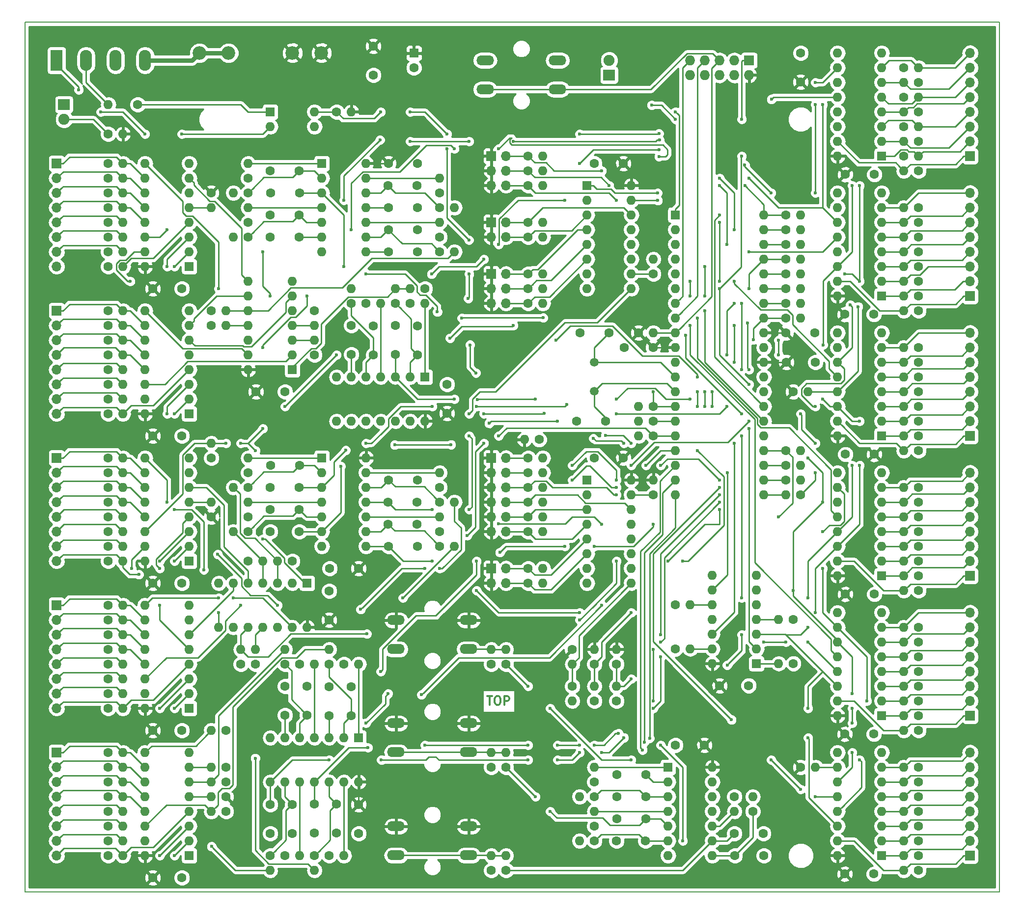
<source format=gbr>
%TF.GenerationSoftware,KiCad,Pcbnew,4.0.7*%
%TF.CreationDate,2018-03-06T18:34:12+01:00*%
%TF.ProjectId,AZTEC_motherboard,415A5445435F6D6F74686572626F6172,rev?*%
%TF.FileFunction,Copper,L1,Top,Signal*%
%FSLAX46Y46*%
G04 Gerber Fmt 4.6, Leading zero omitted, Abs format (unit mm)*
G04 Created by KiCad (PCBNEW 4.0.7) date 2018 March 06, Tuesday 18:34:12*
%MOMM*%
%LPD*%
G01*
G04 APERTURE LIST*
%ADD10C,0.150000*%
%ADD11C,0.300000*%
%ADD12C,2.350000*%
%ADD13C,1.600000*%
%ADD14O,1.600000X1.600000*%
%ADD15R,2.000000X1.900000*%
%ADD16C,1.900000*%
%ADD17R,1.700000X1.700000*%
%ADD18O,1.700000X1.700000*%
%ADD19R,1.600000X1.600000*%
%ADD20C,1.500000*%
%ADD21R,1.727200X1.727200*%
%ADD22O,1.727200X1.727200*%
%ADD23O,3.048000X1.727200*%
%ADD24R,2.100000X3.600000*%
%ADD25O,2.100000X3.600000*%
%ADD26C,0.600000*%
%ADD27C,0.250000*%
%ADD28C,0.750000*%
%ADD29C,0.254000*%
G04 APERTURE END LIST*
D10*
D11*
X97715714Y-131258571D02*
X98572857Y-131258571D01*
X98144286Y-132758571D02*
X98144286Y-131258571D01*
X99358571Y-131258571D02*
X99644285Y-131258571D01*
X99787143Y-131330000D01*
X99930000Y-131472857D01*
X100001428Y-131758571D01*
X100001428Y-132258571D01*
X99930000Y-132544286D01*
X99787143Y-132687143D01*
X99644285Y-132758571D01*
X99358571Y-132758571D01*
X99215714Y-132687143D01*
X99072857Y-132544286D01*
X99001428Y-132258571D01*
X99001428Y-131758571D01*
X99072857Y-131472857D01*
X99215714Y-131330000D01*
X99358571Y-131258571D01*
X100644286Y-132758571D02*
X100644286Y-131258571D01*
X101215714Y-131258571D01*
X101358572Y-131330000D01*
X101430000Y-131401429D01*
X101501429Y-131544286D01*
X101501429Y-131758571D01*
X101430000Y-131901429D01*
X101358572Y-131972857D01*
X101215714Y-132044286D01*
X100644286Y-132044286D01*
D10*
X186000000Y-165000000D02*
X18000000Y-165000000D01*
X186000000Y-15000000D02*
X186000000Y-165000000D01*
X18000000Y-15000000D02*
X186000000Y-15000000D01*
X18000000Y-165000000D02*
X18000000Y-15000000D01*
D12*
X53120000Y-20320000D03*
X48120000Y-20320000D03*
X64120000Y-20320000D03*
X69120000Y-20320000D03*
D13*
X85630000Y-43180000D03*
X80630000Y-43180000D03*
X60310000Y-40640000D03*
X65310000Y-40640000D03*
X56500000Y-41910000D03*
D14*
X56500000Y-39370000D03*
D13*
X56500000Y-49530000D03*
D14*
X56500000Y-46990000D03*
D13*
X60390000Y-44450000D03*
X65390000Y-44450000D03*
X32370000Y-39370000D03*
D14*
X34910000Y-39370000D03*
D13*
X32370000Y-44450000D03*
D14*
X34910000Y-44450000D03*
D13*
X32370000Y-41910000D03*
D14*
X34910000Y-41910000D03*
D13*
X32370000Y-46990000D03*
D14*
X34910000Y-46990000D03*
D13*
X32370000Y-49530000D03*
D14*
X34910000Y-49530000D03*
D13*
X32370000Y-54610000D03*
D14*
X34910000Y-54610000D03*
D13*
X32370000Y-52070000D03*
D14*
X34910000Y-52070000D03*
D13*
X32370000Y-57150000D03*
D14*
X34910000Y-57150000D03*
D13*
X151750000Y-20320000D03*
X151750000Y-25320000D03*
X120080000Y-144780000D03*
X125080000Y-144780000D03*
X120080000Y-148590000D03*
X125080000Y-148590000D03*
X120000000Y-156210000D03*
X125000000Y-156210000D03*
X145400000Y-158750000D03*
X140400000Y-158750000D03*
X118730000Y-68580000D03*
X113730000Y-68580000D03*
X118095000Y-83820000D03*
X113095000Y-83820000D03*
X135160000Y-139700000D03*
X130160000Y-139700000D03*
X121350000Y-71120000D03*
X126350000Y-71120000D03*
X149290000Y-73660000D03*
X154290000Y-73660000D03*
X137785152Y-129441182D03*
X142785152Y-129441182D03*
X45070000Y-60960000D03*
X40070000Y-60960000D03*
X45070000Y-86360000D03*
X40070000Y-86360000D03*
X45070000Y-111760000D03*
X40070000Y-111760000D03*
X45070000Y-137160000D03*
X40070000Y-137160000D03*
X62850000Y-78740000D03*
X57850000Y-78740000D03*
X70470000Y-113110000D03*
X70470000Y-118110000D03*
X80710000Y-39370000D03*
X85710000Y-39370000D03*
X60310000Y-48260000D03*
X65310000Y-48260000D03*
X85710000Y-50800000D03*
X80710000Y-50800000D03*
X60390000Y-91440000D03*
X65390000Y-91440000D03*
X60310000Y-99060000D03*
X65310000Y-99060000D03*
X85630000Y-101600000D03*
X80630000Y-101600000D03*
X60310000Y-52070000D03*
X65310000Y-52070000D03*
X85710000Y-54610000D03*
X80710000Y-54610000D03*
X85710000Y-46990000D03*
X80710000Y-46990000D03*
X60310000Y-95250000D03*
X65310000Y-95250000D03*
X60310000Y-102870000D03*
X65310000Y-102870000D03*
X85710000Y-105410000D03*
X80710000Y-105410000D03*
X85630000Y-97790000D03*
X80630000Y-97790000D03*
X75550000Y-149940000D03*
X75550000Y-154940000D03*
X90790000Y-82470000D03*
X90790000Y-77470000D03*
X74280000Y-129620000D03*
X74280000Y-134620000D03*
X66660000Y-129540000D03*
X66660000Y-134540000D03*
X64120000Y-154940000D03*
X64120000Y-149940000D03*
X71740000Y-154860000D03*
X71740000Y-149860000D03*
X85710000Y-67390000D03*
X85710000Y-72390000D03*
X70470000Y-129620000D03*
X70470000Y-134620000D03*
X62850000Y-129540000D03*
X62850000Y-134540000D03*
X60310000Y-154940000D03*
X60310000Y-149940000D03*
X67930000Y-154860000D03*
X67930000Y-149860000D03*
X81900000Y-67310000D03*
X81900000Y-72310000D03*
X74280000Y-67310000D03*
X74280000Y-72310000D03*
X116190000Y-39370000D03*
X121190000Y-39370000D03*
X116190000Y-90170000D03*
X121190000Y-90170000D03*
X159450000Y-41275000D03*
X164450000Y-41275000D03*
X159370000Y-65405000D03*
X164370000Y-65405000D03*
X164450000Y-89535000D03*
X159450000Y-89535000D03*
X159370000Y-137795000D03*
X164370000Y-137795000D03*
D15*
X24750000Y-29210000D03*
D16*
X24750000Y-31750000D03*
D15*
X118730000Y-24130000D03*
D16*
X118730000Y-21590000D03*
D17*
X23480000Y-39370000D03*
D18*
X23480000Y-41910000D03*
X23480000Y-44450000D03*
X23480000Y-46990000D03*
X23480000Y-49530000D03*
X23480000Y-52070000D03*
X23480000Y-54610000D03*
X23480000Y-57150000D03*
D17*
X23480000Y-64770000D03*
D18*
X23480000Y-67310000D03*
X23480000Y-69850000D03*
X23480000Y-72390000D03*
X23480000Y-74930000D03*
X23480000Y-77470000D03*
X23480000Y-80010000D03*
X23480000Y-82550000D03*
D17*
X23480000Y-90170000D03*
D18*
X23480000Y-92710000D03*
X23480000Y-95250000D03*
X23480000Y-97790000D03*
X23480000Y-100330000D03*
X23480000Y-102870000D03*
X23480000Y-105410000D03*
X23480000Y-107950000D03*
D17*
X23480000Y-115570000D03*
D18*
X23480000Y-118110000D03*
X23480000Y-120650000D03*
X23480000Y-123190000D03*
X23480000Y-125730000D03*
X23480000Y-128270000D03*
X23480000Y-130810000D03*
X23480000Y-133350000D03*
D17*
X23480000Y-140970000D03*
D18*
X23480000Y-143510000D03*
X23480000Y-146050000D03*
X23480000Y-148590000D03*
X23480000Y-151130000D03*
X23480000Y-153670000D03*
X23480000Y-156210000D03*
X23480000Y-158750000D03*
D17*
X98410000Y-38100000D03*
D18*
X100950000Y-38100000D03*
X98410000Y-40640000D03*
X100950000Y-40640000D03*
X98410000Y-43180000D03*
X100950000Y-43180000D03*
D17*
X98410000Y-49530000D03*
D18*
X100950000Y-49530000D03*
X98410000Y-52070000D03*
X100950000Y-52070000D03*
D17*
X98410000Y-58420000D03*
D18*
X100950000Y-58420000D03*
X98410000Y-60960000D03*
X100950000Y-60960000D03*
X98410000Y-63500000D03*
X100950000Y-63500000D03*
D17*
X98410000Y-90170000D03*
D18*
X100950000Y-90170000D03*
X98410000Y-92710000D03*
X100950000Y-92710000D03*
X98410000Y-95250000D03*
X100950000Y-95250000D03*
X98410000Y-97790000D03*
X100950000Y-97790000D03*
X98410000Y-100330000D03*
X100950000Y-100330000D03*
X98410000Y-102870000D03*
X100950000Y-102870000D03*
D17*
X98410000Y-109220000D03*
D18*
X100950000Y-109220000D03*
X98410000Y-111760000D03*
X100950000Y-111760000D03*
D17*
X180960000Y-38100000D03*
D18*
X180960000Y-35560000D03*
X180960000Y-33020000D03*
X180960000Y-30480000D03*
X180960000Y-27940000D03*
X180960000Y-25400000D03*
X180960000Y-22860000D03*
X180960000Y-20320000D03*
D17*
X180960000Y-62230000D03*
D18*
X180960000Y-59690000D03*
X180960000Y-57150000D03*
X180960000Y-54610000D03*
X180960000Y-52070000D03*
X180960000Y-49530000D03*
X180960000Y-46990000D03*
X180960000Y-44450000D03*
D17*
X180960000Y-86360000D03*
D18*
X180960000Y-83820000D03*
X180960000Y-81280000D03*
X180960000Y-78740000D03*
X180960000Y-76200000D03*
X180960000Y-73660000D03*
X180960000Y-71120000D03*
X180960000Y-68580000D03*
D17*
X180960000Y-110490000D03*
D18*
X180960000Y-107950000D03*
X180960000Y-105410000D03*
X180960000Y-102870000D03*
X180960000Y-100330000D03*
X180960000Y-97790000D03*
X180960000Y-95250000D03*
X180960000Y-92710000D03*
D17*
X180960000Y-134620000D03*
D18*
X180960000Y-132080000D03*
X180960000Y-129540000D03*
X180960000Y-127000000D03*
X180960000Y-124460000D03*
X180960000Y-121920000D03*
X180960000Y-119380000D03*
X180960000Y-116840000D03*
D17*
X180960000Y-158750000D03*
D18*
X180960000Y-156210000D03*
X180960000Y-153670000D03*
X180960000Y-151130000D03*
X180960000Y-148590000D03*
X180960000Y-146050000D03*
X180960000Y-143510000D03*
X180960000Y-140970000D03*
D13*
X98410000Y-125730000D03*
D14*
X98410000Y-123190000D03*
D13*
X98410000Y-143510000D03*
D14*
X98410000Y-140970000D03*
D13*
X98410000Y-161290000D03*
D14*
X98410000Y-158750000D03*
D13*
X37450000Y-29210000D03*
D14*
X32370000Y-29210000D03*
D13*
X100950000Y-125730000D03*
D14*
X100950000Y-123190000D03*
D13*
X100950000Y-143510000D03*
D14*
X100950000Y-140970000D03*
D13*
X100950000Y-161290000D03*
D14*
X100950000Y-158750000D03*
D13*
X32370000Y-34290000D03*
D14*
X34910000Y-34290000D03*
D13*
X116190000Y-146050000D03*
D14*
X116190000Y-143510000D03*
D13*
X116190000Y-153670000D03*
D14*
X116190000Y-151130000D03*
D13*
X140320000Y-148590000D03*
D14*
X140320000Y-151130000D03*
D13*
X71740000Y-30480000D03*
D14*
X74280000Y-30480000D03*
D13*
X116190000Y-148590000D03*
D14*
X113650000Y-148590000D03*
D13*
X116190000Y-156210000D03*
D14*
X113650000Y-156210000D03*
D13*
X143495000Y-151130000D03*
D14*
X143495000Y-148590000D03*
D13*
X123810000Y-68580000D03*
D14*
X126350000Y-68580000D03*
D13*
X151750000Y-96520000D03*
D14*
X149210000Y-96520000D03*
D13*
X150485152Y-125631182D03*
D14*
X147945152Y-125631182D03*
D13*
X150485152Y-118011182D03*
D14*
X147945152Y-118011182D03*
D13*
X130165152Y-115471182D03*
D14*
X132705152Y-115471182D03*
D13*
X130165152Y-123091182D03*
D14*
X132705152Y-123091182D03*
D13*
X32370000Y-64770000D03*
D14*
X34910000Y-64770000D03*
D13*
X32370000Y-69850000D03*
D14*
X34910000Y-69850000D03*
D13*
X32370000Y-74930000D03*
D14*
X34910000Y-74930000D03*
D13*
X32370000Y-80010000D03*
D14*
X34910000Y-80010000D03*
D13*
X32370000Y-90170000D03*
D14*
X34910000Y-90170000D03*
D13*
X32370000Y-95250000D03*
D14*
X34910000Y-95250000D03*
D13*
X32370000Y-100330000D03*
D14*
X34910000Y-100330000D03*
D13*
X32370000Y-105410000D03*
D14*
X34910000Y-105410000D03*
D13*
X32370000Y-115570000D03*
D14*
X34910000Y-115570000D03*
D13*
X32370000Y-120650000D03*
D14*
X34910000Y-120650000D03*
D13*
X32370000Y-125730000D03*
D14*
X34910000Y-125730000D03*
D13*
X32370000Y-130810000D03*
D14*
X34910000Y-130810000D03*
D13*
X32370000Y-67310000D03*
D14*
X34910000Y-67310000D03*
D13*
X32370000Y-72390000D03*
D14*
X34910000Y-72390000D03*
D13*
X32370000Y-77470000D03*
D14*
X34910000Y-77470000D03*
D13*
X32370000Y-82550000D03*
D14*
X34910000Y-82550000D03*
D13*
X32370000Y-92710000D03*
D14*
X34910000Y-92710000D03*
D13*
X32370000Y-97790000D03*
D14*
X34910000Y-97790000D03*
D13*
X32370000Y-102870000D03*
D14*
X34910000Y-102870000D03*
D13*
X32370000Y-107950000D03*
D14*
X34910000Y-107950000D03*
D13*
X32370000Y-118110000D03*
D14*
X34910000Y-118110000D03*
D13*
X32370000Y-123190000D03*
D14*
X34910000Y-123190000D03*
D13*
X32370000Y-128270000D03*
D14*
X34910000Y-128270000D03*
D13*
X32370000Y-133350000D03*
D14*
X34910000Y-133350000D03*
D13*
X50150000Y-44450000D03*
D14*
X50150000Y-46990000D03*
D13*
X50150000Y-100330000D03*
D14*
X50150000Y-97790000D03*
D13*
X67930000Y-72390000D03*
D14*
X67930000Y-69850000D03*
D13*
X67930000Y-64770000D03*
D14*
X67930000Y-67310000D03*
D13*
X50150000Y-64770000D03*
D14*
X52690000Y-64770000D03*
D13*
X50150000Y-67310000D03*
D14*
X52690000Y-67310000D03*
D13*
X64120000Y-107950000D03*
D14*
X61580000Y-107950000D03*
D13*
X56500000Y-107950000D03*
D14*
X59040000Y-107950000D03*
D13*
X55230000Y-125730000D03*
D14*
X55230000Y-123190000D03*
D13*
X57770000Y-125730000D03*
D14*
X57770000Y-123190000D03*
D13*
X56500000Y-44450000D03*
D14*
X53960000Y-44450000D03*
D13*
X56500000Y-52070000D03*
D14*
X53960000Y-52070000D03*
D13*
X89520000Y-54610000D03*
D14*
X92060000Y-54610000D03*
D13*
X89520000Y-46990000D03*
D14*
X92060000Y-46990000D03*
D13*
X56500000Y-95250000D03*
D14*
X53960000Y-95250000D03*
D13*
X56500000Y-102870000D03*
D14*
X53960000Y-102870000D03*
D13*
X89520000Y-105410000D03*
D14*
X92060000Y-105410000D03*
D13*
X89520000Y-97790000D03*
D14*
X92060000Y-97790000D03*
D13*
X89520000Y-52070000D03*
D14*
X89520000Y-49530000D03*
D13*
X89520000Y-44450000D03*
D14*
X89520000Y-41910000D03*
D13*
X56500000Y-92710000D03*
D14*
X56500000Y-90170000D03*
D13*
X56500000Y-100330000D03*
D14*
X56500000Y-97790000D03*
D13*
X89520000Y-102870000D03*
D14*
X89520000Y-100330000D03*
D13*
X89520000Y-95250000D03*
D14*
X89520000Y-92710000D03*
D13*
X126350000Y-81280000D03*
D14*
X123810000Y-81280000D03*
D13*
X149210000Y-53340000D03*
D14*
X151750000Y-53340000D03*
D13*
X149210000Y-50800000D03*
D14*
X151750000Y-50800000D03*
D13*
X149210000Y-48260000D03*
D14*
X151750000Y-48260000D03*
D13*
X126350000Y-83820000D03*
D14*
X123810000Y-83820000D03*
D13*
X149210000Y-63500000D03*
D14*
X151750000Y-63500000D03*
D13*
X149210000Y-60960000D03*
D14*
X151750000Y-60960000D03*
D13*
X149210000Y-58420000D03*
D14*
X151750000Y-58420000D03*
D13*
X32370000Y-140970000D03*
D14*
X34910000Y-140970000D03*
D13*
X32370000Y-146050000D03*
D14*
X34910000Y-146050000D03*
D13*
X32370000Y-151130000D03*
D14*
X34910000Y-151130000D03*
D13*
X32370000Y-156210000D03*
D14*
X34910000Y-156210000D03*
D13*
X32370000Y-143510000D03*
D14*
X34910000Y-143510000D03*
D13*
X32370000Y-148590000D03*
D14*
X34910000Y-148590000D03*
D13*
X32370000Y-153670000D03*
D14*
X34910000Y-153670000D03*
D13*
X32370000Y-158750000D03*
D14*
X34910000Y-158750000D03*
D13*
X52690000Y-148590000D03*
D14*
X50150000Y-148590000D03*
D13*
X52690000Y-151130000D03*
D14*
X50150000Y-151130000D03*
D13*
X52690000Y-146050000D03*
D14*
X50150000Y-146050000D03*
D13*
X52690000Y-143510000D03*
D14*
X50150000Y-143510000D03*
D13*
X52690000Y-137160000D03*
D14*
X50150000Y-137160000D03*
D13*
X86980000Y-60960000D03*
D14*
X84440000Y-60960000D03*
D13*
X50150000Y-90170000D03*
D14*
X50150000Y-87630000D03*
D13*
X70470000Y-125730000D03*
D14*
X70470000Y-123190000D03*
D13*
X62850000Y-125730000D03*
D14*
X62850000Y-123190000D03*
D13*
X60310000Y-158750000D03*
D14*
X60310000Y-161290000D03*
D13*
X67930000Y-158750000D03*
D14*
X67930000Y-161290000D03*
D13*
X81900000Y-63500000D03*
D14*
X81900000Y-60960000D03*
D13*
X74280000Y-63500000D03*
D14*
X74280000Y-60960000D03*
D13*
X73010000Y-125730000D03*
D14*
X75550000Y-125730000D03*
D13*
X65390000Y-125730000D03*
D14*
X67930000Y-125730000D03*
D13*
X62850000Y-158750000D03*
D14*
X65390000Y-158750000D03*
D13*
X70470000Y-158750000D03*
D14*
X73010000Y-158750000D03*
D13*
X84440000Y-63500000D03*
D14*
X86980000Y-63500000D03*
D13*
X76820000Y-63500000D03*
D14*
X79360000Y-63500000D03*
D13*
X126350000Y-86360000D03*
D14*
X123810000Y-86360000D03*
D13*
X149210000Y-88900000D03*
D14*
X151750000Y-88900000D03*
D13*
X149210000Y-91440000D03*
D14*
X151750000Y-91440000D03*
D13*
X149210000Y-93980000D03*
D14*
X151750000Y-93980000D03*
D13*
X149210000Y-55880000D03*
D14*
X151750000Y-55880000D03*
D13*
X149210000Y-66040000D03*
D14*
X151750000Y-66040000D03*
D13*
X104760000Y-111760000D03*
D14*
X107300000Y-111760000D03*
D13*
X104760000Y-109220000D03*
D14*
X107300000Y-109220000D03*
D13*
X104760000Y-102870000D03*
D14*
X107300000Y-102870000D03*
D13*
X104760000Y-100330000D03*
D14*
X107300000Y-100330000D03*
D13*
X104760000Y-97790000D03*
D14*
X107300000Y-97790000D03*
D13*
X104760000Y-95250000D03*
D14*
X107300000Y-95250000D03*
D13*
X104760000Y-92710000D03*
D14*
X107300000Y-92710000D03*
D13*
X104760000Y-90170000D03*
D14*
X107300000Y-90170000D03*
D13*
X104760000Y-63500000D03*
D14*
X107300000Y-63500000D03*
D13*
X104760000Y-60960000D03*
D14*
X107300000Y-60960000D03*
D13*
X104760000Y-58420000D03*
D14*
X107300000Y-58420000D03*
D13*
X104760000Y-52070000D03*
D14*
X107300000Y-52070000D03*
D13*
X104760000Y-49530000D03*
D14*
X107300000Y-49530000D03*
D13*
X104760000Y-43180000D03*
D14*
X107300000Y-43180000D03*
D13*
X104760000Y-40640000D03*
D14*
X107300000Y-40640000D03*
D13*
X104760000Y-38100000D03*
D14*
X107300000Y-38100000D03*
D13*
X126350000Y-58420000D03*
D14*
X126350000Y-55880000D03*
D13*
X106665000Y-86995000D03*
D14*
X104125000Y-86995000D03*
D13*
X126350000Y-96520000D03*
D14*
X126350000Y-93980000D03*
D13*
X112380000Y-123190000D03*
D14*
X112380000Y-125730000D03*
D13*
X112380000Y-129540000D03*
D14*
X112380000Y-132080000D03*
D13*
X172070000Y-40640000D03*
D14*
X169530000Y-40640000D03*
D13*
X172070000Y-35560000D03*
D14*
X169530000Y-35560000D03*
D13*
X172070000Y-30480000D03*
D14*
X169530000Y-30480000D03*
D13*
X172070000Y-25400000D03*
D14*
X169530000Y-25400000D03*
D13*
X172070000Y-64770000D03*
D14*
X169530000Y-64770000D03*
D13*
X172070000Y-59690000D03*
D14*
X169530000Y-59690000D03*
D13*
X172070000Y-54610000D03*
D14*
X169530000Y-54610000D03*
D13*
X172070000Y-49530000D03*
D14*
X169530000Y-49530000D03*
D13*
X172070000Y-88900000D03*
D14*
X169530000Y-88900000D03*
D13*
X172070000Y-83820000D03*
D14*
X169530000Y-83820000D03*
D13*
X172070000Y-78740000D03*
D14*
X169530000Y-78740000D03*
D13*
X172070000Y-73660000D03*
D14*
X169530000Y-73660000D03*
D13*
X172070000Y-113030000D03*
D14*
X169530000Y-113030000D03*
D13*
X172070000Y-107950000D03*
D14*
X169530000Y-107950000D03*
D13*
X172070000Y-102870000D03*
D14*
X169530000Y-102870000D03*
D13*
X172070000Y-97790000D03*
D14*
X169530000Y-97790000D03*
D13*
X169530000Y-38100000D03*
D14*
X172070000Y-38100000D03*
D13*
X169530000Y-33020000D03*
D14*
X172070000Y-33020000D03*
D13*
X169530000Y-27940000D03*
D14*
X172070000Y-27940000D03*
D13*
X169530000Y-22860000D03*
D14*
X172070000Y-22860000D03*
D13*
X172070000Y-62230000D03*
D14*
X169530000Y-62230000D03*
D13*
X172070000Y-57150000D03*
D14*
X169530000Y-57150000D03*
D13*
X172070000Y-52070000D03*
D14*
X169530000Y-52070000D03*
D13*
X172070000Y-46990000D03*
D14*
X169530000Y-46990000D03*
D13*
X172070000Y-86360000D03*
D14*
X169530000Y-86360000D03*
D13*
X172070000Y-81280000D03*
D14*
X169530000Y-81280000D03*
D13*
X172070000Y-76200000D03*
D14*
X169530000Y-76200000D03*
D13*
X172070000Y-71120000D03*
D14*
X169530000Y-71120000D03*
D13*
X172070000Y-110490000D03*
D14*
X169530000Y-110490000D03*
D13*
X172070000Y-105410000D03*
D14*
X169530000Y-105410000D03*
D13*
X172070000Y-100330000D03*
D14*
X169530000Y-100330000D03*
D13*
X172070000Y-95250000D03*
D14*
X169530000Y-95250000D03*
D13*
X116190000Y-125730000D03*
D14*
X116190000Y-123190000D03*
D13*
X116190000Y-132080000D03*
D14*
X116190000Y-129540000D03*
D13*
X120000000Y-125730000D03*
D14*
X120000000Y-123190000D03*
D13*
X120000000Y-132080000D03*
D14*
X120000000Y-129540000D03*
D13*
X151750000Y-143510000D03*
D14*
X154290000Y-143510000D03*
D13*
X150480000Y-78740000D03*
D14*
X153020000Y-78740000D03*
D13*
X172070000Y-137160000D03*
D14*
X169530000Y-137160000D03*
D13*
X172070000Y-132080000D03*
D14*
X169530000Y-132080000D03*
D13*
X172070000Y-127000000D03*
D14*
X169530000Y-127000000D03*
D13*
X172070000Y-121920000D03*
D14*
X169530000Y-121920000D03*
D13*
X172070000Y-161290000D03*
D14*
X169530000Y-161290000D03*
D13*
X172070000Y-156210000D03*
D14*
X169530000Y-156210000D03*
D13*
X172070000Y-151130000D03*
D14*
X169530000Y-151130000D03*
D13*
X172070000Y-146050000D03*
D14*
X169530000Y-146050000D03*
D13*
X172070000Y-134620000D03*
D14*
X169530000Y-134620000D03*
D13*
X172070000Y-129540000D03*
D14*
X169530000Y-129540000D03*
D13*
X172070000Y-124460000D03*
D14*
X169530000Y-124460000D03*
D13*
X172070000Y-119380000D03*
D14*
X169530000Y-119380000D03*
D13*
X172070000Y-158750000D03*
D14*
X169530000Y-158750000D03*
D13*
X172070000Y-153670000D03*
D14*
X169530000Y-153670000D03*
D13*
X172070000Y-148590000D03*
D14*
X169530000Y-148590000D03*
D13*
X172070000Y-143510000D03*
D14*
X169530000Y-143510000D03*
D19*
X60310000Y-30480000D03*
D14*
X67930000Y-33020000D03*
X60310000Y-33020000D03*
X67930000Y-30480000D03*
D19*
X128890000Y-143510000D03*
D14*
X136510000Y-158750000D03*
X128890000Y-146050000D03*
X136510000Y-156210000D03*
X128890000Y-148590000D03*
X136510000Y-153670000D03*
X128890000Y-151130000D03*
X136510000Y-151130000D03*
X128890000Y-153670000D03*
X136510000Y-148590000D03*
X128890000Y-156210000D03*
X136510000Y-146050000D03*
X128890000Y-158750000D03*
X136510000Y-143510000D03*
D19*
X130160000Y-48260000D03*
D14*
X145400000Y-96520000D03*
X130160000Y-50800000D03*
X145400000Y-93980000D03*
X130160000Y-53340000D03*
X145400000Y-91440000D03*
X130160000Y-55880000D03*
X145400000Y-88900000D03*
X130160000Y-58420000D03*
X145400000Y-86360000D03*
X130160000Y-60960000D03*
X145400000Y-83820000D03*
X130160000Y-63500000D03*
X145400000Y-81280000D03*
X130160000Y-66040000D03*
X145400000Y-78740000D03*
X130160000Y-68580000D03*
X145400000Y-76200000D03*
X130160000Y-71120000D03*
X145400000Y-73660000D03*
X130160000Y-73660000D03*
X145400000Y-71120000D03*
X130160000Y-76200000D03*
X145400000Y-68580000D03*
X130160000Y-78740000D03*
X145400000Y-66040000D03*
X130160000Y-81280000D03*
X145400000Y-63500000D03*
X130160000Y-83820000D03*
X145400000Y-60960000D03*
X130160000Y-86360000D03*
X145400000Y-58420000D03*
X130160000Y-88900000D03*
X145400000Y-55880000D03*
X130160000Y-91440000D03*
X145400000Y-53340000D03*
X130160000Y-93980000D03*
X145400000Y-50800000D03*
X130160000Y-96520000D03*
X145400000Y-48260000D03*
D19*
X144135152Y-125631182D03*
D14*
X136515152Y-110391182D03*
X144135152Y-123091182D03*
X136515152Y-112931182D03*
X144135152Y-120551182D03*
X136515152Y-115471182D03*
X144135152Y-118011182D03*
X136515152Y-118011182D03*
X144135152Y-115471182D03*
X136515152Y-120551182D03*
X144135152Y-112931182D03*
X136515152Y-123091182D03*
X144135152Y-110391182D03*
X136515152Y-125631182D03*
D19*
X46340000Y-57150000D03*
D14*
X38720000Y-39370000D03*
X46340000Y-54610000D03*
X38720000Y-41910000D03*
X46340000Y-52070000D03*
X38720000Y-44450000D03*
X46340000Y-49530000D03*
X38720000Y-46990000D03*
X46340000Y-46990000D03*
X38720000Y-49530000D03*
X46340000Y-44450000D03*
X38720000Y-52070000D03*
X46340000Y-41910000D03*
X38720000Y-54610000D03*
X46340000Y-39370000D03*
X38720000Y-57150000D03*
D19*
X46340000Y-82550000D03*
D14*
X38720000Y-64770000D03*
X46340000Y-80010000D03*
X38720000Y-67310000D03*
X46340000Y-77470000D03*
X38720000Y-69850000D03*
X46340000Y-74930000D03*
X38720000Y-72390000D03*
X46340000Y-72390000D03*
X38720000Y-74930000D03*
X46340000Y-69850000D03*
X38720000Y-77470000D03*
X46340000Y-67310000D03*
X38720000Y-80010000D03*
X46340000Y-64770000D03*
X38720000Y-82550000D03*
D19*
X46340000Y-107950000D03*
D14*
X38720000Y-90170000D03*
X46340000Y-105410000D03*
X38720000Y-92710000D03*
X46340000Y-102870000D03*
X38720000Y-95250000D03*
X46340000Y-100330000D03*
X38720000Y-97790000D03*
X46340000Y-97790000D03*
X38720000Y-100330000D03*
X46340000Y-95250000D03*
X38720000Y-102870000D03*
X46340000Y-92710000D03*
X38720000Y-105410000D03*
X46340000Y-90170000D03*
X38720000Y-107950000D03*
D19*
X46340000Y-133350000D03*
D14*
X38720000Y-115570000D03*
X46340000Y-130810000D03*
X38720000Y-118110000D03*
X46340000Y-128270000D03*
X38720000Y-120650000D03*
X46340000Y-125730000D03*
X38720000Y-123190000D03*
X46340000Y-123190000D03*
X38720000Y-125730000D03*
X46340000Y-120650000D03*
X38720000Y-128270000D03*
X46340000Y-118110000D03*
X38720000Y-130810000D03*
X46340000Y-115570000D03*
X38720000Y-133350000D03*
D19*
X64120000Y-74930000D03*
D14*
X56500000Y-59690000D03*
X64120000Y-72390000D03*
X56500000Y-62230000D03*
X64120000Y-69850000D03*
X56500000Y-64770000D03*
X64120000Y-67310000D03*
X56500000Y-67310000D03*
X64120000Y-64770000D03*
X56500000Y-69850000D03*
X64120000Y-62230000D03*
X56500000Y-72390000D03*
X64120000Y-59690000D03*
X56500000Y-74930000D03*
D19*
X66660000Y-111760000D03*
D14*
X51420000Y-119380000D03*
X64120000Y-111760000D03*
X53960000Y-119380000D03*
X61580000Y-111760000D03*
X56500000Y-119380000D03*
X59040000Y-111760000D03*
X59040000Y-119380000D03*
X56500000Y-111760000D03*
X61580000Y-119380000D03*
X53960000Y-111760000D03*
X64120000Y-119380000D03*
X51420000Y-111760000D03*
X66660000Y-119380000D03*
D19*
X69200000Y-39370000D03*
D14*
X76820000Y-54610000D03*
X69200000Y-41910000D03*
X76820000Y-52070000D03*
X69200000Y-44450000D03*
X76820000Y-49530000D03*
X69200000Y-46990000D03*
X76820000Y-46990000D03*
X69200000Y-49530000D03*
X76820000Y-44450000D03*
X69200000Y-52070000D03*
X76820000Y-41910000D03*
X69200000Y-54610000D03*
X76820000Y-39370000D03*
D19*
X69200000Y-90170000D03*
D14*
X76820000Y-105410000D03*
X69200000Y-92710000D03*
X76820000Y-102870000D03*
X69200000Y-95250000D03*
X76820000Y-100330000D03*
X69200000Y-97790000D03*
X76820000Y-97790000D03*
X69200000Y-100330000D03*
X76820000Y-95250000D03*
X69200000Y-102870000D03*
X76820000Y-92710000D03*
X69200000Y-105410000D03*
X76820000Y-90170000D03*
D19*
X46340000Y-158750000D03*
D14*
X38720000Y-140970000D03*
X46340000Y-156210000D03*
X38720000Y-143510000D03*
X46340000Y-153670000D03*
X38720000Y-146050000D03*
X46340000Y-151130000D03*
X38720000Y-148590000D03*
X46340000Y-148590000D03*
X38720000Y-151130000D03*
X46340000Y-146050000D03*
X38720000Y-153670000D03*
X46340000Y-143510000D03*
X38720000Y-156210000D03*
X46340000Y-140970000D03*
X38720000Y-158750000D03*
D19*
X75550000Y-138430000D03*
D14*
X60310000Y-146050000D03*
X73010000Y-138430000D03*
X62850000Y-146050000D03*
X70470000Y-138430000D03*
X65390000Y-146050000D03*
X67930000Y-138430000D03*
X67930000Y-146050000D03*
X65390000Y-138430000D03*
X70470000Y-146050000D03*
X62850000Y-138430000D03*
X73010000Y-146050000D03*
X60310000Y-138430000D03*
X75550000Y-146050000D03*
D19*
X86980000Y-76200000D03*
D14*
X71740000Y-83820000D03*
X84440000Y-76200000D03*
X74280000Y-83820000D03*
X81900000Y-76200000D03*
X76820000Y-83820000D03*
X79360000Y-76200000D03*
X79360000Y-83820000D03*
X76820000Y-76200000D03*
X81900000Y-83820000D03*
X74280000Y-76200000D03*
X84440000Y-83820000D03*
X71740000Y-76200000D03*
X86980000Y-83820000D03*
D19*
X114920000Y-43180000D03*
D14*
X122540000Y-60960000D03*
X114920000Y-45720000D03*
X122540000Y-58420000D03*
X114920000Y-48260000D03*
X122540000Y-55880000D03*
X114920000Y-50800000D03*
X122540000Y-53340000D03*
X114920000Y-53340000D03*
X122540000Y-50800000D03*
X114920000Y-55880000D03*
X122540000Y-48260000D03*
X114920000Y-58420000D03*
X122540000Y-45720000D03*
X114920000Y-60960000D03*
X122540000Y-43180000D03*
D19*
X114920000Y-93980000D03*
D14*
X122540000Y-111760000D03*
X114920000Y-96520000D03*
X122540000Y-109220000D03*
X114920000Y-99060000D03*
X122540000Y-106680000D03*
X114920000Y-101600000D03*
X122540000Y-104140000D03*
X114920000Y-104140000D03*
X122540000Y-101600000D03*
X114920000Y-106680000D03*
X122540000Y-99060000D03*
X114920000Y-109220000D03*
X122540000Y-96520000D03*
X114920000Y-111760000D03*
X122540000Y-93980000D03*
D19*
X165720000Y-38100000D03*
D14*
X158100000Y-20320000D03*
X165720000Y-35560000D03*
X158100000Y-22860000D03*
X165720000Y-33020000D03*
X158100000Y-25400000D03*
X165720000Y-30480000D03*
X158100000Y-27940000D03*
X165720000Y-27940000D03*
X158100000Y-30480000D03*
X165720000Y-25400000D03*
X158100000Y-33020000D03*
X165720000Y-22860000D03*
X158100000Y-35560000D03*
X165720000Y-20320000D03*
X158100000Y-38100000D03*
D19*
X165720000Y-62230000D03*
D14*
X158100000Y-44450000D03*
X165720000Y-59690000D03*
X158100000Y-46990000D03*
X165720000Y-57150000D03*
X158100000Y-49530000D03*
X165720000Y-54610000D03*
X158100000Y-52070000D03*
X165720000Y-52070000D03*
X158100000Y-54610000D03*
X165720000Y-49530000D03*
X158100000Y-57150000D03*
X165720000Y-46990000D03*
X158100000Y-59690000D03*
X165720000Y-44450000D03*
X158100000Y-62230000D03*
D19*
X165720000Y-86360000D03*
D14*
X158100000Y-68580000D03*
X165720000Y-83820000D03*
X158100000Y-71120000D03*
X165720000Y-81280000D03*
X158100000Y-73660000D03*
X165720000Y-78740000D03*
X158100000Y-76200000D03*
X165720000Y-76200000D03*
X158100000Y-78740000D03*
X165720000Y-73660000D03*
X158100000Y-81280000D03*
X165720000Y-71120000D03*
X158100000Y-83820000D03*
X165720000Y-68580000D03*
X158100000Y-86360000D03*
D19*
X165720000Y-110490000D03*
D14*
X158100000Y-92710000D03*
X165720000Y-107950000D03*
X158100000Y-95250000D03*
X165720000Y-105410000D03*
X158100000Y-97790000D03*
X165720000Y-102870000D03*
X158100000Y-100330000D03*
X165720000Y-100330000D03*
X158100000Y-102870000D03*
X165720000Y-97790000D03*
X158100000Y-105410000D03*
X165720000Y-95250000D03*
X158100000Y-107950000D03*
X165720000Y-92710000D03*
X158100000Y-110490000D03*
D19*
X165720000Y-134620000D03*
D14*
X158100000Y-116840000D03*
X165720000Y-132080000D03*
X158100000Y-119380000D03*
X165720000Y-129540000D03*
X158100000Y-121920000D03*
X165720000Y-127000000D03*
X158100000Y-124460000D03*
X165720000Y-124460000D03*
X158100000Y-127000000D03*
X165720000Y-121920000D03*
X158100000Y-129540000D03*
X165720000Y-119380000D03*
X158100000Y-132080000D03*
X165720000Y-116840000D03*
X158100000Y-134620000D03*
D19*
X165720000Y-158750000D03*
D14*
X158100000Y-140970000D03*
X165720000Y-156210000D03*
X158100000Y-143510000D03*
X165720000Y-153670000D03*
X158100000Y-146050000D03*
X165720000Y-151130000D03*
X158100000Y-148590000D03*
X165720000Y-148590000D03*
X158100000Y-151130000D03*
X165720000Y-146050000D03*
X158100000Y-153670000D03*
X165720000Y-143510000D03*
X158100000Y-156210000D03*
X165720000Y-140970000D03*
X158100000Y-158750000D03*
D20*
X116190000Y-73660000D03*
X116190000Y-78660000D03*
D21*
X142860000Y-21590000D03*
D22*
X142860000Y-24130000D03*
X140320000Y-21590000D03*
X140320000Y-24130000D03*
X137780000Y-21590000D03*
X137780000Y-24130000D03*
X135240000Y-21590000D03*
X135240000Y-24130000D03*
X132700000Y-21590000D03*
X132700000Y-24130000D03*
D13*
X154210000Y-68580000D03*
X149210000Y-68580000D03*
X159370000Y-161925000D03*
X164370000Y-161925000D03*
X75550000Y-109220000D03*
X70550000Y-109220000D03*
X85710000Y-93980000D03*
X80710000Y-93980000D03*
D19*
X85075000Y-20360000D03*
D13*
X85075000Y-22860000D03*
X159450000Y-113665000D03*
X164450000Y-113665000D03*
X45070000Y-162560000D03*
X40070000Y-162560000D03*
X78090000Y-24130000D03*
X78090000Y-19130000D03*
X78090000Y-67390000D03*
X78090000Y-72390000D03*
X145320000Y-154940000D03*
X140320000Y-154940000D03*
X120080000Y-152400000D03*
X125080000Y-152400000D03*
D23*
X109840000Y-21590000D03*
X109840000Y-26590000D03*
X97340000Y-21590000D03*
X97340000Y-26590000D03*
X94500000Y-135930000D03*
X94500000Y-140930000D03*
X82000000Y-135930000D03*
X82000000Y-140930000D03*
X94500000Y-153710000D03*
X94500000Y-158710000D03*
X82000000Y-153710000D03*
X82000000Y-158710000D03*
X94500000Y-118150000D03*
X94500000Y-123150000D03*
X82000000Y-118150000D03*
X82000000Y-123150000D03*
D24*
X23480000Y-21590000D03*
D25*
X28560000Y-21590000D03*
X33640000Y-21590000D03*
X38720000Y-21590000D03*
D26*
X108570000Y-133350000D03*
X104760000Y-129540000D03*
X122540000Y-142240000D03*
X124485833Y-140521438D03*
X124799368Y-139188912D03*
X125718287Y-138519406D03*
X127620000Y-139700000D03*
X131430000Y-156210000D03*
X89115405Y-64964911D03*
X93330000Y-66040000D03*
X107362832Y-65996731D03*
X73010000Y-57150000D03*
X76820000Y-58420000D03*
X126350000Y-78740000D03*
X99680000Y-36830000D03*
X92060000Y-36830000D03*
X127310685Y-38167418D03*
X74280000Y-50800000D03*
X137780000Y-43180000D03*
X139050000Y-53340000D03*
X97140000Y-55880000D03*
X99680000Y-53340000D03*
X88107532Y-58457825D03*
X127310685Y-37031102D03*
X140320000Y-50800000D03*
X137780000Y-41910000D03*
X113650000Y-39370000D03*
X111110000Y-45720000D03*
X102220000Y-35560000D03*
X94600000Y-35560000D03*
X84440000Y-35560000D03*
X79221093Y-35303905D03*
X127401590Y-35303905D03*
X73010000Y-45720000D03*
X142133601Y-43180000D03*
X98030008Y-84201337D03*
X73317345Y-88830895D03*
X115998951Y-86781979D03*
X91478440Y-87872169D03*
X81760623Y-87912829D03*
X121270000Y-87630000D03*
X109840000Y-83820000D03*
X95870000Y-81280000D03*
X76820000Y-87630000D03*
X72463214Y-91591784D03*
X111415019Y-80955040D03*
X88250000Y-81280000D03*
X142555900Y-66931056D03*
X142860000Y-74930000D03*
X139050000Y-81280000D03*
X120000000Y-82550000D03*
X88250000Y-107950000D03*
X95870000Y-113030000D03*
X113650000Y-116840000D03*
X128890000Y-107950000D03*
X137780000Y-99060000D03*
X136510000Y-81280000D03*
X136510000Y-78740000D03*
X140320000Y-73660000D03*
X140320000Y-67310000D03*
X99899049Y-106465722D03*
X88250000Y-99060000D03*
X111110000Y-105410000D03*
X116190000Y-105410000D03*
X126350000Y-101600000D03*
X135240000Y-81280000D03*
X135240000Y-78740000D03*
X139050000Y-72390000D03*
X140320000Y-63500000D03*
X94261287Y-103550824D03*
X79360000Y-127000000D03*
X80630000Y-130810000D03*
X97140000Y-87630000D03*
X99680000Y-86360000D03*
X95870000Y-107950000D03*
X76820000Y-135890000D03*
X86371787Y-131008989D03*
X147940000Y-100330000D03*
X117460000Y-115570000D03*
X121278516Y-138415247D03*
X104760000Y-142240000D03*
X109840000Y-142240000D03*
X79451085Y-142255340D03*
X137780000Y-97790000D03*
X127620000Y-121920000D03*
X127620000Y-124460000D03*
X126350000Y-133350000D03*
X117460000Y-140970000D03*
X113650000Y-140970000D03*
X70470000Y-142240000D03*
X120352150Y-137690266D03*
X77155385Y-140128528D03*
X109840000Y-139700000D03*
X104760000Y-139700000D03*
X86980000Y-139700000D03*
X137780000Y-96520000D03*
X127620000Y-120650000D03*
X126350000Y-123190000D03*
X126350000Y-132080000D03*
X116190000Y-139700000D03*
X113650000Y-139700000D03*
X132700000Y-80010000D03*
X120000000Y-80010000D03*
X95998251Y-80138251D03*
X92060000Y-80010000D03*
X142860000Y-60960000D03*
X141590000Y-63500000D03*
X141590000Y-74930000D03*
X106030000Y-80010000D03*
X109553054Y-69893907D03*
X143616541Y-69781525D03*
X102220000Y-67310000D03*
X91309797Y-69493281D03*
X133970000Y-76200000D03*
X142116740Y-39621082D03*
X126058148Y-29318783D03*
X130160000Y-31750000D03*
X146670000Y-44450000D03*
X147940000Y-69850000D03*
X147940000Y-72390000D03*
X154290000Y-92710000D03*
X38720000Y-34290000D03*
X31100000Y-30480000D03*
X27290000Y-26670000D03*
X45070000Y-34290000D03*
X141590000Y-31750000D03*
X141590000Y-38100000D03*
X142860000Y-77470000D03*
X142860000Y-85090000D03*
X137780000Y-60960000D03*
X131938712Y-68974554D03*
X141590000Y-82550000D03*
X141590000Y-86360000D03*
X141590000Y-114300000D03*
X133970000Y-78740000D03*
X133970000Y-81280000D03*
X133970000Y-88900000D03*
X131430000Y-107950000D03*
X43800000Y-57150000D03*
X42530000Y-57150000D03*
X43800000Y-82550000D03*
X42530000Y-82550000D03*
X43800000Y-107950000D03*
X41260000Y-107950000D03*
X37654522Y-110269455D03*
X41260000Y-109220000D03*
X43800000Y-133350000D03*
X41260000Y-133350000D03*
X43800000Y-158750000D03*
X41260000Y-158750000D03*
X117460000Y-40640000D03*
X118730000Y-43180000D03*
X120000000Y-45720000D03*
X112380000Y-91440000D03*
X120000000Y-93980000D03*
X112380000Y-93980000D03*
X120000000Y-95250000D03*
X120000000Y-96520000D03*
X97140000Y-82550000D03*
X118095017Y-86272125D03*
X84440000Y-30480000D03*
X79360000Y-30480000D03*
X94561952Y-52582077D03*
X94439474Y-62655963D03*
X107549353Y-82437761D03*
X95762000Y-75493546D03*
X94752006Y-70660031D03*
X90790000Y-34290000D03*
X90790000Y-36830000D03*
X94600000Y-58420000D03*
X122540000Y-87630000D03*
X125080000Y-91440000D03*
X59040000Y-54610000D03*
X60310000Y-62230000D03*
X66660000Y-62230000D03*
X59040000Y-71120000D03*
X83170000Y-114300000D03*
X76964999Y-120505001D03*
X75896237Y-116281334D03*
X89520000Y-109220000D03*
X86980000Y-109220000D03*
X50188898Y-157180870D03*
X57723068Y-141961314D03*
X42530000Y-50800000D03*
X62850000Y-81280000D03*
X59040000Y-85090000D03*
X55230000Y-87630000D03*
X52690000Y-87630000D03*
X57770000Y-88900000D03*
X59040000Y-104140000D03*
X71740000Y-72390000D03*
X127081193Y-44465762D03*
X142860000Y-83820000D03*
X122540000Y-91440000D03*
X137780000Y-48260000D03*
X127121413Y-45752864D03*
X127620000Y-91440000D03*
X137780000Y-93980000D03*
X135240000Y-64770000D03*
X137780000Y-59690000D03*
X137780000Y-49530000D03*
X160299263Y-63769496D03*
X127310685Y-34213040D03*
X154290000Y-81280000D03*
X151750000Y-82550000D03*
X160640000Y-135890000D03*
X160640000Y-140970000D03*
X113650000Y-34290000D03*
X142860000Y-41910000D03*
X113650000Y-118110000D03*
X120000000Y-107950000D03*
X122540000Y-116840000D03*
X155560000Y-29210000D03*
X154290000Y-87630000D03*
X153020000Y-90170000D03*
X155560000Y-97790000D03*
X160640000Y-133350000D03*
X160640000Y-130810000D03*
X150480000Y-113030000D03*
X155600003Y-70670297D03*
X139072297Y-125900478D03*
X153020000Y-133350000D03*
X153020000Y-138430000D03*
X141590000Y-120650000D03*
X122540000Y-128270000D03*
X160640000Y-43180000D03*
X155560000Y-80010000D03*
X161910000Y-83820000D03*
X161910000Y-91440000D03*
X154290000Y-116840000D03*
X153020000Y-119380000D03*
X163180000Y-132080000D03*
X154290000Y-25400000D03*
X154290000Y-29210000D03*
X154290000Y-44450000D03*
X155560000Y-102870000D03*
X155560000Y-109220000D03*
X161648791Y-64062872D03*
X145400000Y-121920000D03*
X149210000Y-121920000D03*
X161910000Y-43180000D03*
X159370000Y-58420000D03*
X161910000Y-59690000D03*
X160640000Y-91440000D03*
X153020000Y-114300000D03*
X161910000Y-142240000D03*
X153020000Y-121920000D03*
X146702768Y-28311850D03*
X130160000Y-30480000D03*
X142860000Y-54610000D03*
X140320000Y-59690000D03*
X135240000Y-57150000D03*
X135240000Y-62230000D03*
X133970000Y-66040000D03*
X132700000Y-59690000D03*
X132700000Y-62230000D03*
X132700000Y-67310000D03*
X139820225Y-135325061D03*
X146670000Y-142240000D03*
X137780000Y-95250000D03*
X151750000Y-147320000D03*
X154290000Y-148590000D03*
X139121745Y-92733435D03*
X140320000Y-87630000D03*
X51420000Y-60960000D03*
X36180000Y-59690000D03*
X51251292Y-106785460D03*
X61580000Y-115570000D03*
X42530000Y-97790000D03*
X48860784Y-109473362D03*
X43800000Y-99060000D03*
X51420000Y-116840000D03*
X36407769Y-109217979D03*
X41260000Y-115570000D03*
X53960000Y-114300000D03*
X51420000Y-114300000D03*
X55230000Y-115570000D03*
X94600000Y-86360000D03*
X94600000Y-82550000D03*
X99635319Y-101511310D03*
X94600000Y-99060000D03*
X117460000Y-101600000D03*
X106030000Y-148590000D03*
X108570000Y-151130000D03*
D27*
X39190001Y-161760001D02*
X39990000Y-162560000D01*
X38720000Y-161290000D02*
X39190001Y-161760001D01*
X146670000Y-68580000D02*
X149210000Y-68580000D01*
X130160000Y-71120000D02*
X126350000Y-71120000D01*
X56500000Y-74930000D02*
X56500000Y-77390000D01*
X56500000Y-77390000D02*
X57850000Y-78740000D01*
X38720000Y-158750000D02*
X38720000Y-161290000D01*
X145400000Y-73660000D02*
X149290000Y-73660000D01*
X145400000Y-68580000D02*
X146670000Y-68580000D01*
X123810000Y-68580000D02*
X126350000Y-71120000D01*
X75550000Y-146050000D02*
X75550000Y-149940000D01*
X76820000Y-39370000D02*
X80630000Y-39370000D01*
X108570000Y-133350000D02*
X117460000Y-142240000D01*
X100950000Y-125730000D02*
X104760000Y-129540000D01*
X117460000Y-142240000D02*
X122540000Y-142240000D01*
X128890000Y-146050000D02*
X126350000Y-146050000D01*
X126350000Y-146050000D02*
X125080000Y-144780000D01*
X124146642Y-106267174D02*
X124146642Y-140182247D01*
X127475001Y-102938815D02*
X124146642Y-106267174D01*
X127475001Y-94124999D02*
X127475001Y-102938815D01*
X124185834Y-140221439D02*
X124485833Y-140521438D01*
X124146642Y-140182247D02*
X124185834Y-140221439D01*
X130160000Y-91440000D02*
X127475001Y-94124999D01*
X125080000Y-148590000D02*
X123954999Y-147464999D01*
X123954999Y-147464999D02*
X117315001Y-147464999D01*
X117315001Y-147464999D02*
X116989999Y-147790001D01*
X116989999Y-147790001D02*
X116190000Y-148590000D01*
X128890000Y-148590000D02*
X125080000Y-148590000D01*
X124799368Y-138764648D02*
X124799368Y-139188912D01*
X124799368Y-106528643D02*
X124799368Y-138764648D01*
X127925011Y-96214989D02*
X127925011Y-103403000D01*
X127925011Y-103403000D02*
X124799368Y-106528643D01*
X130160000Y-93980000D02*
X127925011Y-96214989D01*
X125000000Y-156210000D02*
X123874999Y-155084999D01*
X123874999Y-155084999D02*
X117315001Y-155084999D01*
X117315001Y-155084999D02*
X116989999Y-155410001D01*
X116989999Y-155410001D02*
X116190000Y-156210000D01*
X128890000Y-156210000D02*
X125000000Y-156210000D01*
X125718287Y-106675303D02*
X125718287Y-138095142D01*
X130160000Y-96520000D02*
X130160000Y-102233590D01*
X130160000Y-102233590D02*
X125718287Y-106675303D01*
X125718287Y-138095142D02*
X125718287Y-138519406D01*
X127620000Y-139700000D02*
X131430000Y-143510000D01*
X131430000Y-143510000D02*
X131430000Y-143864998D01*
X131430000Y-143864998D02*
X131430000Y-156210000D01*
X143495000Y-155655000D02*
X143495000Y-151130000D01*
X140400000Y-158750000D02*
X143495000Y-155655000D01*
X136510000Y-158750000D02*
X140400000Y-158750000D01*
X65310000Y-40640000D02*
X64184999Y-41765001D01*
X64184999Y-41765001D02*
X59184999Y-41765001D01*
X57299999Y-43650001D02*
X56500000Y-44450000D01*
X59184999Y-41765001D02*
X57299999Y-43650001D01*
X65310000Y-40640000D02*
X67930000Y-40640000D01*
X67930000Y-40640000D02*
X69200000Y-41910000D01*
X65310000Y-48260000D02*
X64184999Y-49385001D01*
X64184999Y-49385001D02*
X59184999Y-49385001D01*
X59184999Y-49385001D02*
X57299999Y-51270001D01*
X57299999Y-51270001D02*
X56500000Y-52070000D01*
X69200000Y-49530000D02*
X66580000Y-49530000D01*
X66580000Y-49530000D02*
X65310000Y-48260000D01*
X80630000Y-50800000D02*
X83025001Y-53195001D01*
X83025001Y-53195001D02*
X88105001Y-53195001D01*
X88105001Y-53195001D02*
X88720001Y-53810001D01*
X79360000Y-52070000D02*
X80630000Y-50800000D01*
X88720001Y-53810001D02*
X89520000Y-54610000D01*
X76820000Y-52070000D02*
X79360000Y-52070000D01*
X80630000Y-43180000D02*
X81900000Y-44450000D01*
X86980000Y-44450000D02*
X88720001Y-46190001D01*
X81900000Y-44450000D02*
X86980000Y-44450000D01*
X79360000Y-44450000D02*
X80630000Y-43180000D01*
X88720001Y-46190001D02*
X89520000Y-46990000D01*
X76820000Y-44450000D02*
X79360000Y-44450000D01*
X65390000Y-91440000D02*
X64264999Y-92565001D01*
X64264999Y-92565001D02*
X59184999Y-92565001D01*
X59184999Y-92565001D02*
X57299999Y-94450001D01*
X57299999Y-94450001D02*
X56500000Y-95250000D01*
X65390000Y-91440000D02*
X67930000Y-91440000D01*
X67930000Y-91440000D02*
X69200000Y-92710000D01*
X65310000Y-99060000D02*
X64184999Y-100185001D01*
X64184999Y-100185001D02*
X59184999Y-100185001D01*
X59184999Y-100185001D02*
X57299999Y-102070001D01*
X57299999Y-102070001D02*
X56500000Y-102870000D01*
X69200000Y-100330000D02*
X66580000Y-100330000D01*
X66580000Y-100330000D02*
X65310000Y-99060000D01*
X80630000Y-101600000D02*
X81755001Y-102725001D01*
X88720001Y-104610001D02*
X89520000Y-105410000D01*
X81755001Y-102725001D02*
X86835001Y-102725001D01*
X86835001Y-102725001D02*
X88720001Y-104610001D01*
X76820000Y-102870000D02*
X79360000Y-102870000D01*
X79360000Y-102870000D02*
X80630000Y-101600000D01*
X89115405Y-64540647D02*
X89115405Y-64964911D01*
X89115405Y-64038390D02*
X89115405Y-64540647D01*
X87162016Y-62085001D02*
X89115405Y-64038390D01*
X86150001Y-62085001D02*
X87162016Y-62085001D01*
X85565001Y-61500001D02*
X86150001Y-62085001D01*
X76820000Y-58420000D02*
X83565002Y-58420000D01*
X85565001Y-60419999D02*
X85565001Y-61500001D01*
X83565002Y-58420000D02*
X85565001Y-60419999D01*
X107362832Y-65996731D02*
X93373269Y-65996731D01*
X93373269Y-65996731D02*
X93330000Y-66040000D01*
X73010000Y-57150000D02*
X73010000Y-48260000D01*
X73010000Y-48260000D02*
X69200000Y-44450000D01*
X126350000Y-81280000D02*
X126350000Y-78740000D01*
X69200000Y-44450000D02*
X65390000Y-44450000D01*
X130160000Y-81280000D02*
X126350000Y-81280000D01*
X99680000Y-36830000D02*
X101575001Y-34934999D01*
X101575001Y-34934999D02*
X101919999Y-34934999D01*
X101919999Y-34934999D02*
X101594999Y-35259999D01*
X101594999Y-35259999D02*
X101594999Y-35860001D01*
X101594999Y-35860001D02*
X101930570Y-36195572D01*
X101930570Y-36195572D02*
X128006479Y-36195572D01*
X87209999Y-36204999D02*
X91434999Y-36204999D01*
X91434999Y-36204999D02*
X92060000Y-36830000D01*
X74280000Y-50800000D02*
X74280000Y-42784998D01*
X74280000Y-42784998D02*
X76279999Y-40784999D01*
X76279999Y-40784999D02*
X82629999Y-40784999D01*
X82629999Y-40784999D02*
X87209999Y-36204999D01*
X127997052Y-36204999D02*
X128006479Y-36195572D01*
X128006479Y-36195572D02*
X128779439Y-36968532D01*
X128779439Y-36968532D02*
X128779439Y-37850170D01*
X128779439Y-37850170D02*
X128462191Y-38167418D01*
X128462191Y-38167418D02*
X127734949Y-38167418D01*
X127734949Y-38167418D02*
X127310685Y-38167418D01*
X139050000Y-53340000D02*
X139050000Y-44450000D01*
X139050000Y-44450000D02*
X137780000Y-43180000D01*
X69200000Y-52070000D02*
X65310000Y-52070000D01*
X145400000Y-53340000D02*
X149210000Y-53340000D01*
X95870000Y-57150000D02*
X89415357Y-57150000D01*
X97140000Y-55880000D02*
X95870000Y-57150000D01*
X99774999Y-48965999D02*
X99774999Y-53245001D01*
X99774999Y-53245001D02*
X99680000Y-53340000D01*
X111110000Y-45720000D02*
X103020998Y-45720000D01*
X103020998Y-45720000D02*
X99774999Y-48965999D01*
X89415357Y-57150000D02*
X88407531Y-58157826D01*
X88407531Y-58157826D02*
X88107532Y-58457825D01*
X126886421Y-37031102D02*
X127310685Y-37031102D01*
X115988898Y-37031102D02*
X126886421Y-37031102D01*
X113650000Y-39370000D02*
X115988898Y-37031102D01*
X137780000Y-41910000D02*
X140320000Y-44450000D01*
X140320000Y-44450000D02*
X140320000Y-50800000D01*
X145400000Y-50800000D02*
X149210000Y-50800000D01*
X76820000Y-54610000D02*
X80630000Y-54610000D01*
X102220000Y-35560000D02*
X126721231Y-35560000D01*
X126721231Y-35560000D02*
X126977326Y-35303905D01*
X84440000Y-35560000D02*
X94600000Y-35560000D01*
X126977326Y-35303905D02*
X127401590Y-35303905D01*
X73010000Y-41514998D02*
X79221093Y-35303905D01*
X73010000Y-45720000D02*
X73010000Y-41514998D01*
X145400000Y-48260000D02*
X145400000Y-46446399D01*
X145400000Y-46446399D02*
X142133601Y-43180000D01*
X145400000Y-48260000D02*
X149210000Y-48260000D01*
X76820000Y-46990000D02*
X80630000Y-46990000D01*
X98330007Y-83901338D02*
X98030008Y-84201337D01*
X98411345Y-83820000D02*
X98330007Y-83901338D01*
X109840000Y-83820000D02*
X98411345Y-83820000D01*
X73017346Y-89130894D02*
X73317345Y-88830895D01*
X71323789Y-93126211D02*
X71323789Y-90824451D01*
X69200000Y-95250000D02*
X71323789Y-93126211D01*
X71323789Y-90824451D02*
X73017346Y-89130894D01*
X121270000Y-87630000D02*
X120809108Y-87169108D01*
X120809108Y-87169108D02*
X116386080Y-87169108D01*
X116386080Y-87169108D02*
X116298950Y-87081978D01*
X116298950Y-87081978D02*
X115998951Y-86781979D01*
X91437780Y-87912829D02*
X91478440Y-87872169D01*
X81760623Y-87912829D02*
X91437780Y-87912829D01*
X65310000Y-95250000D02*
X69200000Y-95250000D01*
X130160000Y-83820000D02*
X126350000Y-83820000D01*
X95870000Y-81280000D02*
X111090059Y-81280000D01*
X111115020Y-81255039D02*
X111415019Y-80955040D01*
X111090059Y-81280000D02*
X111115020Y-81255039D01*
X76820000Y-87630000D02*
X77763130Y-87630000D01*
X77763130Y-87630000D02*
X79489984Y-85903146D01*
X88250000Y-81280000D02*
X82774998Y-81280000D01*
X82774998Y-81280000D02*
X80667413Y-83387585D01*
X80667413Y-83387585D02*
X80667413Y-84725717D01*
X80667413Y-84725717D02*
X79489984Y-85903146D01*
X72463214Y-99606786D02*
X69200000Y-102870000D01*
X72463214Y-91591784D02*
X72463214Y-99606786D01*
X142555900Y-74625900D02*
X142555900Y-67355320D01*
X142555900Y-67355320D02*
X142555900Y-66931056D01*
X142860000Y-74930000D02*
X142555900Y-74625900D01*
X120000000Y-82550000D02*
X137780000Y-82550000D01*
X137780000Y-82550000D02*
X139050000Y-81280000D01*
X69200000Y-102870000D02*
X65310000Y-102870000D01*
X145400000Y-63500000D02*
X149210000Y-63500000D01*
X88250000Y-107950000D02*
X83250000Y-107950000D01*
X83250000Y-107950000D02*
X80710000Y-105410000D01*
X113650000Y-116840000D02*
X99680000Y-116840000D01*
X99680000Y-116840000D02*
X95870000Y-113030000D01*
X137780000Y-101600000D02*
X135240000Y-101600000D01*
X135240000Y-101600000D02*
X128890000Y-107950000D01*
X137780000Y-99060000D02*
X137780000Y-101600000D01*
X136510000Y-78740000D02*
X136510000Y-81280000D01*
X140320000Y-67310000D02*
X140320000Y-73660000D01*
X76820000Y-105410000D02*
X80710000Y-105410000D01*
X145400000Y-60960000D02*
X149210000Y-60960000D01*
X111110000Y-105410000D02*
X100954771Y-105410000D01*
X100199048Y-106165723D02*
X99899049Y-106465722D01*
X100954771Y-105410000D02*
X100199048Y-106165723D01*
X88250000Y-99060000D02*
X81900000Y-99060000D01*
X81900000Y-99060000D02*
X80630000Y-97790000D01*
X126350000Y-101600000D02*
X126350000Y-102024264D01*
X126350000Y-102024264D02*
X122964264Y-105410000D01*
X122964264Y-105410000D02*
X116190000Y-105410000D01*
X135240000Y-78740000D02*
X135240000Y-81280000D01*
X140320000Y-63500000D02*
X139050000Y-64770000D01*
X139050000Y-67654998D02*
X139050000Y-72390000D01*
X139050000Y-64770000D02*
X139050000Y-67654998D01*
X76820000Y-97790000D02*
X80630000Y-97790000D01*
X147940000Y-58420000D02*
X149210000Y-58420000D01*
X145400000Y-58420000D02*
X147940000Y-58420000D01*
X74280000Y-131764998D02*
X70470000Y-127954998D01*
X70470000Y-127954998D02*
X70470000Y-126861370D01*
X70470000Y-126861370D02*
X70470000Y-125730000D01*
X74280000Y-134620000D02*
X74280000Y-131764998D01*
X73010000Y-135890000D02*
X74280000Y-134620000D01*
X73010000Y-138430000D02*
X73010000Y-135890000D01*
X62850000Y-125730000D02*
X63975001Y-126855001D01*
X63975001Y-126855001D02*
X63975001Y-131855001D01*
X63975001Y-131855001D02*
X65860001Y-133740001D01*
X65860001Y-133740001D02*
X66660000Y-134540000D01*
X65390000Y-138430000D02*
X65390000Y-135890000D01*
X65390000Y-135890000D02*
X66660000Y-134620000D01*
X64120000Y-149860000D02*
X62994999Y-150985001D01*
X62850000Y-146050000D02*
X62850000Y-148590000D01*
X62850000Y-148590000D02*
X64120000Y-149860000D01*
X62994999Y-150985001D02*
X62994999Y-156065001D01*
X62994999Y-156065001D02*
X61109999Y-157950001D01*
X61109999Y-157950001D02*
X60310000Y-158750000D01*
X71740000Y-149860000D02*
X70614999Y-150985001D01*
X70470000Y-146050000D02*
X70470000Y-148590000D01*
X70470000Y-148590000D02*
X71740000Y-149860000D01*
X70614999Y-150985001D02*
X70614999Y-156065001D01*
X70614999Y-156065001D02*
X68729999Y-157950001D01*
X68729999Y-157950001D02*
X67930000Y-158750000D01*
X85710000Y-72390000D02*
X84584999Y-71264999D01*
X84440000Y-76200000D02*
X84440000Y-73660000D01*
X84440000Y-73660000D02*
X85710000Y-72390000D01*
X84584999Y-71264999D02*
X84584999Y-66184999D01*
X84584999Y-66184999D02*
X82699999Y-64299999D01*
X82699999Y-64299999D02*
X81900000Y-63500000D01*
X97140000Y-87630000D02*
X95718122Y-89051878D01*
X95718122Y-89051878D02*
X95718122Y-102093989D01*
X95718122Y-102093989D02*
X94561286Y-103250825D01*
X94561286Y-103250825D02*
X94261287Y-103550824D01*
X99680000Y-86360000D02*
X101057132Y-84982868D01*
X101057132Y-84982868D02*
X124972868Y-84982868D01*
X124972868Y-84982868D02*
X125550001Y-85560001D01*
X125550001Y-85560001D02*
X126350000Y-86360000D01*
X79360000Y-127000000D02*
X79672510Y-126687490D01*
X88838001Y-117375001D02*
X95870000Y-110343002D01*
X79672510Y-126687490D02*
X79672510Y-123136142D01*
X85433651Y-117375001D02*
X88838001Y-117375001D01*
X79672510Y-123136142D02*
X85433651Y-117375001D01*
X95870000Y-110343002D02*
X95870000Y-107950000D01*
X80150990Y-132559010D02*
X80150990Y-131289010D01*
X80150990Y-131289010D02*
X80630000Y-130810000D01*
X76820000Y-135890000D02*
X80150990Y-132559010D01*
X130160000Y-86360000D02*
X126350000Y-86360000D01*
X70470000Y-138430000D02*
X70470000Y-134620000D01*
X86671786Y-130708990D02*
X86371787Y-131008989D01*
X92775777Y-124604999D02*
X86671786Y-130708990D01*
X108425001Y-124604999D02*
X92775777Y-124604999D01*
X117460000Y-115570000D02*
X108425001Y-124604999D01*
X150335001Y-97934999D02*
X150335001Y-90025001D01*
X150335001Y-90025001D02*
X149210000Y-88900000D01*
X147940000Y-100330000D02*
X150335001Y-97934999D01*
X62850000Y-138430000D02*
X62850000Y-134620000D01*
X145400000Y-88900000D02*
X149210000Y-88900000D01*
X120978517Y-138715246D02*
X121278516Y-138415247D01*
X118723763Y-140970000D02*
X120978517Y-138715246D01*
X117460000Y-140970000D02*
X118723763Y-140970000D01*
X104760000Y-142240000D02*
X89373002Y-142240000D01*
X89373002Y-142240000D02*
X88838001Y-141704999D01*
X79875349Y-142255340D02*
X79451085Y-142255340D01*
X88838001Y-141704999D02*
X87661999Y-141704999D01*
X87661999Y-141704999D02*
X87111658Y-142255340D01*
X87111658Y-142255340D02*
X79875349Y-142255340D01*
X112380000Y-142240000D02*
X109840000Y-142240000D01*
X113650000Y-140970000D02*
X112380000Y-142240000D01*
X127620000Y-121920000D02*
X128245001Y-121294999D01*
X128245001Y-107324999D02*
X137780000Y-97790000D01*
X128245001Y-121294999D02*
X128245001Y-107324999D01*
X126350000Y-133350000D02*
X127620000Y-132080000D01*
X127620000Y-132080000D02*
X127620000Y-124460000D01*
X60310000Y-146050000D02*
X64120000Y-142240000D01*
X64120000Y-142240000D02*
X70470000Y-142240000D01*
X60310000Y-146050000D02*
X60310000Y-149860000D01*
X145400000Y-91440000D02*
X149210000Y-91440000D01*
X116190000Y-139700000D02*
X117818818Y-139700000D01*
X117818818Y-139700000D02*
X119828552Y-137690266D01*
X119828552Y-137690266D02*
X119927886Y-137690266D01*
X119927886Y-137690266D02*
X120352150Y-137690266D01*
X76731121Y-140128528D02*
X77155385Y-140128528D01*
X73851472Y-140128528D02*
X76731121Y-140128528D01*
X67930000Y-146050000D02*
X73851472Y-140128528D01*
X109840000Y-139700000D02*
X113650000Y-139700000D01*
X86980000Y-139700000D02*
X104760000Y-139700000D01*
X127620000Y-120650000D02*
X127620000Y-106680000D01*
X131580151Y-102719849D02*
X137780000Y-96520000D01*
X127620000Y-106680000D02*
X131580151Y-102719849D01*
X126350000Y-132080000D02*
X126350000Y-123190000D01*
X67930000Y-146050000D02*
X67930000Y-149860000D01*
X145400000Y-93980000D02*
X149210000Y-93980000D01*
X120000000Y-80010000D02*
X121895001Y-78114999D01*
X121895001Y-78114999D02*
X126650001Y-78114999D01*
X126650001Y-78114999D02*
X128545002Y-80010000D01*
X128545002Y-80010000D02*
X132700000Y-80010000D01*
X96126502Y-80010000D02*
X95998251Y-80138251D01*
X106030000Y-80010000D02*
X96126502Y-80010000D01*
X85710000Y-80010000D02*
X92060000Y-80010000D01*
X142860000Y-60960000D02*
X142860000Y-58420000D01*
X142860000Y-58420000D02*
X145400000Y-55880000D01*
X141590000Y-74930000D02*
X141590000Y-63500000D01*
X81900000Y-76200000D02*
X85710000Y-80010000D01*
X81900000Y-76200000D02*
X81900000Y-72390000D01*
X145400000Y-55880000D02*
X149210000Y-55880000D01*
X109853053Y-69593908D02*
X109553054Y-69893907D01*
X112050304Y-67396657D02*
X109853053Y-69593908D01*
X124470778Y-72534999D02*
X119332436Y-67396657D01*
X130700001Y-72534999D02*
X124470778Y-72534999D01*
X119332436Y-67396657D02*
X112050304Y-67396657D01*
X130820834Y-72655832D02*
X130700001Y-72534999D01*
X130850096Y-72655832D02*
X130820834Y-72655832D01*
X133970000Y-75775736D02*
X130850096Y-72655832D01*
X133970000Y-76200000D02*
X133970000Y-75775736D01*
X143616541Y-69357261D02*
X143616541Y-69781525D01*
X143616541Y-67823459D02*
X143616541Y-69357261D01*
X145400000Y-66040000D02*
X143616541Y-67823459D01*
X93348079Y-67454999D02*
X102075001Y-67454999D01*
X102075001Y-67454999D02*
X102220000Y-67310000D01*
X93348079Y-67454999D02*
X91609796Y-69193282D01*
X91609796Y-69193282D02*
X91309797Y-69493281D01*
X74280000Y-76200000D02*
X74280000Y-72390000D01*
X145400000Y-66040000D02*
X149210000Y-66040000D01*
X24750000Y-31750000D02*
X29830000Y-31750000D01*
X29830000Y-31750000D02*
X32370000Y-34290000D01*
X142116740Y-39896740D02*
X142116740Y-39621082D01*
X146670000Y-44450000D02*
X142116740Y-39896740D01*
X126482412Y-29318783D02*
X126058148Y-29318783D01*
X127728783Y-29318783D02*
X126482412Y-29318783D01*
X130160000Y-31750000D02*
X127728783Y-29318783D01*
X147940000Y-72390000D02*
X147940000Y-69850000D01*
X151750000Y-96520000D02*
X154290000Y-93980000D01*
X154290000Y-93980000D02*
X154290000Y-92710000D01*
X45070000Y-34290000D02*
X59040000Y-34290000D01*
X59040000Y-34290000D02*
X60310000Y-33020000D01*
X34910000Y-30480000D02*
X38720000Y-34290000D01*
X31100000Y-30480000D02*
X34910000Y-30480000D01*
X23480000Y-21590000D02*
X23480000Y-22340000D01*
X23480000Y-22340000D02*
X27290000Y-26150000D01*
X27290000Y-26150000D02*
X27290000Y-26670000D01*
X28560000Y-21590000D02*
X28560000Y-25400000D01*
X28560000Y-25400000D02*
X32370000Y-29210000D01*
D28*
X48120000Y-20320000D02*
X53120000Y-20320000D01*
X38720000Y-21590000D02*
X46850000Y-21590000D01*
X46850000Y-21590000D02*
X48120000Y-20320000D01*
D27*
X141590000Y-31750000D02*
X141590000Y-21746400D01*
X141590000Y-21746400D02*
X141746400Y-21590000D01*
X141746400Y-21590000D02*
X142860000Y-21590000D01*
X141491739Y-57248261D02*
X141491739Y-38198261D01*
X141491739Y-38198261D02*
X141590000Y-38100000D01*
X138079999Y-60660001D02*
X137780000Y-60960000D01*
X141491739Y-57248261D02*
X138079999Y-60660001D01*
X142860000Y-77470000D02*
X137780000Y-72390000D01*
X137780000Y-72390000D02*
X137780000Y-60960000D01*
X144135152Y-123091182D02*
X142860000Y-121816030D01*
X142860000Y-121816030D02*
X142860000Y-120941032D01*
X142860000Y-120941032D02*
X142860000Y-85090000D01*
X137780000Y-21590000D02*
X136591399Y-20401399D01*
X125940870Y-26590000D02*
X109840000Y-26590000D01*
X136591399Y-20401399D02*
X132129471Y-20401399D01*
X132129471Y-20401399D02*
X125940870Y-26590000D01*
X109840000Y-26590000D02*
X97340000Y-26590000D01*
X137780000Y-21590000D02*
X136428601Y-22941399D01*
X136428601Y-22941399D02*
X136428601Y-62311399D01*
X136428601Y-62311399D02*
X130959999Y-67780001D01*
X130959999Y-67780001D02*
X130160000Y-68580000D01*
X130160000Y-68580000D02*
X126350000Y-68580000D01*
X131938712Y-69398818D02*
X131938712Y-68974554D01*
X131938712Y-72898712D02*
X131938712Y-69398818D01*
X141590000Y-82550000D02*
X131938712Y-72898712D01*
X141590000Y-114300000D02*
X141590000Y-86360000D01*
X135240000Y-21590000D02*
X133970000Y-22860000D01*
X133970000Y-22860000D02*
X133970000Y-62230000D01*
X133970000Y-62230000D02*
X130959999Y-65240001D01*
X130959999Y-65240001D02*
X130160000Y-66040000D01*
X133970000Y-81280000D02*
X133970000Y-78740000D01*
X138496744Y-101774991D02*
X138496744Y-93426744D01*
X138496744Y-93426744D02*
X133970000Y-88900000D01*
X131430000Y-107950000D02*
X132321735Y-107950000D01*
X132321735Y-107950000D02*
X138496744Y-101774991D01*
X112380000Y-125730000D02*
X113505001Y-124604999D01*
X113505001Y-124604999D02*
X113505001Y-120794999D01*
X113505001Y-120794999D02*
X121740001Y-112559999D01*
X121740001Y-112559999D02*
X122540000Y-111760000D01*
X112380000Y-129540000D02*
X112380000Y-125730000D01*
X132700000Y-21590000D02*
X131430000Y-22860000D01*
X131430000Y-22860000D02*
X131430000Y-62230000D01*
X130959999Y-62700001D02*
X130160000Y-63500000D01*
X131430000Y-62230000D02*
X130959999Y-62700001D01*
X23480000Y-39370000D02*
X24580000Y-39370000D01*
X24580000Y-39370000D02*
X25705001Y-38244999D01*
X25705001Y-38244999D02*
X33784999Y-38244999D01*
X33784999Y-38244999D02*
X34110001Y-38570001D01*
X34110001Y-38570001D02*
X34910000Y-39370000D01*
X34910000Y-39370000D02*
X36180000Y-39370000D01*
X36180000Y-39370000D02*
X38720000Y-41910000D01*
X23480000Y-41910000D02*
X24605001Y-40784999D01*
X24605001Y-40784999D02*
X33784999Y-40784999D01*
X33784999Y-40784999D02*
X34110001Y-41110001D01*
X34110001Y-41110001D02*
X34910000Y-41910000D01*
X34910000Y-41910000D02*
X36180000Y-41910000D01*
X36180000Y-41910000D02*
X38720000Y-44450000D01*
X34910000Y-44450000D02*
X33784999Y-43324999D01*
X33784999Y-43324999D02*
X24605001Y-43324999D01*
X24605001Y-43324999D02*
X24329999Y-43600001D01*
X24329999Y-43600001D02*
X23480000Y-44450000D01*
X34910000Y-44450000D02*
X36180000Y-44450000D01*
X36180000Y-44450000D02*
X38720000Y-46990000D01*
X34910000Y-46990000D02*
X33784999Y-45864999D01*
X33784999Y-45864999D02*
X24605001Y-45864999D01*
X24605001Y-45864999D02*
X24329999Y-46140001D01*
X24329999Y-46140001D02*
X23480000Y-46990000D01*
X34910000Y-46990000D02*
X36180000Y-46990000D01*
X36180000Y-46990000D02*
X38720000Y-49530000D01*
X34910000Y-49530000D02*
X33784999Y-48404999D01*
X33784999Y-48404999D02*
X24605001Y-48404999D01*
X24605001Y-48404999D02*
X24329999Y-48680001D01*
X24329999Y-48680001D02*
X23480000Y-49530000D01*
X34910000Y-52070000D02*
X33784999Y-50944999D01*
X33784999Y-50944999D02*
X24605001Y-50944999D01*
X24605001Y-50944999D02*
X24329999Y-51220001D01*
X24329999Y-51220001D02*
X23480000Y-52070000D01*
X43800000Y-57150000D02*
X46340000Y-54610000D01*
X34910000Y-54610000D02*
X33784999Y-53484999D01*
X33784999Y-53484999D02*
X24605001Y-53484999D01*
X24329999Y-53760001D02*
X23480000Y-54610000D01*
X24605001Y-53484999D02*
X24329999Y-53760001D01*
X42530000Y-57150000D02*
X42530000Y-55880000D01*
X42530000Y-55880000D02*
X46340000Y-52070000D01*
X40134999Y-55735001D02*
X45540001Y-50329999D01*
X45540001Y-50329999D02*
X46340000Y-49530000D01*
X36324999Y-55735001D02*
X40134999Y-55735001D01*
X34910000Y-57150000D02*
X36324999Y-55735001D01*
X34910000Y-64770000D02*
X33784999Y-63644999D01*
X33784999Y-63644999D02*
X25705001Y-63644999D01*
X25705001Y-63644999D02*
X24580000Y-64770000D01*
X24580000Y-64770000D02*
X23480000Y-64770000D01*
X36180000Y-64770000D02*
X38720000Y-67310000D01*
X34910000Y-64770000D02*
X36180000Y-64770000D01*
X34910000Y-67310000D02*
X33784999Y-66184999D01*
X33784999Y-66184999D02*
X24605001Y-66184999D01*
X24605001Y-66184999D02*
X24329999Y-66460001D01*
X24329999Y-66460001D02*
X23480000Y-67310000D01*
X34910000Y-67310000D02*
X36180000Y-67310000D01*
X36180000Y-67310000D02*
X38720000Y-69850000D01*
X34910000Y-69850000D02*
X33784999Y-68724999D01*
X33784999Y-68724999D02*
X24605001Y-68724999D01*
X24605001Y-68724999D02*
X24329999Y-69000001D01*
X24329999Y-69000001D02*
X23480000Y-69850000D01*
X34910000Y-69850000D02*
X36180000Y-69850000D01*
X36180000Y-69850000D02*
X38720000Y-72390000D01*
X34910000Y-72390000D02*
X33640000Y-71120000D01*
X24750000Y-71120000D02*
X24329999Y-71540001D01*
X33640000Y-71120000D02*
X24750000Y-71120000D01*
X24329999Y-71540001D02*
X23480000Y-72390000D01*
X34910000Y-72390000D02*
X36180000Y-72390000D01*
X36180000Y-72390000D02*
X38720000Y-74930000D01*
X34910000Y-74930000D02*
X33784999Y-73804999D01*
X33784999Y-73804999D02*
X24605001Y-73804999D01*
X24605001Y-73804999D02*
X24329999Y-74080001D01*
X24329999Y-74080001D02*
X23480000Y-74930000D01*
X34910000Y-77470000D02*
X33784999Y-76344999D01*
X24329999Y-76620001D02*
X23480000Y-77470000D01*
X33784999Y-76344999D02*
X24605001Y-76344999D01*
X24605001Y-76344999D02*
X24329999Y-76620001D01*
X43800000Y-82550000D02*
X46340000Y-80010000D01*
X34910000Y-80010000D02*
X33784999Y-78884999D01*
X33784999Y-78884999D02*
X24605001Y-78884999D01*
X24605001Y-78884999D02*
X24329999Y-79160001D01*
X24329999Y-79160001D02*
X23480000Y-80010000D01*
X42530000Y-82550000D02*
X42530000Y-81280000D01*
X42530000Y-81280000D02*
X46340000Y-77470000D01*
X34910000Y-82550000D02*
X33784999Y-81424999D01*
X33784999Y-81424999D02*
X24605001Y-81424999D01*
X24605001Y-81424999D02*
X24329999Y-81700001D01*
X24329999Y-81700001D02*
X23480000Y-82550000D01*
X34910000Y-82550000D02*
X36324999Y-81135001D01*
X36324999Y-81135001D02*
X40134999Y-81135001D01*
X40134999Y-81135001D02*
X45540001Y-75729999D01*
X45540001Y-75729999D02*
X46340000Y-74930000D01*
X34910000Y-90170000D02*
X33784999Y-89044999D01*
X33784999Y-89044999D02*
X25705001Y-89044999D01*
X25705001Y-89044999D02*
X24580000Y-90170000D01*
X24580000Y-90170000D02*
X23480000Y-90170000D01*
X34910000Y-90170000D02*
X36180000Y-90170000D01*
X37920001Y-91910001D02*
X38720000Y-92710000D01*
X36180000Y-90170000D02*
X37920001Y-91910001D01*
X34910000Y-92710000D02*
X33784999Y-91584999D01*
X33784999Y-91584999D02*
X24605001Y-91584999D01*
X24329999Y-91860001D02*
X23480000Y-92710000D01*
X24605001Y-91584999D02*
X24329999Y-91860001D01*
X34910000Y-92710000D02*
X36180000Y-92710000D01*
X36180000Y-92710000D02*
X38720000Y-95250000D01*
X34910000Y-95250000D02*
X33784999Y-94124999D01*
X33784999Y-94124999D02*
X24605001Y-94124999D01*
X24605001Y-94124999D02*
X24329999Y-94400001D01*
X24329999Y-94400001D02*
X23480000Y-95250000D01*
X34910000Y-95250000D02*
X36180000Y-95250000D01*
X36180000Y-95250000D02*
X37920001Y-96990001D01*
X37920001Y-96990001D02*
X38720000Y-97790000D01*
X34910000Y-97790000D02*
X33784999Y-96664999D01*
X33784999Y-96664999D02*
X24605001Y-96664999D01*
X24605001Y-96664999D02*
X24329999Y-96940001D01*
X24329999Y-96940001D02*
X23480000Y-97790000D01*
X34910000Y-97790000D02*
X36180000Y-97790000D01*
X36180000Y-97790000D02*
X38720000Y-100330000D01*
X34910000Y-100330000D02*
X33640000Y-99060000D01*
X33640000Y-99060000D02*
X24750000Y-99060000D01*
X24750000Y-99060000D02*
X24329999Y-99480001D01*
X24329999Y-99480001D02*
X23480000Y-100330000D01*
X34910000Y-102870000D02*
X33640000Y-101600000D01*
X33640000Y-101600000D02*
X24750000Y-101600000D01*
X24329999Y-102020001D02*
X23480000Y-102870000D01*
X24750000Y-101600000D02*
X24329999Y-102020001D01*
X43800000Y-107950000D02*
X46340000Y-105410000D01*
X34910000Y-105410000D02*
X33784999Y-104284999D01*
X33784999Y-104284999D02*
X24605001Y-104284999D01*
X24605001Y-104284999D02*
X24329999Y-104560001D01*
X24329999Y-104560001D02*
X23480000Y-105410000D01*
X41260000Y-107950000D02*
X46340000Y-102870000D01*
X34910000Y-107950000D02*
X34910000Y-109081370D01*
X37230258Y-110269455D02*
X37654522Y-110269455D01*
X34910000Y-109081370D02*
X36098085Y-110269455D01*
X36098085Y-110269455D02*
X37230258Y-110269455D01*
X41260000Y-109220000D02*
X40634999Y-108594999D01*
X40634999Y-108594999D02*
X40634999Y-107649999D01*
X40634999Y-107649999D02*
X45214999Y-103069999D01*
X45540001Y-101129999D02*
X46340000Y-100330000D01*
X45214999Y-101455001D02*
X45540001Y-101129999D01*
X45214999Y-103069999D02*
X45214999Y-101455001D01*
X34910000Y-107950000D02*
X33784999Y-106824999D01*
X33784999Y-106824999D02*
X24605001Y-106824999D01*
X24329999Y-107100001D02*
X23480000Y-107950000D01*
X24605001Y-106824999D02*
X24329999Y-107100001D01*
X23480000Y-115570000D02*
X24580000Y-115570000D01*
X24580000Y-115570000D02*
X25705001Y-114444999D01*
X25705001Y-114444999D02*
X33784999Y-114444999D01*
X33784999Y-114444999D02*
X34110001Y-114770001D01*
X34110001Y-114770001D02*
X34910000Y-115570000D01*
X34910000Y-115570000D02*
X36180000Y-115570000D01*
X36180000Y-115570000D02*
X38720000Y-118110000D01*
X34910000Y-118110000D02*
X33784999Y-116984999D01*
X33784999Y-116984999D02*
X24605001Y-116984999D01*
X24605001Y-116984999D02*
X24329999Y-117260001D01*
X24329999Y-117260001D02*
X23480000Y-118110000D01*
X34910000Y-118110000D02*
X36180000Y-118110000D01*
X36180000Y-118110000D02*
X38720000Y-120650000D01*
X34910000Y-120650000D02*
X33784999Y-119524999D01*
X33784999Y-119524999D02*
X24605001Y-119524999D01*
X24605001Y-119524999D02*
X24329999Y-119800001D01*
X24329999Y-119800001D02*
X23480000Y-120650000D01*
X34910000Y-120650000D02*
X36180000Y-120650000D01*
X36180000Y-120650000D02*
X38720000Y-123190000D01*
X34910000Y-123190000D02*
X33784999Y-122064999D01*
X33784999Y-122064999D02*
X24605001Y-122064999D01*
X24605001Y-122064999D02*
X24329999Y-122340001D01*
X24329999Y-122340001D02*
X23480000Y-123190000D01*
X34910000Y-123190000D02*
X36180000Y-123190000D01*
X36180000Y-123190000D02*
X38720000Y-125730000D01*
X34910000Y-125730000D02*
X33784999Y-124604999D01*
X33784999Y-124604999D02*
X24605001Y-124604999D01*
X24605001Y-124604999D02*
X24329999Y-124880001D01*
X24329999Y-124880001D02*
X23480000Y-125730000D01*
X34910000Y-128270000D02*
X33784999Y-127144999D01*
X33784999Y-127144999D02*
X24605001Y-127144999D01*
X24605001Y-127144999D02*
X24329999Y-127420001D01*
X24329999Y-127420001D02*
X23480000Y-128270000D01*
X43800000Y-133350000D02*
X46340000Y-130810000D01*
X34910000Y-130810000D02*
X33784999Y-129684999D01*
X33784999Y-129684999D02*
X24605001Y-129684999D01*
X24605001Y-129684999D02*
X24329999Y-129960001D01*
X24329999Y-129960001D02*
X23480000Y-130810000D01*
X41260000Y-133350000D02*
X46340000Y-128270000D01*
X34910000Y-133350000D02*
X33784999Y-132224999D01*
X33784999Y-132224999D02*
X24605001Y-132224999D01*
X24329999Y-132500001D02*
X23480000Y-133350000D01*
X24605001Y-132224999D02*
X24329999Y-132500001D01*
X34910000Y-133350000D02*
X36324999Y-131935001D01*
X36324999Y-131935001D02*
X40134999Y-131935001D01*
X40134999Y-131935001D02*
X45540001Y-126529999D01*
X45540001Y-126529999D02*
X46340000Y-125730000D01*
X34910000Y-140970000D02*
X33784999Y-139844999D01*
X33784999Y-139844999D02*
X25705001Y-139844999D01*
X25705001Y-139844999D02*
X24580000Y-140970000D01*
X24580000Y-140970000D02*
X23480000Y-140970000D01*
X34910000Y-140970000D02*
X36180000Y-140970000D01*
X36180000Y-140970000D02*
X38720000Y-143510000D01*
X34910000Y-143510000D02*
X33784999Y-142384999D01*
X24329999Y-142660001D02*
X23480000Y-143510000D01*
X33784999Y-142384999D02*
X24605001Y-142384999D01*
X24605001Y-142384999D02*
X24329999Y-142660001D01*
X34910000Y-143510000D02*
X36180000Y-143510000D01*
X36180000Y-143510000D02*
X38720000Y-146050000D01*
X34910000Y-146050000D02*
X33784999Y-144924999D01*
X33784999Y-144924999D02*
X24605001Y-144924999D01*
X24605001Y-144924999D02*
X24329999Y-145200001D01*
X24329999Y-145200001D02*
X23480000Y-146050000D01*
X34910000Y-146050000D02*
X36180000Y-146050000D01*
X36180000Y-146050000D02*
X38720000Y-148590000D01*
X34910000Y-148590000D02*
X33784999Y-147464999D01*
X33784999Y-147464999D02*
X24605001Y-147464999D01*
X24605001Y-147464999D02*
X24329999Y-147740001D01*
X24329999Y-147740001D02*
X23480000Y-148590000D01*
X34910000Y-148590000D02*
X36180000Y-148590000D01*
X36180000Y-148590000D02*
X37920001Y-150330001D01*
X37920001Y-150330001D02*
X38720000Y-151130000D01*
X34910000Y-151130000D02*
X33784999Y-150004999D01*
X33784999Y-150004999D02*
X24605001Y-150004999D01*
X24605001Y-150004999D02*
X24329999Y-150280001D01*
X24329999Y-150280001D02*
X23480000Y-151130000D01*
X34910000Y-153670000D02*
X33784999Y-152544999D01*
X24329999Y-152820001D02*
X23480000Y-153670000D01*
X33784999Y-152544999D02*
X24605001Y-152544999D01*
X24605001Y-152544999D02*
X24329999Y-152820001D01*
X43800000Y-158750000D02*
X46340000Y-156210000D01*
X34910000Y-156210000D02*
X33784999Y-155084999D01*
X33784999Y-155084999D02*
X24605001Y-155084999D01*
X24329999Y-155360001D02*
X23480000Y-156210000D01*
X24605001Y-155084999D02*
X24329999Y-155360001D01*
X41260000Y-158750000D02*
X46340000Y-153670000D01*
X34910000Y-158750000D02*
X33640000Y-157480000D01*
X33640000Y-157480000D02*
X24750000Y-157480000D01*
X24750000Y-157480000D02*
X24329999Y-157900001D01*
X24329999Y-157900001D02*
X23480000Y-158750000D01*
X34910000Y-158750000D02*
X36324999Y-157335001D01*
X36324999Y-157335001D02*
X40134999Y-157335001D01*
X40134999Y-157335001D02*
X45540001Y-151929999D01*
X45540001Y-151929999D02*
X46340000Y-151130000D01*
X104760000Y-38100000D02*
X105885001Y-39225001D01*
X105885001Y-39225001D02*
X107840001Y-39225001D01*
X107840001Y-39225001D02*
X109255000Y-40640000D01*
X109255000Y-40640000D02*
X117460000Y-40640000D01*
X100950000Y-38100000D02*
X104760000Y-38100000D01*
X104760000Y-40640000D02*
X105885001Y-41765001D01*
X105885001Y-41765001D02*
X117315001Y-41765001D01*
X117315001Y-41765001D02*
X118730000Y-43180000D01*
X100950000Y-40640000D02*
X104760000Y-40640000D01*
X118730000Y-44450000D02*
X120000000Y-45720000D01*
X104760000Y-43180000D02*
X106030000Y-44450000D01*
X106030000Y-44450000D02*
X118730000Y-44450000D01*
X100950000Y-43180000D02*
X104760000Y-43180000D01*
X104760000Y-49530000D02*
X107300000Y-46990000D01*
X121740001Y-47460001D02*
X122540000Y-48260000D01*
X107300000Y-46990000D02*
X121270000Y-46990000D01*
X121270000Y-46990000D02*
X121740001Y-47460001D01*
X104760000Y-49530000D02*
X100950000Y-49530000D01*
X104760000Y-52070000D02*
X100950000Y-52070000D01*
X114920000Y-48260000D02*
X112235001Y-50944999D01*
X112235001Y-50944999D02*
X105885001Y-50944999D01*
X105885001Y-50944999D02*
X105559999Y-51270001D01*
X105559999Y-51270001D02*
X104760000Y-52070000D01*
X114920000Y-50800000D02*
X113254998Y-50800000D01*
X106434997Y-57620001D02*
X105559999Y-57620001D01*
X113254998Y-50800000D02*
X106434997Y-57620001D01*
X105559999Y-57620001D02*
X104760000Y-58420000D01*
X100950000Y-58420000D02*
X104760000Y-58420000D01*
X114920000Y-53340000D02*
X108714999Y-59545001D01*
X108714999Y-59545001D02*
X106174999Y-59545001D01*
X106174999Y-59545001D02*
X105559999Y-60160001D01*
X105559999Y-60160001D02*
X104760000Y-60960000D01*
X100950000Y-60960000D02*
X104760000Y-60960000D01*
X114920000Y-55880000D02*
X108425001Y-62374999D01*
X108425001Y-62374999D02*
X105885001Y-62374999D01*
X105885001Y-62374999D02*
X104760000Y-63500000D01*
X103490000Y-63500000D02*
X104760000Y-63500000D01*
X100950000Y-63500000D02*
X103490000Y-63500000D01*
X112380000Y-91440000D02*
X114775001Y-89044999D01*
X114775001Y-89044999D02*
X116730001Y-89044999D01*
X116730001Y-89044999D02*
X120000000Y-92314998D01*
X120000000Y-92314998D02*
X120000000Y-93980000D01*
X100950000Y-90170000D02*
X104760000Y-90170000D01*
X112380000Y-93980000D02*
X114852017Y-91507983D01*
X114852017Y-91507983D02*
X115428211Y-91507983D01*
X115428211Y-91507983D02*
X119170228Y-95250000D01*
X119170228Y-95250000D02*
X120000000Y-95250000D01*
X103490000Y-92710000D02*
X104760000Y-92710000D01*
X100950000Y-92710000D02*
X103490000Y-92710000D01*
X119575736Y-96520000D02*
X120000000Y-96520000D01*
X118305736Y-95250000D02*
X119575736Y-96520000D01*
X108965002Y-95250000D02*
X118305736Y-95250000D01*
X107840001Y-94124999D02*
X108965002Y-95250000D01*
X105885001Y-94124999D02*
X107840001Y-94124999D01*
X104760000Y-95250000D02*
X105885001Y-94124999D01*
X100950000Y-95250000D02*
X104760000Y-95250000D01*
X104760000Y-97790000D02*
X106030000Y-96520000D01*
X106030000Y-96520000D02*
X113254998Y-96520000D01*
X113254998Y-96520000D02*
X114669997Y-97934999D01*
X114669997Y-97934999D02*
X121414999Y-97934999D01*
X121414999Y-97934999D02*
X121740001Y-98260001D01*
X121740001Y-98260001D02*
X122540000Y-99060000D01*
X100950000Y-97790000D02*
X104760000Y-97790000D01*
X104760000Y-100330000D02*
X106030000Y-99060000D01*
X106030000Y-99060000D02*
X114920000Y-99060000D01*
X100950000Y-100330000D02*
X104760000Y-100330000D01*
X104760000Y-102870000D02*
X106030000Y-104140000D01*
X106030000Y-104140000D02*
X112380000Y-104140000D01*
X112380000Y-104140000D02*
X114120001Y-102399999D01*
X114120001Y-102399999D02*
X114920000Y-101600000D01*
X100950000Y-102870000D02*
X104760000Y-102870000D01*
X104760000Y-109220000D02*
X105885001Y-110345001D01*
X105885001Y-110345001D02*
X108714999Y-110345001D01*
X108714999Y-110345001D02*
X114120001Y-104939999D01*
X114120001Y-104939999D02*
X114920000Y-104140000D01*
X100950000Y-109220000D02*
X104760000Y-109220000D01*
X104760000Y-111760000D02*
X105885001Y-112885001D01*
X105885001Y-112885001D02*
X108714999Y-112885001D01*
X108714999Y-112885001D02*
X114120001Y-107479999D01*
X114120001Y-107479999D02*
X114920000Y-106680000D01*
X100950000Y-111760000D02*
X104760000Y-111760000D01*
X169530000Y-40640000D02*
X170655001Y-39514999D01*
X178445001Y-39514999D02*
X179860000Y-38100000D01*
X179860000Y-38100000D02*
X180960000Y-38100000D01*
X170655001Y-39514999D02*
X178445001Y-39514999D01*
X158100000Y-35560000D02*
X161765001Y-39225001D01*
X161765001Y-39225001D02*
X168115001Y-39225001D01*
X168115001Y-39225001D02*
X168730001Y-39840001D01*
X168730001Y-39840001D02*
X169530000Y-40640000D01*
X179219999Y-37300001D02*
X180110001Y-36409999D01*
X172070000Y-38100000D02*
X172869999Y-37300001D01*
X172869999Y-37300001D02*
X179219999Y-37300001D01*
X180110001Y-36409999D02*
X180960000Y-35560000D01*
X165720000Y-38100000D02*
X167864998Y-38100000D01*
X170070001Y-36974999D02*
X170395003Y-37300001D01*
X167864998Y-38100000D02*
X168989999Y-36974999D01*
X168989999Y-36974999D02*
X170070001Y-36974999D01*
X170395003Y-37300001D02*
X171270001Y-37300001D01*
X171270001Y-37300001D02*
X172070000Y-38100000D01*
X169530000Y-35560000D02*
X170655001Y-36685001D01*
X180110001Y-33869999D02*
X180960000Y-33020000D01*
X170655001Y-36685001D02*
X177294999Y-36685001D01*
X177294999Y-36685001D02*
X180110001Y-33869999D01*
X165720000Y-35560000D02*
X169530000Y-35560000D01*
X172070000Y-33020000D02*
X178420000Y-33020000D01*
X178420000Y-33020000D02*
X180960000Y-30480000D01*
X165720000Y-33020000D02*
X166845001Y-31894999D01*
X166845001Y-31894999D02*
X170944999Y-31894999D01*
X170944999Y-31894999D02*
X171270001Y-32220001D01*
X171270001Y-32220001D02*
X172070000Y-33020000D01*
X169530000Y-30480000D02*
X170329999Y-29680001D01*
X170329999Y-29680001D02*
X171204997Y-29680001D01*
X179834999Y-29065001D02*
X180110001Y-28789999D01*
X171204997Y-29680001D02*
X171819997Y-29065001D01*
X171819997Y-29065001D02*
X179834999Y-29065001D01*
X180110001Y-28789999D02*
X180960000Y-27940000D01*
X168260000Y-30480000D02*
X169530000Y-30480000D01*
X165720000Y-30480000D02*
X168260000Y-30480000D01*
X172070000Y-27940000D02*
X178420000Y-27940000D01*
X178420000Y-27940000D02*
X180960000Y-25400000D01*
X165720000Y-27940000D02*
X166845001Y-29065001D01*
X166845001Y-29065001D02*
X170944999Y-29065001D01*
X170944999Y-29065001D02*
X171270001Y-28739999D01*
X171270001Y-28739999D02*
X172070000Y-27940000D01*
X169530000Y-25400000D02*
X170655001Y-26525001D01*
X170655001Y-26525001D02*
X177294999Y-26525001D01*
X177294999Y-26525001D02*
X180110001Y-23709999D01*
X180110001Y-23709999D02*
X180960000Y-22860000D01*
X165720000Y-25400000D02*
X169530000Y-25400000D01*
X165720000Y-22860000D02*
X166990000Y-21590000D01*
X166990000Y-21590000D02*
X170800000Y-21590000D01*
X170800000Y-21590000D02*
X171270001Y-22060001D01*
X171270001Y-22060001D02*
X172070000Y-22860000D01*
X172070000Y-22860000D02*
X178420000Y-22860000D01*
X178420000Y-22860000D02*
X180960000Y-20320000D01*
X169530000Y-64770000D02*
X170655001Y-63644999D01*
X170655001Y-63644999D02*
X178445001Y-63644999D01*
X178445001Y-63644999D02*
X179860000Y-62230000D01*
X179860000Y-62230000D02*
X180960000Y-62230000D01*
X158100000Y-59690000D02*
X160320002Y-59690000D01*
X165400002Y-64770000D02*
X168398630Y-64770000D01*
X160320002Y-59690000D02*
X165400002Y-64770000D01*
X168398630Y-64770000D02*
X169530000Y-64770000D01*
X169530000Y-62230000D02*
X165720000Y-62230000D01*
X180960000Y-59690000D02*
X179757919Y-59690000D01*
X179757919Y-59690000D02*
X178342920Y-61104999D01*
X178342920Y-61104999D02*
X170655001Y-61104999D01*
X170655001Y-61104999D02*
X170329999Y-61430001D01*
X170329999Y-61430001D02*
X169530000Y-62230000D01*
X169530000Y-59690000D02*
X168398630Y-59690000D01*
X168398630Y-59690000D02*
X165720000Y-59690000D01*
X180960000Y-57150000D02*
X173735002Y-57150000D01*
X170655001Y-58564999D02*
X170329999Y-58890001D01*
X173735002Y-57150000D02*
X172320003Y-58564999D01*
X172320003Y-58564999D02*
X170655001Y-58564999D01*
X170329999Y-58890001D02*
X169530000Y-59690000D01*
X169530000Y-57150000D02*
X165720000Y-57150000D01*
X180960000Y-54610000D02*
X179545001Y-56024999D01*
X179545001Y-56024999D02*
X170655001Y-56024999D01*
X170655001Y-56024999D02*
X170329999Y-56350001D01*
X170329999Y-56350001D02*
X169530000Y-57150000D01*
X169530000Y-54610000D02*
X165720000Y-54610000D01*
X180960000Y-52070000D02*
X179690000Y-53340000D01*
X170800000Y-53340000D02*
X170329999Y-53810001D01*
X179690000Y-53340000D02*
X170800000Y-53340000D01*
X170329999Y-53810001D02*
X169530000Y-54610000D01*
X165720000Y-52070000D02*
X169530000Y-52070000D01*
X180960000Y-49530000D02*
X179545001Y-50944999D01*
X179545001Y-50944999D02*
X170655001Y-50944999D01*
X170655001Y-50944999D02*
X170329999Y-51270001D01*
X170329999Y-51270001D02*
X169530000Y-52070000D01*
X180960000Y-46990000D02*
X179545001Y-48404999D01*
X170655001Y-48404999D02*
X170329999Y-48730001D01*
X179545001Y-48404999D02*
X170655001Y-48404999D01*
X170329999Y-48730001D02*
X169530000Y-49530000D01*
X165720000Y-49530000D02*
X169530000Y-49530000D01*
X169530000Y-46990000D02*
X172070000Y-44450000D01*
X172070000Y-44450000D02*
X180960000Y-44450000D01*
X165720000Y-46990000D02*
X169530000Y-46990000D01*
X169530000Y-88900000D02*
X168260000Y-87630000D01*
X168260000Y-87630000D02*
X161910000Y-87630000D01*
X161910000Y-87630000D02*
X158899999Y-84619999D01*
X158899999Y-84619999D02*
X158100000Y-83820000D01*
X170329999Y-88100001D02*
X169530000Y-88900000D01*
X180960000Y-86360000D02*
X179860000Y-86360000D01*
X179860000Y-86360000D02*
X178445001Y-87774999D01*
X178445001Y-87774999D02*
X170655001Y-87774999D01*
X170655001Y-87774999D02*
X170329999Y-88100001D01*
X169530000Y-86360000D02*
X165720000Y-86360000D01*
X180960000Y-83820000D02*
X179545001Y-85234999D01*
X179545001Y-85234999D02*
X170655001Y-85234999D01*
X170655001Y-85234999D02*
X170329999Y-85560001D01*
X170329999Y-85560001D02*
X169530000Y-86360000D01*
X169530000Y-83820000D02*
X165720000Y-83820000D01*
X180960000Y-81280000D02*
X179545001Y-82694999D01*
X179545001Y-82694999D02*
X170655001Y-82694999D01*
X170655001Y-82694999D02*
X170329999Y-83020001D01*
X170329999Y-83020001D02*
X169530000Y-83820000D01*
X169530000Y-81280000D02*
X165720000Y-81280000D01*
X170329999Y-80480001D02*
X169530000Y-81280000D01*
X180960000Y-78740000D02*
X179690000Y-80010000D01*
X179690000Y-80010000D02*
X170800000Y-80010000D01*
X170800000Y-80010000D02*
X170329999Y-80480001D01*
X169530000Y-78740000D02*
X165720000Y-78740000D01*
X180960000Y-76200000D02*
X179834999Y-77325001D01*
X179834999Y-77325001D02*
X170944999Y-77325001D01*
X170944999Y-77325001D02*
X170329999Y-77940001D01*
X170329999Y-77940001D02*
X169530000Y-78740000D01*
X169530000Y-76200000D02*
X165720000Y-76200000D01*
X180960000Y-73660000D02*
X179834999Y-74785001D01*
X179834999Y-74785001D02*
X170944999Y-74785001D01*
X170944999Y-74785001D02*
X170329999Y-75400001D01*
X170329999Y-75400001D02*
X169530000Y-76200000D01*
X169530000Y-73660000D02*
X165720000Y-73660000D01*
X180960000Y-71120000D02*
X179545001Y-72534999D01*
X179545001Y-72534999D02*
X170655001Y-72534999D01*
X170655001Y-72534999D02*
X170329999Y-72860001D01*
X170329999Y-72860001D02*
X169530000Y-73660000D01*
X180960000Y-68580000D02*
X172070000Y-68580000D01*
X172070000Y-68580000D02*
X169530000Y-71120000D01*
X165720000Y-71120000D02*
X169530000Y-71120000D01*
X169530000Y-113030000D02*
X166074998Y-113030000D01*
X166074998Y-113030000D02*
X160994998Y-107950000D01*
X160994998Y-107950000D02*
X159231370Y-107950000D01*
X159231370Y-107950000D02*
X158100000Y-107950000D01*
X180960000Y-110490000D02*
X179860000Y-110490000D01*
X179860000Y-110490000D02*
X178445001Y-111904999D01*
X178445001Y-111904999D02*
X170655001Y-111904999D01*
X170655001Y-111904999D02*
X170329999Y-112230001D01*
X170329999Y-112230001D02*
X169530000Y-113030000D01*
X169530000Y-110490000D02*
X165720000Y-110490000D01*
X180960000Y-107950000D02*
X179834999Y-109075001D01*
X179834999Y-109075001D02*
X170944999Y-109075001D01*
X170944999Y-109075001D02*
X170329999Y-109690001D01*
X170329999Y-109690001D02*
X169530000Y-110490000D01*
X169530000Y-107950000D02*
X165720000Y-107950000D01*
X180960000Y-105410000D02*
X179545001Y-106824999D01*
X179545001Y-106824999D02*
X170655001Y-106824999D01*
X170655001Y-106824999D02*
X170329999Y-107150001D01*
X170329999Y-107150001D02*
X169530000Y-107950000D01*
X169530000Y-105410000D02*
X165720000Y-105410000D01*
X180960000Y-102870000D02*
X179545001Y-104284999D01*
X179545001Y-104284999D02*
X170655001Y-104284999D01*
X170655001Y-104284999D02*
X170329999Y-104610001D01*
X170329999Y-104610001D02*
X169530000Y-105410000D01*
X169530000Y-102870000D02*
X165720000Y-102870000D01*
X180960000Y-100330000D02*
X179545001Y-101744999D01*
X179545001Y-101744999D02*
X170655001Y-101744999D01*
X170655001Y-101744999D02*
X170329999Y-102070001D01*
X170329999Y-102070001D02*
X169530000Y-102870000D01*
X169530000Y-100330000D02*
X165720000Y-100330000D01*
X180960000Y-97790000D02*
X179545001Y-99204999D01*
X179545001Y-99204999D02*
X170655001Y-99204999D01*
X170655001Y-99204999D02*
X170329999Y-99530001D01*
X170329999Y-99530001D02*
X169530000Y-100330000D01*
X169530000Y-97790000D02*
X165720000Y-97790000D01*
X180960000Y-95250000D02*
X179834999Y-96375001D01*
X179834999Y-96375001D02*
X170944999Y-96375001D01*
X170944999Y-96375001D02*
X170329999Y-96990001D01*
X170329999Y-96990001D02*
X169530000Y-97790000D01*
X169530000Y-95250000D02*
X165720000Y-95250000D01*
X180960000Y-92710000D02*
X179545001Y-94124999D01*
X179545001Y-94124999D02*
X170655001Y-94124999D01*
X170329999Y-94450001D02*
X169530000Y-95250000D01*
X170655001Y-94124999D02*
X170329999Y-94450001D01*
X169530000Y-137160000D02*
X166074998Y-137160000D01*
X166074998Y-137160000D02*
X160994998Y-132080000D01*
X160994998Y-132080000D02*
X159231370Y-132080000D01*
X159231370Y-132080000D02*
X158100000Y-132080000D01*
X180960000Y-134620000D02*
X179860000Y-134620000D01*
X179860000Y-134620000D02*
X178445001Y-136034999D01*
X178445001Y-136034999D02*
X170655001Y-136034999D01*
X170655001Y-136034999D02*
X170329999Y-136360001D01*
X170329999Y-136360001D02*
X169530000Y-137160000D01*
X169530000Y-134620000D02*
X165720000Y-134620000D01*
X180960000Y-132080000D02*
X179545001Y-133494999D01*
X179545001Y-133494999D02*
X170655001Y-133494999D01*
X170655001Y-133494999D02*
X170329999Y-133820001D01*
X170329999Y-133820001D02*
X169530000Y-134620000D01*
X169530000Y-132080000D02*
X165720000Y-132080000D01*
X180960000Y-129540000D02*
X179545001Y-130954999D01*
X179545001Y-130954999D02*
X170655001Y-130954999D01*
X170655001Y-130954999D02*
X170329999Y-131280001D01*
X170329999Y-131280001D02*
X169530000Y-132080000D01*
X169530000Y-129540000D02*
X165720000Y-129540000D01*
X180960000Y-127000000D02*
X179545001Y-128414999D01*
X179545001Y-128414999D02*
X170655001Y-128414999D01*
X170655001Y-128414999D02*
X170329999Y-128740001D01*
X170329999Y-128740001D02*
X169530000Y-129540000D01*
X169530000Y-127000000D02*
X165720000Y-127000000D01*
X180960000Y-124460000D02*
X179545001Y-125874999D01*
X179545001Y-125874999D02*
X170655001Y-125874999D01*
X170655001Y-125874999D02*
X170329999Y-126200001D01*
X170329999Y-126200001D02*
X169530000Y-127000000D01*
X169530000Y-124460000D02*
X165720000Y-124460000D01*
X180960000Y-121920000D02*
X179545001Y-123334999D01*
X179545001Y-123334999D02*
X170655001Y-123334999D01*
X170329999Y-123660001D02*
X169530000Y-124460000D01*
X170655001Y-123334999D02*
X170329999Y-123660001D01*
X169530000Y-121920000D02*
X165720000Y-121920000D01*
X180960000Y-119380000D02*
X179834999Y-120505001D01*
X179834999Y-120505001D02*
X170944999Y-120505001D01*
X170944999Y-120505001D02*
X170329999Y-121120001D01*
X170329999Y-121120001D02*
X169530000Y-121920000D01*
X169530000Y-119380000D02*
X165720000Y-119380000D01*
X180960000Y-116840000D02*
X172070000Y-116840000D01*
X172070000Y-116840000D02*
X169530000Y-119380000D01*
X169530000Y-161290000D02*
X166074998Y-161290000D01*
X166074998Y-161290000D02*
X160994998Y-156210000D01*
X160994998Y-156210000D02*
X159231370Y-156210000D01*
X159231370Y-156210000D02*
X158100000Y-156210000D01*
X180960000Y-158750000D02*
X179860000Y-158750000D01*
X179860000Y-158750000D02*
X178445001Y-160164999D01*
X178445001Y-160164999D02*
X170655001Y-160164999D01*
X170655001Y-160164999D02*
X170329999Y-160490001D01*
X170329999Y-160490001D02*
X169530000Y-161290000D01*
X169530000Y-158750000D02*
X165720000Y-158750000D01*
X180960000Y-156210000D02*
X179545001Y-157624999D01*
X179545001Y-157624999D02*
X170655001Y-157624999D01*
X170655001Y-157624999D02*
X169530000Y-158750000D01*
X169530000Y-156210000D02*
X165720000Y-156210000D01*
X180960000Y-153670000D02*
X179545001Y-155084999D01*
X179545001Y-155084999D02*
X170655001Y-155084999D01*
X170655001Y-155084999D02*
X170329999Y-155410001D01*
X170329999Y-155410001D02*
X169530000Y-156210000D01*
X169530000Y-153670000D02*
X165720000Y-153670000D01*
X180960000Y-151130000D02*
X179545001Y-152544999D01*
X179545001Y-152544999D02*
X170655001Y-152544999D01*
X170329999Y-152870001D02*
X169530000Y-153670000D01*
X170655001Y-152544999D02*
X170329999Y-152870001D01*
X169530000Y-151130000D02*
X165720000Y-151130000D01*
X180960000Y-148590000D02*
X179545001Y-150004999D01*
X179545001Y-150004999D02*
X170655001Y-150004999D01*
X170655001Y-150004999D02*
X170329999Y-150330001D01*
X170329999Y-150330001D02*
X169530000Y-151130000D01*
X169530000Y-148590000D02*
X165720000Y-148590000D01*
X180960000Y-146050000D02*
X179545001Y-147464999D01*
X170329999Y-147790001D02*
X169530000Y-148590000D01*
X179545001Y-147464999D02*
X170655001Y-147464999D01*
X170655001Y-147464999D02*
X170329999Y-147790001D01*
X169530000Y-146050000D02*
X165720000Y-146050000D01*
X180960000Y-143510000D02*
X179545001Y-144924999D01*
X170655001Y-144924999D02*
X170329999Y-145250001D01*
X179545001Y-144924999D02*
X170655001Y-144924999D01*
X170329999Y-145250001D02*
X169530000Y-146050000D01*
X169530000Y-143510000D02*
X165720000Y-143510000D01*
X180960000Y-140970000D02*
X179545001Y-142384999D01*
X179545001Y-142384999D02*
X170655001Y-142384999D01*
X170655001Y-142384999D02*
X170329999Y-142710001D01*
X170329999Y-142710001D02*
X169530000Y-143510000D01*
X98410000Y-123190000D02*
X100950000Y-123190000D01*
X94500000Y-123150000D02*
X98370000Y-123150000D01*
X98370000Y-123150000D02*
X98410000Y-123190000D01*
X98410000Y-140970000D02*
X100950000Y-140970000D01*
X94500000Y-140930000D02*
X98370000Y-140930000D01*
X98370000Y-140930000D02*
X98410000Y-140970000D01*
X82000000Y-140930000D02*
X94500000Y-140930000D01*
X98410000Y-158750000D02*
X100950000Y-158750000D01*
X94500000Y-158710000D02*
X98370000Y-158710000D01*
X98370000Y-158710000D02*
X98410000Y-158750000D01*
X82000000Y-158710000D02*
X94500000Y-158710000D01*
X55230000Y-29210000D02*
X56500000Y-30480000D01*
X56500000Y-30480000D02*
X60310000Y-30480000D01*
X37450000Y-29210000D02*
X55230000Y-29210000D01*
X128890000Y-143510000D02*
X116190000Y-143510000D01*
X128890000Y-151130000D02*
X116190000Y-151130000D01*
X136510000Y-153670000D02*
X137780000Y-153670000D01*
X137780000Y-153670000D02*
X140320000Y-151130000D01*
X79060001Y-30779999D02*
X79360000Y-30480000D01*
X71740000Y-30480000D02*
X72865001Y-31605001D01*
X72865001Y-31605001D02*
X78234999Y-31605001D01*
X78234999Y-31605001D02*
X79060001Y-30779999D01*
X107437114Y-82550000D02*
X107549353Y-82437761D01*
X97140000Y-82550000D02*
X107437114Y-82550000D01*
X118519281Y-86272125D02*
X118095017Y-86272125D01*
X121182125Y-86272125D02*
X118519281Y-86272125D01*
X122540000Y-87630000D02*
X121182125Y-86272125D01*
X86980000Y-30480000D02*
X87124999Y-30624999D01*
X84440000Y-30480000D02*
X86980000Y-30480000D01*
X90790000Y-36830000D02*
X90790000Y-48810125D01*
X94261953Y-52282078D02*
X94561952Y-52582077D01*
X90790000Y-48810125D02*
X94261953Y-52282078D01*
X94600000Y-62495437D02*
X94439474Y-62655963D01*
X94600000Y-58420000D02*
X94600000Y-62495437D01*
X95462001Y-75193547D02*
X95762000Y-75493546D01*
X94752006Y-74483552D02*
X95462001Y-75193547D01*
X94752006Y-70660031D02*
X94752006Y-74483552D01*
X90790000Y-34290000D02*
X87124999Y-30624999D01*
X130160000Y-88900000D02*
X127620000Y-88900000D01*
X127620000Y-88900000D02*
X125080000Y-91440000D01*
X67930000Y-30480000D02*
X71740000Y-30480000D01*
X146670000Y-96520000D02*
X149210000Y-96520000D01*
X145400000Y-96520000D02*
X146670000Y-96520000D01*
X144135152Y-125631182D02*
X147945152Y-125631182D01*
X144135152Y-118011182D02*
X147945152Y-118011182D01*
X132705152Y-115471182D02*
X136515152Y-115471182D01*
X132705152Y-123091182D02*
X136515152Y-123091182D01*
X46340000Y-46990000D02*
X50150000Y-46990000D01*
X50150000Y-97790000D02*
X46340000Y-97790000D01*
X59040000Y-60535736D02*
X59040000Y-54610000D01*
X60310000Y-62230000D02*
X60310000Y-61805736D01*
X60310000Y-61805736D02*
X59040000Y-60535736D01*
X64120000Y-69850000D02*
X67930000Y-69850000D01*
X64120000Y-67310000D02*
X67930000Y-67310000D01*
X63869997Y-60815001D02*
X72759997Y-60815001D01*
X72759997Y-60815001D02*
X77839997Y-55735001D01*
X77839997Y-55735001D02*
X90934999Y-55735001D01*
X90934999Y-55735001D02*
X91260001Y-55409999D01*
X91260001Y-55409999D02*
X92060000Y-54610000D01*
X56500000Y-64770000D02*
X59914998Y-64770000D01*
X59914998Y-64770000D02*
X63869997Y-60815001D01*
X52690000Y-64770000D02*
X56500000Y-64770000D01*
X59040000Y-71120000D02*
X59040000Y-70695736D01*
X59040000Y-70695736D02*
X63840735Y-65895001D01*
X63840735Y-65895001D02*
X64660001Y-65895001D01*
X64660001Y-65895001D02*
X66660000Y-63895002D01*
X66660000Y-63895002D02*
X66660000Y-62230000D01*
X52690000Y-67310000D02*
X56500000Y-67310000D01*
X61580000Y-107950000D02*
X57625001Y-103995001D01*
X55085001Y-103120003D02*
X55085001Y-96375001D01*
X57625001Y-103995001D02*
X55959999Y-103995001D01*
X55959999Y-103995001D02*
X55085001Y-103120003D01*
X55085001Y-96375001D02*
X54759999Y-96049999D01*
X54759999Y-96049999D02*
X53960000Y-95250000D01*
X61580000Y-107950000D02*
X61580000Y-111760000D01*
X59040000Y-107950000D02*
X53960000Y-102870000D01*
X59040000Y-107950000D02*
X59040000Y-111760000D01*
X83170000Y-114300000D02*
X92060000Y-105410000D01*
X55230000Y-123190000D02*
X56500000Y-124460000D01*
X56500000Y-124460000D02*
X59914998Y-124460000D01*
X59914998Y-124460000D02*
X63869997Y-120505001D01*
X63869997Y-120505001D02*
X76964999Y-120505001D01*
X91260001Y-106209999D02*
X92060000Y-105410000D01*
X55230000Y-123190000D02*
X55230000Y-120650000D01*
X55230000Y-120650000D02*
X56500000Y-119380000D01*
X89520000Y-109220000D02*
X89944264Y-109220000D01*
X92072426Y-101054266D02*
X92072426Y-97802426D01*
X89944264Y-109220000D02*
X93185001Y-105979263D01*
X93185001Y-105979263D02*
X93185001Y-102166841D01*
X92072426Y-97802426D02*
X92060000Y-97790000D01*
X93185001Y-102166841D02*
X92072426Y-101054266D01*
X76196236Y-115981335D02*
X75896237Y-116281334D01*
X82957571Y-109220000D02*
X76196236Y-115981335D01*
X86980000Y-109220000D02*
X82957571Y-109220000D01*
X57770000Y-123190000D02*
X57770000Y-120650000D01*
X57770000Y-120650000D02*
X59040000Y-119380000D01*
X56500000Y-39370000D02*
X69200000Y-39370000D01*
X56500000Y-46990000D02*
X65705002Y-46990000D01*
X65705002Y-46990000D02*
X69200000Y-46990000D01*
X76820000Y-49530000D02*
X89520000Y-49530000D01*
X76820000Y-41910000D02*
X89520000Y-41910000D01*
X56500000Y-90170000D02*
X69200000Y-90170000D01*
X56500000Y-97790000D02*
X65705002Y-97790000D01*
X65705002Y-97790000D02*
X69200000Y-97790000D01*
X76820000Y-100330000D02*
X89520000Y-100330000D01*
X76820000Y-92710000D02*
X89520000Y-92710000D01*
X46340000Y-148590000D02*
X50150000Y-148590000D01*
X70470000Y-123190000D02*
X66264998Y-123190000D01*
X66264998Y-123190000D02*
X64849999Y-124604999D01*
X64849999Y-124604999D02*
X62309999Y-124604999D01*
X62309999Y-124604999D02*
X53815001Y-133099997D01*
X53815001Y-133099997D02*
X53815001Y-146590001D01*
X53815001Y-146590001D02*
X53230001Y-147175001D01*
X53230001Y-147175001D02*
X51963592Y-147175001D01*
X51963592Y-147175001D02*
X51275001Y-147863592D01*
X51275001Y-147863592D02*
X51275001Y-150004999D01*
X51275001Y-150004999D02*
X50949999Y-150330001D01*
X50949999Y-150330001D02*
X50150000Y-151130000D01*
X38720000Y-153670000D02*
X42385001Y-150004999D01*
X42385001Y-150004999D02*
X49024999Y-150004999D01*
X49024999Y-150004999D02*
X49350001Y-150330001D01*
X49350001Y-150330001D02*
X50150000Y-151130000D01*
X50150000Y-146050000D02*
X51420000Y-144780000D01*
X51420000Y-144780000D02*
X51420000Y-134620000D01*
X51420000Y-134620000D02*
X62050001Y-123989999D01*
X62050001Y-123989999D02*
X62850000Y-123190000D01*
X46340000Y-146050000D02*
X50150000Y-146050000D01*
X50488897Y-157480869D02*
X50188898Y-157180870D01*
X54298028Y-161290000D02*
X50488897Y-157480869D01*
X60310000Y-161290000D02*
X54298028Y-161290000D01*
X46340000Y-143510000D02*
X50150000Y-143510000D01*
X60059997Y-160164999D02*
X57723068Y-157828070D01*
X66804999Y-160164999D02*
X60059997Y-160164999D01*
X57723068Y-142385578D02*
X57723068Y-141961314D01*
X57723068Y-157828070D02*
X57723068Y-142385578D01*
X67930000Y-161290000D02*
X66804999Y-160164999D01*
X38720000Y-140970000D02*
X39845001Y-139844999D01*
X39845001Y-139844999D02*
X47465001Y-139844999D01*
X47465001Y-139844999D02*
X49350001Y-137959999D01*
X49350001Y-137959999D02*
X50150000Y-137160000D01*
X81900000Y-60960000D02*
X80485001Y-62374999D01*
X80485001Y-62374999D02*
X73739999Y-62374999D01*
X73739999Y-62374999D02*
X69055001Y-67059997D01*
X69055001Y-67059997D02*
X69055001Y-70390001D01*
X69055001Y-70390001D02*
X68180003Y-71264999D01*
X68180003Y-71264999D02*
X67389999Y-71264999D01*
X67389999Y-71264999D02*
X64120000Y-74534998D01*
X64120000Y-74534998D02*
X64120000Y-74930000D01*
X84440000Y-60960000D02*
X81900000Y-60960000D01*
X41260000Y-52070000D02*
X42530000Y-50800000D01*
X38720000Y-52070000D02*
X41260000Y-52070000D01*
X62850000Y-81280000D02*
X71740000Y-72390000D01*
X56500000Y-87630000D02*
X59040000Y-85090000D01*
X55230000Y-87630000D02*
X56500000Y-87630000D01*
X50150000Y-87630000D02*
X52690000Y-87630000D01*
X57770000Y-88900000D02*
X56500000Y-87630000D01*
X66660000Y-111760000D02*
X66264998Y-111760000D01*
X66264998Y-111760000D02*
X62705001Y-108200003D01*
X62705001Y-107409999D02*
X59435002Y-104140000D01*
X59435002Y-104140000D02*
X59040000Y-104140000D01*
X62705001Y-108200003D02*
X62705001Y-107409999D01*
X38720000Y-102870000D02*
X45214999Y-96375001D01*
X45214999Y-96375001D02*
X45214999Y-89629999D01*
X45214999Y-89629999D02*
X47214998Y-87630000D01*
X47214998Y-87630000D02*
X49018630Y-87630000D01*
X49018630Y-87630000D02*
X50150000Y-87630000D01*
X75550000Y-125730000D02*
X75550000Y-138430000D01*
X67930000Y-138430000D02*
X67930000Y-129224998D01*
X67930000Y-129224998D02*
X67930000Y-125730000D01*
X65390000Y-146050000D02*
X65390000Y-158750000D01*
X73010000Y-146050000D02*
X73010000Y-158750000D01*
X86980000Y-76200000D02*
X86980000Y-63500000D01*
X79360000Y-76200000D02*
X79360000Y-63500000D01*
X122540000Y-58420000D02*
X126350000Y-58420000D01*
X126656929Y-44465762D02*
X127081193Y-44465762D01*
X119690762Y-44465762D02*
X126656929Y-44465762D01*
X119030001Y-43805001D02*
X119690762Y-44465762D01*
X116595001Y-43805001D02*
X119030001Y-43805001D01*
X115970000Y-43180000D02*
X116595001Y-43805001D01*
X114920000Y-43180000D02*
X115970000Y-43180000D01*
X139194999Y-87485001D02*
X142860000Y-83820000D01*
X122540000Y-91440000D02*
X126494999Y-87485001D01*
X126494999Y-87485001D02*
X139194999Y-87485001D01*
X137780000Y-48260000D02*
X136878611Y-49161389D01*
X136878611Y-49161389D02*
X136878611Y-72758611D01*
X136878611Y-72758611D02*
X144600001Y-80480001D01*
X144600001Y-80480001D02*
X145400000Y-81280000D01*
X127088549Y-45720000D02*
X127121413Y-45752864D01*
X122540000Y-45720000D02*
X127088549Y-45720000D01*
X137780000Y-93980000D02*
X134114999Y-90314999D01*
X134114999Y-90314999D02*
X128745001Y-90314999D01*
X128745001Y-90314999D02*
X127620000Y-91440000D01*
X122540000Y-96520000D02*
X126350000Y-96520000D01*
X135240000Y-64770000D02*
X135240000Y-73660000D01*
X135240000Y-73660000D02*
X145400000Y-83820000D01*
X137780000Y-49530000D02*
X137780000Y-59690000D01*
X160599262Y-64069495D02*
X160299263Y-63769496D01*
X160599262Y-71160738D02*
X160599262Y-64069495D01*
X158100000Y-73660000D02*
X160599262Y-71160738D01*
X127233725Y-34290000D02*
X127310685Y-34213040D01*
X113650000Y-34290000D02*
X127233725Y-34290000D01*
X154290000Y-81280000D02*
X153865736Y-81280000D01*
X153865736Y-81280000D02*
X151894999Y-79309263D01*
X151894999Y-79309263D02*
X151894999Y-78199999D01*
X151894999Y-85234999D02*
X151894999Y-82694999D01*
X151894999Y-82694999D02*
X151750000Y-82550000D01*
X160640000Y-135890000D02*
X160640000Y-133350000D01*
X160640000Y-143510000D02*
X160640000Y-140970000D01*
X155560000Y-46990000D02*
X147940000Y-46990000D01*
X147940000Y-46990000D02*
X142860000Y-41910000D01*
X120000000Y-107950000D02*
X120000000Y-111760000D01*
X120000000Y-111760000D02*
X116045001Y-115714999D01*
X116045001Y-115714999D02*
X113650000Y-118110000D01*
X117460000Y-124460000D02*
X117460000Y-121920000D01*
X117460000Y-121920000D02*
X122540000Y-116840000D01*
X116190000Y-125730000D02*
X117460000Y-124460000D01*
X116190000Y-125730000D02*
X116190000Y-129540000D01*
X158100000Y-49530000D02*
X155560000Y-46990000D01*
X155560000Y-46990000D02*
X155560000Y-29210000D01*
X154290000Y-87630000D02*
X151894999Y-85234999D01*
X151894999Y-78199999D02*
X152769997Y-77325001D01*
X159225001Y-74785001D02*
X158899999Y-74459999D01*
X158899999Y-74459999D02*
X158100000Y-73660000D01*
X152769997Y-77325001D02*
X158640001Y-77325001D01*
X158640001Y-77325001D02*
X159225001Y-76740001D01*
X159225001Y-76740001D02*
X159225001Y-74785001D01*
X155560000Y-97790000D02*
X155560000Y-92710000D01*
X155560000Y-92710000D02*
X153020000Y-90170000D01*
X150480000Y-102870000D02*
X155560000Y-97790000D01*
X150480000Y-113030000D02*
X150480000Y-102870000D01*
X160640000Y-143510000D02*
X158100000Y-146050000D01*
X158100000Y-121920000D02*
X160640000Y-124460000D01*
X160640000Y-124460000D02*
X160640000Y-130810000D01*
X150480000Y-113030000D02*
X150480000Y-113955002D01*
X150480000Y-113955002D02*
X158100000Y-121575002D01*
X158100000Y-121575002D02*
X158100000Y-121920000D01*
X155600003Y-70246033D02*
X155600003Y-70670297D01*
X155600003Y-59649997D02*
X155600003Y-70246033D01*
X158100000Y-57150000D02*
X155600003Y-59649997D01*
X139372296Y-125600479D02*
X139072297Y-125900478D01*
X141590000Y-123382775D02*
X139372296Y-125600479D01*
X141590000Y-120650000D02*
X141590000Y-123382775D01*
X153020000Y-133350000D02*
X153020000Y-129540000D01*
X153020000Y-129540000D02*
X153164999Y-129395001D01*
X153164999Y-148734999D02*
X153164999Y-138574999D01*
X153164999Y-138574999D02*
X153020000Y-138430000D01*
X120000000Y-129540000D02*
X121270000Y-129540000D01*
X121270000Y-129540000D02*
X122540000Y-128270000D01*
X120000000Y-129540000D02*
X120000000Y-125730000D01*
X158100000Y-57150000D02*
X160640000Y-54610000D01*
X160640000Y-54610000D02*
X160640000Y-43180000D01*
X158100000Y-81280000D02*
X156830000Y-81280000D01*
X156830000Y-81280000D02*
X155560000Y-80010000D01*
X161910000Y-83820000D02*
X160640000Y-83820000D01*
X160640000Y-83820000D02*
X158100000Y-81280000D01*
X158100000Y-105410000D02*
X161910000Y-101600000D01*
X161910000Y-101600000D02*
X161910000Y-91440000D01*
X155560000Y-127000000D02*
X158100000Y-129540000D01*
X149210000Y-120650000D02*
X155560000Y-127000000D01*
X155560000Y-127000000D02*
X153164999Y-129395001D01*
X153164999Y-148734999D02*
X157300001Y-152870001D01*
X157300001Y-152870001D02*
X158100000Y-153670000D01*
X154290000Y-116840000D02*
X154290000Y-109220000D01*
X154290000Y-109220000D02*
X158100000Y-105410000D01*
X149111182Y-120551182D02*
X149210000Y-120650000D01*
X149210000Y-120650000D02*
X151750000Y-120650000D01*
X151750000Y-120650000D02*
X153020000Y-119380000D01*
X144135152Y-120551182D02*
X149111182Y-120551182D01*
X158100000Y-119380000D02*
X163180000Y-124460000D01*
X163180000Y-124460000D02*
X163180000Y-132080000D01*
X154290000Y-25400000D02*
X155560000Y-25400000D01*
X155560000Y-25400000D02*
X158100000Y-22860000D01*
X154290000Y-44450000D02*
X154290000Y-29210000D01*
X155560000Y-102870000D02*
X156685001Y-101744999D01*
X156685001Y-101744999D02*
X158588591Y-101744999D01*
X159225001Y-101108589D02*
X159225001Y-96375001D01*
X158588591Y-101744999D02*
X159225001Y-101108589D01*
X159225001Y-96375001D02*
X158899999Y-96049999D01*
X158899999Y-96049999D02*
X158100000Y-95250000D01*
X158100000Y-119380000D02*
X155560000Y-116840000D01*
X155560000Y-116840000D02*
X155560000Y-109220000D01*
X154290000Y-143510000D02*
X158100000Y-143510000D01*
X161648791Y-64487136D02*
X161648791Y-64062872D01*
X161648791Y-75191209D02*
X161648791Y-64487136D01*
X158100000Y-78740000D02*
X161648791Y-75191209D01*
X149210000Y-121920000D02*
X145400000Y-121920000D01*
X161910000Y-59690000D02*
X161910000Y-43180000D01*
X161910000Y-59690000D02*
X160640000Y-58420000D01*
X160640000Y-58420000D02*
X159370000Y-58420000D01*
X158100000Y-102870000D02*
X160640000Y-100330000D01*
X160640000Y-100330000D02*
X160640000Y-91440000D01*
X153020000Y-114300000D02*
X153020000Y-107950000D01*
X153020000Y-107950000D02*
X158100000Y-102870000D01*
X161910000Y-142240000D02*
X162209999Y-142539999D01*
X162209999Y-142539999D02*
X162209999Y-147020001D01*
X162209999Y-147020001D02*
X158899999Y-150330001D01*
X158899999Y-150330001D02*
X158100000Y-151130000D01*
X153020000Y-121920000D02*
X158100000Y-127000000D01*
X153020000Y-78740000D02*
X158100000Y-78740000D01*
X147002767Y-28011851D02*
X146702768Y-28311850D01*
X147074618Y-27940000D02*
X147002767Y-28011851D01*
X158100000Y-27940000D02*
X147074618Y-27940000D01*
X130459999Y-30779999D02*
X130160000Y-30480000D01*
X130160000Y-48260000D02*
X130160000Y-47210000D01*
X130785001Y-46584999D02*
X130785001Y-31105001D01*
X130160000Y-47210000D02*
X130785001Y-46584999D01*
X130785001Y-31105001D02*
X130459999Y-30779999D01*
X158100000Y-52070000D02*
X155560000Y-54610000D01*
X155560000Y-54610000D02*
X142860000Y-54610000D01*
X158100000Y-76200000D02*
X156648992Y-74748992D01*
X156648992Y-74748992D02*
X156648992Y-73485603D01*
X156648992Y-73485603D02*
X150335001Y-67171612D01*
X150335001Y-67171612D02*
X150335001Y-65499999D01*
X150335001Y-65499999D02*
X149460003Y-64625001D01*
X149460003Y-64625001D02*
X144859999Y-64625001D01*
X144859999Y-64625001D02*
X140320000Y-60085002D01*
X140320000Y-60085002D02*
X140320000Y-59690000D01*
X135240000Y-62230000D02*
X135240000Y-57150000D01*
X158100000Y-100330000D02*
X156974999Y-99204999D01*
X133970000Y-73026410D02*
X133970000Y-66040000D01*
X156974999Y-99204999D02*
X156974999Y-92169999D01*
X156974999Y-92169999D02*
X149750001Y-84945001D01*
X149750001Y-84945001D02*
X144859999Y-84945001D01*
X144859999Y-84945001D02*
X144274999Y-84360001D01*
X144274999Y-83331409D02*
X133970000Y-73026410D01*
X144274999Y-84360001D02*
X144274999Y-83331409D01*
X132700000Y-62230000D02*
X132700000Y-59690000D01*
X158100000Y-124460000D02*
X156974999Y-123334999D01*
X156974999Y-123334999D02*
X156974999Y-121379999D01*
X156974999Y-121379999D02*
X143824989Y-108229989D01*
X143824989Y-108229989D02*
X143824989Y-83517809D01*
X143824989Y-83517809D02*
X132700000Y-72392820D01*
X132700000Y-72392820D02*
X132700000Y-67310000D01*
X126350000Y-121854836D02*
X139520226Y-135025062D01*
X139520226Y-135025062D02*
X139820225Y-135325061D01*
X126350000Y-106680000D02*
X126350000Y-121854836D01*
X137780000Y-95250000D02*
X126350000Y-106680000D01*
X151750000Y-147320000D02*
X146670000Y-142240000D01*
X158100000Y-148590000D02*
X154290000Y-148590000D01*
X139121745Y-93157699D02*
X139121745Y-92733435D01*
X136515152Y-112931182D02*
X139121745Y-110324589D01*
X139121745Y-110324589D02*
X139121745Y-93157699D01*
X136515152Y-120551182D02*
X140320000Y-116746334D01*
X140320000Y-116746334D02*
X140320000Y-115871336D01*
X140320000Y-115871336D02*
X140320000Y-87630000D01*
X51420000Y-52944998D02*
X51420000Y-60960000D01*
X38720000Y-39370000D02*
X45214999Y-45864999D01*
X45214999Y-45864999D02*
X45214999Y-47819999D01*
X45214999Y-47819999D02*
X45799999Y-48404999D01*
X45799999Y-48404999D02*
X46880001Y-48404999D01*
X46880001Y-48404999D02*
X51420000Y-52944998D01*
X46340000Y-41910000D02*
X47139999Y-42709999D01*
X47139999Y-42709999D02*
X47139999Y-43105001D01*
X47139999Y-43105001D02*
X49899997Y-45864999D01*
X50690001Y-45864999D02*
X55374999Y-50549997D01*
X49899997Y-45864999D02*
X50690001Y-45864999D01*
X55374999Y-50549997D02*
X55374999Y-58564999D01*
X55374999Y-58564999D02*
X55700001Y-58890001D01*
X55700001Y-58890001D02*
X56500000Y-59690000D01*
X36180000Y-59690000D02*
X35755736Y-59690000D01*
X35755736Y-59690000D02*
X33784999Y-57719263D01*
X33784999Y-57719263D02*
X33784999Y-56609999D01*
X33784999Y-56609999D02*
X34369999Y-56024999D01*
X34369999Y-56024999D02*
X35398591Y-56024999D01*
X35398591Y-56024999D02*
X36813590Y-54610000D01*
X36813590Y-54610000D02*
X37588630Y-54610000D01*
X37588630Y-54610000D02*
X38720000Y-54610000D01*
X38720000Y-64770000D02*
X45214999Y-71264999D01*
X45214999Y-71264999D02*
X55374999Y-71264999D01*
X55374999Y-71264999D02*
X55700001Y-71590001D01*
X55700001Y-71590001D02*
X56500000Y-72390000D01*
X46340000Y-69850000D02*
X47304989Y-70814989D01*
X47304989Y-70814989D02*
X55561400Y-70814990D01*
X55721411Y-70975001D02*
X57040001Y-70975001D01*
X55561400Y-70814990D02*
X55721411Y-70975001D01*
X57040001Y-70975001D02*
X62994999Y-65020003D01*
X62994999Y-65020003D02*
X62994999Y-63355001D01*
X62994999Y-63355001D02*
X63320001Y-63029999D01*
X63320001Y-63029999D02*
X64120000Y-62230000D01*
X38720000Y-77470000D02*
X42134998Y-77470000D01*
X42134998Y-77470000D02*
X46089997Y-73515001D01*
X46089997Y-73515001D02*
X62994999Y-73515001D01*
X62994999Y-73515001D02*
X63320001Y-73189999D01*
X63320001Y-73189999D02*
X64120000Y-72390000D01*
X46340000Y-67310000D02*
X47139999Y-66510001D01*
X47139999Y-66510001D02*
X47139999Y-66165003D01*
X51075002Y-62230000D02*
X55368630Y-62230000D01*
X47139999Y-66165003D02*
X51075002Y-62230000D01*
X55368630Y-62230000D02*
X56500000Y-62230000D01*
X55374999Y-112300001D02*
X55374999Y-110909167D01*
X51551291Y-107085459D02*
X51251292Y-106785460D01*
X55374999Y-110909167D02*
X51551291Y-107085459D01*
X56924988Y-113849990D02*
X55374999Y-112300001D01*
X61580000Y-115570000D02*
X59859990Y-113849990D01*
X59859990Y-113849990D02*
X56924988Y-113849990D01*
X42530000Y-93980000D02*
X42530000Y-97790000D01*
X38720000Y-90170000D02*
X42530000Y-93980000D01*
X56500000Y-111760000D02*
X56500000Y-109615002D01*
X56500000Y-109615002D02*
X52348252Y-105463254D01*
X52348252Y-105463254D02*
X52348252Y-98323250D01*
X52348252Y-98323250D02*
X49275002Y-95250000D01*
X49275002Y-95250000D02*
X47471370Y-95250000D01*
X47471370Y-95250000D02*
X46340000Y-95250000D01*
X48860784Y-101185782D02*
X48860784Y-109049098D01*
X46735002Y-99060000D02*
X48860784Y-101185782D01*
X43800000Y-99060000D02*
X46735002Y-99060000D01*
X48860784Y-109049098D02*
X48860784Y-109473362D01*
X51420000Y-118248630D02*
X51420000Y-116840000D01*
X51420000Y-119380000D02*
X51420000Y-118248630D01*
X36407769Y-108793715D02*
X36407769Y-109217979D01*
X36407769Y-107722231D02*
X36407769Y-108793715D01*
X38720000Y-105410000D02*
X36407769Y-107722231D01*
X41260000Y-118110000D02*
X41260000Y-115570000D01*
X46340000Y-123190000D02*
X41260000Y-118110000D01*
X59040000Y-114300000D02*
X53960000Y-114300000D01*
X64120000Y-119380000D02*
X59040000Y-114300000D01*
X39990000Y-114300000D02*
X51420000Y-114300000D01*
X38720000Y-115570000D02*
X39990000Y-114300000D01*
X53960000Y-111760000D02*
X53960000Y-113030000D01*
X53960000Y-113030000D02*
X46340000Y-120650000D01*
X38720000Y-128270000D02*
X42385001Y-124604999D01*
X42385001Y-124604999D02*
X47860003Y-124604999D01*
X52545001Y-118254999D02*
X55230000Y-115570000D01*
X47860003Y-124604999D02*
X52545001Y-119920001D01*
X52545001Y-119920001D02*
X52545001Y-118254999D01*
X94600000Y-86360000D02*
X94600000Y-86371292D01*
X94600000Y-86371292D02*
X95043533Y-86814825D01*
X95043533Y-98616467D02*
X94600000Y-99060000D01*
X95043533Y-86814825D02*
X95043533Y-98616467D01*
X95157652Y-80053848D02*
X95157652Y-81992348D01*
X95157652Y-81992348D02*
X94600000Y-82550000D01*
X100059583Y-101511310D02*
X99635319Y-101511310D01*
X111198690Y-101511310D02*
X100059583Y-101511310D01*
X116190000Y-100330000D02*
X112380000Y-100330000D01*
X112380000Y-100330000D02*
X111198690Y-101511310D01*
X117460000Y-101600000D02*
X116190000Y-100330000D01*
X111110000Y-66810057D02*
X116689943Y-66810057D01*
X95157652Y-80053848D02*
X96471500Y-78740000D01*
X99180057Y-78740000D02*
X111110000Y-66810057D01*
X96471500Y-78740000D02*
X99180057Y-78740000D01*
X116689943Y-66810057D02*
X121740001Y-61759999D01*
X121740001Y-61759999D02*
X122540000Y-60960000D01*
X106030000Y-148590000D02*
X100950000Y-143510000D01*
X109695001Y-152255001D02*
X108570000Y-151130000D01*
X109695001Y-152255001D02*
X117604999Y-152255001D01*
X117604999Y-152255001D02*
X118874999Y-153525001D01*
X118874999Y-153525001D02*
X123954999Y-153525001D01*
X123954999Y-153525001D02*
X124280001Y-153199999D01*
X124280001Y-153199999D02*
X125080000Y-152400000D01*
X125080000Y-152400000D02*
X127620000Y-152400000D01*
X127620000Y-152400000D02*
X128890000Y-153670000D01*
X100950000Y-161290000D02*
X131430000Y-161290000D01*
X131430000Y-161290000D02*
X136510000Y-156210000D01*
X136510000Y-156210000D02*
X139050000Y-156210000D01*
X139050000Y-156210000D02*
X140320000Y-154940000D01*
X127620000Y-73660000D02*
X130160000Y-76200000D01*
X116190000Y-73660000D02*
X127620000Y-73660000D01*
X116190000Y-71120000D02*
X118730000Y-68580000D01*
X116190000Y-73660000D02*
X116190000Y-71120000D01*
X116190000Y-78660000D02*
X117540346Y-77309654D01*
X128729654Y-77309654D02*
X130160000Y-78740000D01*
X117540346Y-77309654D02*
X128729654Y-77309654D01*
X116190000Y-81280000D02*
X118730000Y-83820000D01*
X116190000Y-78660000D02*
X116190000Y-81280000D01*
X80710000Y-93980000D02*
X81835001Y-95105001D01*
X81835001Y-95105001D02*
X86835001Y-95105001D01*
X86835001Y-95105001D02*
X88720001Y-96990001D01*
X88720001Y-96990001D02*
X89520000Y-97790000D01*
X76820000Y-95250000D02*
X79440000Y-95250000D01*
X79440000Y-95250000D02*
X80710000Y-93980000D01*
X78090000Y-72390000D02*
X78090000Y-69454998D01*
X78090000Y-69454998D02*
X74280000Y-65644998D01*
X74280000Y-65644998D02*
X74280000Y-64631370D01*
X74280000Y-64631370D02*
X74280000Y-63500000D01*
X76820000Y-76200000D02*
X76820000Y-73660000D01*
X76820000Y-73660000D02*
X78090000Y-72390000D01*
D29*
G36*
X185290000Y-164290000D02*
X18710000Y-164290000D01*
X18710000Y-163567745D01*
X39241861Y-163567745D01*
X39315995Y-163813864D01*
X39853223Y-164006965D01*
X40423454Y-163979778D01*
X40824005Y-163813864D01*
X40898139Y-163567745D01*
X40070000Y-162739605D01*
X39241861Y-163567745D01*
X18710000Y-163567745D01*
X18710000Y-162343223D01*
X38623035Y-162343223D01*
X38650222Y-162913454D01*
X38816136Y-163314005D01*
X39062255Y-163388139D01*
X39890395Y-162560000D01*
X40249605Y-162560000D01*
X41077745Y-163388139D01*
X41323864Y-163314005D01*
X41492735Y-162844187D01*
X43634752Y-162844187D01*
X43852757Y-163371800D01*
X44256077Y-163775824D01*
X44783309Y-163994750D01*
X45354187Y-163995248D01*
X45881800Y-163777243D01*
X46285824Y-163373923D01*
X46469017Y-162932745D01*
X158541861Y-162932745D01*
X158615995Y-163178864D01*
X159153223Y-163371965D01*
X159723454Y-163344778D01*
X160124005Y-163178864D01*
X160198139Y-162932745D01*
X159370000Y-162104605D01*
X158541861Y-162932745D01*
X46469017Y-162932745D01*
X46504750Y-162846691D01*
X46505248Y-162275813D01*
X46287243Y-161748200D01*
X45883923Y-161344176D01*
X45356691Y-161125250D01*
X44785813Y-161124752D01*
X44258200Y-161342757D01*
X43854176Y-161746077D01*
X43635250Y-162273309D01*
X43634752Y-162844187D01*
X41492735Y-162844187D01*
X41516965Y-162776777D01*
X41489778Y-162206546D01*
X41323864Y-161805995D01*
X41077745Y-161731861D01*
X40249605Y-162560000D01*
X39890395Y-162560000D01*
X39062255Y-161731861D01*
X38816136Y-161805995D01*
X38623035Y-162343223D01*
X18710000Y-162343223D01*
X18710000Y-161552255D01*
X39241861Y-161552255D01*
X40070000Y-162380395D01*
X40898139Y-161552255D01*
X40824005Y-161306136D01*
X40286777Y-161113035D01*
X39716546Y-161140222D01*
X39315995Y-161306136D01*
X39241861Y-161552255D01*
X18710000Y-161552255D01*
X18710000Y-138167745D01*
X39241861Y-138167745D01*
X39315995Y-138413864D01*
X39853223Y-138606965D01*
X40423454Y-138579778D01*
X40824005Y-138413864D01*
X40898139Y-138167745D01*
X40070000Y-137339605D01*
X39241861Y-138167745D01*
X18710000Y-138167745D01*
X18710000Y-136943223D01*
X38623035Y-136943223D01*
X38650222Y-137513454D01*
X38816136Y-137914005D01*
X39062255Y-137988139D01*
X39890395Y-137160000D01*
X40249605Y-137160000D01*
X41077745Y-137988139D01*
X41323864Y-137914005D01*
X41492735Y-137444187D01*
X43634752Y-137444187D01*
X43852757Y-137971800D01*
X44256077Y-138375824D01*
X44783309Y-138594750D01*
X45354187Y-138595248D01*
X45881800Y-138377243D01*
X46285824Y-137973923D01*
X46504750Y-137446691D01*
X46505248Y-136875813D01*
X46287243Y-136348200D01*
X45883923Y-135944176D01*
X45356691Y-135725250D01*
X44785813Y-135724752D01*
X44258200Y-135942757D01*
X43854176Y-136346077D01*
X43635250Y-136873309D01*
X43634752Y-137444187D01*
X41492735Y-137444187D01*
X41516965Y-137376777D01*
X41489778Y-136806546D01*
X41323864Y-136405995D01*
X41077745Y-136331861D01*
X40249605Y-137160000D01*
X39890395Y-137160000D01*
X39062255Y-136331861D01*
X38816136Y-136405995D01*
X38623035Y-136943223D01*
X18710000Y-136943223D01*
X18710000Y-136152255D01*
X39241861Y-136152255D01*
X40070000Y-136980395D01*
X40898139Y-136152255D01*
X40824005Y-135906136D01*
X40286777Y-135713035D01*
X39716546Y-135740222D01*
X39315995Y-135906136D01*
X39241861Y-136152255D01*
X18710000Y-136152255D01*
X18710000Y-112767745D01*
X39241861Y-112767745D01*
X39315995Y-113013864D01*
X39853223Y-113206965D01*
X40423454Y-113179778D01*
X40824005Y-113013864D01*
X40898139Y-112767745D01*
X40070000Y-111939605D01*
X39241861Y-112767745D01*
X18710000Y-112767745D01*
X18710000Y-111543223D01*
X38623035Y-111543223D01*
X38650222Y-112113454D01*
X38816136Y-112514005D01*
X39062255Y-112588139D01*
X39890395Y-111760000D01*
X40249605Y-111760000D01*
X41077745Y-112588139D01*
X41323864Y-112514005D01*
X41492735Y-112044187D01*
X43634752Y-112044187D01*
X43852757Y-112571800D01*
X44256077Y-112975824D01*
X44783309Y-113194750D01*
X45354187Y-113195248D01*
X45881800Y-112977243D01*
X46285824Y-112573923D01*
X46504750Y-112046691D01*
X46505248Y-111475813D01*
X46287243Y-110948200D01*
X45883923Y-110544176D01*
X45356691Y-110325250D01*
X44785813Y-110324752D01*
X44258200Y-110542757D01*
X43854176Y-110946077D01*
X43635250Y-111473309D01*
X43634752Y-112044187D01*
X41492735Y-112044187D01*
X41516965Y-111976777D01*
X41489778Y-111406546D01*
X41323864Y-111005995D01*
X41077745Y-110931861D01*
X40249605Y-111760000D01*
X39890395Y-111760000D01*
X39062255Y-110931861D01*
X38816136Y-111005995D01*
X38623035Y-111543223D01*
X18710000Y-111543223D01*
X18710000Y-92710000D01*
X21965907Y-92710000D01*
X22078946Y-93278285D01*
X22400853Y-93760054D01*
X22730026Y-93980000D01*
X22400853Y-94199946D01*
X22078946Y-94681715D01*
X21965907Y-95250000D01*
X22078946Y-95818285D01*
X22400853Y-96300054D01*
X22730026Y-96520000D01*
X22400853Y-96739946D01*
X22078946Y-97221715D01*
X21965907Y-97790000D01*
X22078946Y-98358285D01*
X22400853Y-98840054D01*
X22730026Y-99060000D01*
X22400853Y-99279946D01*
X22078946Y-99761715D01*
X21965907Y-100330000D01*
X22078946Y-100898285D01*
X22400853Y-101380054D01*
X22730026Y-101600000D01*
X22400853Y-101819946D01*
X22078946Y-102301715D01*
X21965907Y-102870000D01*
X22078946Y-103438285D01*
X22400853Y-103920054D01*
X22730026Y-104140000D01*
X22400853Y-104359946D01*
X22078946Y-104841715D01*
X21965907Y-105410000D01*
X22078946Y-105978285D01*
X22400853Y-106460054D01*
X22730026Y-106680000D01*
X22400853Y-106899946D01*
X22078946Y-107381715D01*
X21965907Y-107950000D01*
X22078946Y-108518285D01*
X22400853Y-109000054D01*
X22882622Y-109321961D01*
X23450907Y-109435000D01*
X23509093Y-109435000D01*
X24077378Y-109321961D01*
X24559147Y-109000054D01*
X24881054Y-108518285D01*
X24994093Y-107950000D01*
X24921490Y-107584999D01*
X30967767Y-107584999D01*
X30935250Y-107663309D01*
X30934752Y-108234187D01*
X31152757Y-108761800D01*
X31556077Y-109165824D01*
X32083309Y-109384750D01*
X32654187Y-109385248D01*
X33181800Y-109167243D01*
X33585824Y-108763923D01*
X33642245Y-108628046D01*
X33867189Y-108964698D01*
X34166585Y-109164748D01*
X34207852Y-109372209D01*
X34372599Y-109618771D01*
X35560684Y-110806856D01*
X35807246Y-110971603D01*
X36098085Y-111029455D01*
X37092059Y-111029455D01*
X37124195Y-111061647D01*
X37467723Y-111204293D01*
X37839689Y-111204617D01*
X38183465Y-111062572D01*
X38446714Y-110799782D01*
X38466449Y-110752255D01*
X39241861Y-110752255D01*
X40070000Y-111580395D01*
X40898139Y-110752255D01*
X40824005Y-110506136D01*
X40286777Y-110313035D01*
X39716546Y-110340222D01*
X39315995Y-110506136D01*
X39241861Y-110752255D01*
X38466449Y-110752255D01*
X38589360Y-110456254D01*
X38589684Y-110084288D01*
X38447639Y-109740512D01*
X38184849Y-109477263D01*
X37841321Y-109334617D01*
X37469355Y-109334293D01*
X37342623Y-109386658D01*
X37342931Y-109032812D01*
X37200886Y-108689036D01*
X37167769Y-108655861D01*
X37167769Y-108299039D01*
X37328096Y-108299039D01*
X37488959Y-108687423D01*
X37864866Y-109102389D01*
X38370959Y-109341914D01*
X38593000Y-109220629D01*
X38593000Y-108077000D01*
X37450085Y-108077000D01*
X37328096Y-108299039D01*
X37167769Y-108299039D01*
X37167769Y-108037033D01*
X37425873Y-107778929D01*
X37450085Y-107823000D01*
X38593000Y-107823000D01*
X38593000Y-107803000D01*
X38847000Y-107803000D01*
X38847000Y-107823000D01*
X38867000Y-107823000D01*
X38867000Y-108077000D01*
X38847000Y-108077000D01*
X38847000Y-109220629D01*
X39069041Y-109341914D01*
X39575134Y-109102389D01*
X39903765Y-108739612D01*
X39932851Y-108885838D01*
X40097598Y-109132400D01*
X40324878Y-109359680D01*
X40324838Y-109405167D01*
X40466883Y-109748943D01*
X40729673Y-110012192D01*
X41073201Y-110154838D01*
X41445167Y-110155162D01*
X41788943Y-110013117D01*
X42052192Y-109750327D01*
X42194838Y-109406799D01*
X42195162Y-109034833D01*
X42053117Y-108691057D01*
X41947290Y-108585046D01*
X42052192Y-108480327D01*
X42194838Y-108136799D01*
X42194879Y-108089923D01*
X44877405Y-105407397D01*
X44876887Y-105410000D01*
X44941312Y-105733886D01*
X43660320Y-107014878D01*
X43614833Y-107014838D01*
X43271057Y-107156883D01*
X43007808Y-107419673D01*
X42865162Y-107763201D01*
X42864838Y-108135167D01*
X43006883Y-108478943D01*
X43269673Y-108742192D01*
X43613201Y-108884838D01*
X43985167Y-108885162D01*
X44328943Y-108743117D01*
X44592192Y-108480327D01*
X44734838Y-108136799D01*
X44734879Y-108089923D01*
X44892560Y-107932242D01*
X44892560Y-108750000D01*
X44936838Y-108985317D01*
X45075910Y-109201441D01*
X45288110Y-109346431D01*
X45540000Y-109397440D01*
X47140000Y-109397440D01*
X47375317Y-109353162D01*
X47591441Y-109214090D01*
X47736431Y-109001890D01*
X47787440Y-108750000D01*
X47787440Y-107150000D01*
X47743162Y-106914683D01*
X47604090Y-106698559D01*
X47391890Y-106553569D01*
X47236911Y-106522185D01*
X47382811Y-106424698D01*
X47693880Y-105959151D01*
X47803113Y-105410000D01*
X47693880Y-104860849D01*
X47382811Y-104395302D01*
X47000725Y-104140000D01*
X47382811Y-103884698D01*
X47693880Y-103419151D01*
X47803113Y-102870000D01*
X47693880Y-102320849D01*
X47382811Y-101855302D01*
X47000725Y-101600000D01*
X47382811Y-101344698D01*
X47607952Y-101007752D01*
X48100784Y-101500584D01*
X48100784Y-108910899D01*
X48068592Y-108943035D01*
X47925946Y-109286563D01*
X47925622Y-109658529D01*
X48067667Y-110002305D01*
X48330457Y-110265554D01*
X48673985Y-110408200D01*
X49045951Y-110408524D01*
X49389727Y-110266479D01*
X49652976Y-110003689D01*
X49795622Y-109660161D01*
X49795946Y-109288195D01*
X49653901Y-108944419D01*
X49620784Y-108911244D01*
X49620784Y-101664662D01*
X49933223Y-101776965D01*
X50503454Y-101749778D01*
X50904005Y-101583864D01*
X50978139Y-101337745D01*
X50150000Y-100509605D01*
X50135858Y-100523748D01*
X49956252Y-100344142D01*
X49970395Y-100330000D01*
X49142255Y-99501861D01*
X48896136Y-99575995D01*
X48745337Y-99995533D01*
X47451581Y-98701777D01*
X47552995Y-98550000D01*
X48946333Y-98550000D01*
X49135302Y-98832811D01*
X49459868Y-99049679D01*
X49395995Y-99076136D01*
X49321861Y-99322255D01*
X50150000Y-100150395D01*
X50978139Y-99322255D01*
X50904005Y-99076136D01*
X50836728Y-99051954D01*
X51164698Y-98832811D01*
X51412360Y-98462160D01*
X51588252Y-98638052D01*
X51588252Y-100364027D01*
X51569778Y-99976546D01*
X51403864Y-99575995D01*
X51157745Y-99501861D01*
X50329605Y-100330000D01*
X51157745Y-101158139D01*
X51403864Y-101084005D01*
X51588252Y-100571018D01*
X51588252Y-105463254D01*
X51646104Y-105754093D01*
X51810851Y-106000655D01*
X55740000Y-109929804D01*
X55740000Y-110199366D01*
X52186414Y-106645780D01*
X52186454Y-106600293D01*
X52044409Y-106256517D01*
X51781619Y-105993268D01*
X51438091Y-105850622D01*
X51066125Y-105850298D01*
X50722349Y-105992343D01*
X50459100Y-106255133D01*
X50316454Y-106598661D01*
X50316130Y-106970627D01*
X50458175Y-107314403D01*
X50720965Y-107577652D01*
X51064493Y-107720298D01*
X51111369Y-107720339D01*
X53733059Y-110342029D01*
X53410849Y-110406120D01*
X52945302Y-110717189D01*
X52690000Y-111099275D01*
X52434698Y-110717189D01*
X51969151Y-110406120D01*
X51420000Y-110296887D01*
X50870849Y-110406120D01*
X50405302Y-110717189D01*
X50094233Y-111182736D01*
X49985000Y-111731887D01*
X49985000Y-111788113D01*
X50094233Y-112337264D01*
X50405302Y-112802811D01*
X50870849Y-113113880D01*
X51420000Y-113223113D01*
X51969151Y-113113880D01*
X52434698Y-112802811D01*
X52690000Y-112420725D01*
X52945302Y-112802811D01*
X53045462Y-112869736D01*
X52178659Y-113736539D01*
X51950327Y-113507808D01*
X51606799Y-113365162D01*
X51234833Y-113364838D01*
X50891057Y-113506883D01*
X50857882Y-113540000D01*
X39990000Y-113540000D01*
X39699160Y-113597852D01*
X39452599Y-113762599D01*
X39025102Y-114190096D01*
X38748113Y-114135000D01*
X38691887Y-114135000D01*
X38142736Y-114244233D01*
X37677189Y-114555302D01*
X37366120Y-115020849D01*
X37256887Y-115570000D01*
X37257405Y-115572603D01*
X36717401Y-115032599D01*
X36470839Y-114867852D01*
X36180000Y-114810000D01*
X36122995Y-114810000D01*
X35952811Y-114555302D01*
X35487264Y-114244233D01*
X34938113Y-114135000D01*
X34881887Y-114135000D01*
X34604898Y-114190096D01*
X34322400Y-113907598D01*
X34075838Y-113742851D01*
X33784999Y-113684999D01*
X25705001Y-113684999D01*
X25414162Y-113742851D01*
X25167600Y-113907598D01*
X24799003Y-114276195D01*
X24794090Y-114268559D01*
X24581890Y-114123569D01*
X24330000Y-114072560D01*
X22630000Y-114072560D01*
X22394683Y-114116838D01*
X22178559Y-114255910D01*
X22033569Y-114468110D01*
X21982560Y-114720000D01*
X21982560Y-116420000D01*
X22026838Y-116655317D01*
X22165910Y-116871441D01*
X22378110Y-117016431D01*
X22445541Y-117030086D01*
X22400853Y-117059946D01*
X22078946Y-117541715D01*
X21965907Y-118110000D01*
X22078946Y-118678285D01*
X22400853Y-119160054D01*
X22730026Y-119380000D01*
X22400853Y-119599946D01*
X22078946Y-120081715D01*
X21965907Y-120650000D01*
X22078946Y-121218285D01*
X22400853Y-121700054D01*
X22730026Y-121920000D01*
X22400853Y-122139946D01*
X22078946Y-122621715D01*
X21965907Y-123190000D01*
X22078946Y-123758285D01*
X22400853Y-124240054D01*
X22730026Y-124460000D01*
X22400853Y-124679946D01*
X22078946Y-125161715D01*
X21965907Y-125730000D01*
X22078946Y-126298285D01*
X22400853Y-126780054D01*
X22730026Y-127000000D01*
X22400853Y-127219946D01*
X22078946Y-127701715D01*
X21965907Y-128270000D01*
X22078946Y-128838285D01*
X22400853Y-129320054D01*
X22730026Y-129540000D01*
X22400853Y-129759946D01*
X22078946Y-130241715D01*
X21965907Y-130810000D01*
X22078946Y-131378285D01*
X22400853Y-131860054D01*
X22730026Y-132080000D01*
X22400853Y-132299946D01*
X22078946Y-132781715D01*
X21965907Y-133350000D01*
X22078946Y-133918285D01*
X22400853Y-134400054D01*
X22882622Y-134721961D01*
X23450907Y-134835000D01*
X23509093Y-134835000D01*
X24077378Y-134721961D01*
X24559147Y-134400054D01*
X24881054Y-133918285D01*
X24994093Y-133350000D01*
X24921490Y-132984999D01*
X30967767Y-132984999D01*
X30935250Y-133063309D01*
X30934752Y-133634187D01*
X31152757Y-134161800D01*
X31556077Y-134565824D01*
X32083309Y-134784750D01*
X32654187Y-134785248D01*
X33181800Y-134567243D01*
X33585824Y-134163923D01*
X33642245Y-134028046D01*
X33867189Y-134364698D01*
X34332736Y-134675767D01*
X34881887Y-134785000D01*
X34938113Y-134785000D01*
X35487264Y-134675767D01*
X35952811Y-134364698D01*
X36263880Y-133899151D01*
X36303684Y-133699039D01*
X37328096Y-133699039D01*
X37488959Y-134087423D01*
X37864866Y-134502389D01*
X38370959Y-134741914D01*
X38593000Y-134620629D01*
X38593000Y-133477000D01*
X38847000Y-133477000D01*
X38847000Y-134620629D01*
X39069041Y-134741914D01*
X39575134Y-134502389D01*
X39951041Y-134087423D01*
X40111904Y-133699039D01*
X39989915Y-133477000D01*
X38847000Y-133477000D01*
X38593000Y-133477000D01*
X37450085Y-133477000D01*
X37328096Y-133699039D01*
X36303684Y-133699039D01*
X36373113Y-133350000D01*
X36308688Y-133026114D01*
X36639801Y-132695001D01*
X37454820Y-132695001D01*
X37328096Y-133000961D01*
X37450085Y-133223000D01*
X38593000Y-133223000D01*
X38593000Y-133203000D01*
X38847000Y-133203000D01*
X38847000Y-133223000D01*
X39989915Y-133223000D01*
X40111904Y-133000961D01*
X39985180Y-132695001D01*
X40134999Y-132695001D01*
X40425838Y-132637149D01*
X40672400Y-132472402D01*
X44877405Y-128267397D01*
X44876887Y-128270000D01*
X44941312Y-128593886D01*
X41120320Y-132414878D01*
X41074833Y-132414838D01*
X40731057Y-132556883D01*
X40467808Y-132819673D01*
X40325162Y-133163201D01*
X40324838Y-133535167D01*
X40466883Y-133878943D01*
X40729673Y-134142192D01*
X41073201Y-134284838D01*
X41445167Y-134285162D01*
X41788943Y-134143117D01*
X42052192Y-133880327D01*
X42194838Y-133536799D01*
X42194879Y-133489923D01*
X44877405Y-130807397D01*
X44876887Y-130810000D01*
X44941312Y-131133886D01*
X43660320Y-132414878D01*
X43614833Y-132414838D01*
X43271057Y-132556883D01*
X43007808Y-132819673D01*
X42865162Y-133163201D01*
X42864838Y-133535167D01*
X43006883Y-133878943D01*
X43269673Y-134142192D01*
X43613201Y-134284838D01*
X43985167Y-134285162D01*
X44328943Y-134143117D01*
X44592192Y-133880327D01*
X44734838Y-133536799D01*
X44734879Y-133489923D01*
X44892560Y-133332242D01*
X44892560Y-134150000D01*
X44936838Y-134385317D01*
X45075910Y-134601441D01*
X45288110Y-134746431D01*
X45540000Y-134797440D01*
X47140000Y-134797440D01*
X47375317Y-134753162D01*
X47591441Y-134614090D01*
X47736431Y-134401890D01*
X47787440Y-134150000D01*
X47787440Y-132550000D01*
X47743162Y-132314683D01*
X47604090Y-132098559D01*
X47391890Y-131953569D01*
X47236911Y-131922185D01*
X47382811Y-131824698D01*
X47693880Y-131359151D01*
X47803113Y-130810000D01*
X47693880Y-130260849D01*
X47382811Y-129795302D01*
X47000725Y-129540000D01*
X47382811Y-129284698D01*
X47693880Y-128819151D01*
X47803113Y-128270000D01*
X47693880Y-127720849D01*
X47382811Y-127255302D01*
X47000725Y-127000000D01*
X47382811Y-126744698D01*
X47693880Y-126279151D01*
X47803113Y-125730000D01*
X47730510Y-125364999D01*
X47860003Y-125364999D01*
X48150842Y-125307147D01*
X48397404Y-125142400D01*
X53048223Y-120491581D01*
X53410849Y-120733880D01*
X53960000Y-120843113D01*
X54470000Y-120741668D01*
X54470000Y-121977005D01*
X54215302Y-122147189D01*
X53904233Y-122612736D01*
X53795000Y-123161887D01*
X53795000Y-123218113D01*
X53904233Y-123767264D01*
X54215302Y-124232811D01*
X54551710Y-124457592D01*
X54418200Y-124512757D01*
X54014176Y-124916077D01*
X53795250Y-125443309D01*
X53794752Y-126014187D01*
X54012757Y-126541800D01*
X54416077Y-126945824D01*
X54943309Y-127164750D01*
X55514187Y-127165248D01*
X56041800Y-126947243D01*
X56445824Y-126543923D01*
X56499862Y-126413785D01*
X56552757Y-126541800D01*
X56956077Y-126945824D01*
X57483309Y-127164750D01*
X57800172Y-127165026D01*
X50882599Y-134082599D01*
X50717852Y-134329161D01*
X50660000Y-134620000D01*
X50660000Y-135820853D01*
X50178113Y-135725000D01*
X50121887Y-135725000D01*
X49572736Y-135834233D01*
X49107189Y-136145302D01*
X48796120Y-136610849D01*
X48686887Y-137160000D01*
X48751312Y-137483886D01*
X47150199Y-139084999D01*
X39845001Y-139084999D01*
X39554162Y-139142851D01*
X39307600Y-139307598D01*
X39025102Y-139590096D01*
X38748113Y-139535000D01*
X38691887Y-139535000D01*
X38142736Y-139644233D01*
X37677189Y-139955302D01*
X37366120Y-140420849D01*
X37256887Y-140970000D01*
X37257405Y-140972603D01*
X36717401Y-140432599D01*
X36470839Y-140267852D01*
X36180000Y-140210000D01*
X36122995Y-140210000D01*
X35952811Y-139955302D01*
X35487264Y-139644233D01*
X34938113Y-139535000D01*
X34881887Y-139535000D01*
X34604898Y-139590096D01*
X34322400Y-139307598D01*
X34075838Y-139142851D01*
X33784999Y-139084999D01*
X25705001Y-139084999D01*
X25414162Y-139142851D01*
X25167600Y-139307598D01*
X24799003Y-139676195D01*
X24794090Y-139668559D01*
X24581890Y-139523569D01*
X24330000Y-139472560D01*
X22630000Y-139472560D01*
X22394683Y-139516838D01*
X22178559Y-139655910D01*
X22033569Y-139868110D01*
X21982560Y-140120000D01*
X21982560Y-141820000D01*
X22026838Y-142055317D01*
X22165910Y-142271441D01*
X22378110Y-142416431D01*
X22445541Y-142430086D01*
X22400853Y-142459946D01*
X22078946Y-142941715D01*
X21965907Y-143510000D01*
X22078946Y-144078285D01*
X22400853Y-144560054D01*
X22730026Y-144780000D01*
X22400853Y-144999946D01*
X22078946Y-145481715D01*
X21965907Y-146050000D01*
X22078946Y-146618285D01*
X22400853Y-147100054D01*
X22730026Y-147320000D01*
X22400853Y-147539946D01*
X22078946Y-148021715D01*
X21965907Y-148590000D01*
X22078946Y-149158285D01*
X22400853Y-149640054D01*
X22730026Y-149860000D01*
X22400853Y-150079946D01*
X22078946Y-150561715D01*
X21965907Y-151130000D01*
X22078946Y-151698285D01*
X22400853Y-152180054D01*
X22730026Y-152400000D01*
X22400853Y-152619946D01*
X22078946Y-153101715D01*
X21965907Y-153670000D01*
X22078946Y-154238285D01*
X22400853Y-154720054D01*
X22730026Y-154940000D01*
X22400853Y-155159946D01*
X22078946Y-155641715D01*
X21965907Y-156210000D01*
X22078946Y-156778285D01*
X22400853Y-157260054D01*
X22730026Y-157480000D01*
X22400853Y-157699946D01*
X22078946Y-158181715D01*
X21965907Y-158750000D01*
X22078946Y-159318285D01*
X22400853Y-159800054D01*
X22882622Y-160121961D01*
X23450907Y-160235000D01*
X23509093Y-160235000D01*
X24077378Y-160121961D01*
X24559147Y-159800054D01*
X24881054Y-159318285D01*
X24994093Y-158750000D01*
X24921210Y-158383592D01*
X25064802Y-158240000D01*
X31027976Y-158240000D01*
X30935250Y-158463309D01*
X30934752Y-159034187D01*
X31152757Y-159561800D01*
X31556077Y-159965824D01*
X32083309Y-160184750D01*
X32654187Y-160185248D01*
X33181800Y-159967243D01*
X33585824Y-159563923D01*
X33642245Y-159428046D01*
X33867189Y-159764698D01*
X34332736Y-160075767D01*
X34881887Y-160185000D01*
X34938113Y-160185000D01*
X35487264Y-160075767D01*
X35952811Y-159764698D01*
X36263880Y-159299151D01*
X36303684Y-159099039D01*
X37328096Y-159099039D01*
X37488959Y-159487423D01*
X37864866Y-159902389D01*
X38370959Y-160141914D01*
X38593000Y-160020629D01*
X38593000Y-158877000D01*
X38847000Y-158877000D01*
X38847000Y-160020629D01*
X39069041Y-160141914D01*
X39575134Y-159902389D01*
X39951041Y-159487423D01*
X40111904Y-159099039D01*
X39989915Y-158877000D01*
X38847000Y-158877000D01*
X38593000Y-158877000D01*
X37450085Y-158877000D01*
X37328096Y-159099039D01*
X36303684Y-159099039D01*
X36373113Y-158750000D01*
X36308688Y-158426114D01*
X36639801Y-158095001D01*
X37454820Y-158095001D01*
X37328096Y-158400961D01*
X37450085Y-158623000D01*
X38593000Y-158623000D01*
X38593000Y-158603000D01*
X38847000Y-158603000D01*
X38847000Y-158623000D01*
X39989915Y-158623000D01*
X40111904Y-158400961D01*
X39985180Y-158095001D01*
X40134999Y-158095001D01*
X40425838Y-158037149D01*
X40672400Y-157872402D01*
X44877405Y-153667397D01*
X44876887Y-153670000D01*
X44941312Y-153993886D01*
X41120320Y-157814878D01*
X41074833Y-157814838D01*
X40731057Y-157956883D01*
X40467808Y-158219673D01*
X40325162Y-158563201D01*
X40324838Y-158935167D01*
X40466883Y-159278943D01*
X40729673Y-159542192D01*
X41073201Y-159684838D01*
X41445167Y-159685162D01*
X41788943Y-159543117D01*
X42052192Y-159280327D01*
X42194838Y-158936799D01*
X42194879Y-158889923D01*
X44877405Y-156207397D01*
X44876887Y-156210000D01*
X44941312Y-156533886D01*
X43660320Y-157814878D01*
X43614833Y-157814838D01*
X43271057Y-157956883D01*
X43007808Y-158219673D01*
X42865162Y-158563201D01*
X42864838Y-158935167D01*
X43006883Y-159278943D01*
X43269673Y-159542192D01*
X43613201Y-159684838D01*
X43985167Y-159685162D01*
X44328943Y-159543117D01*
X44592192Y-159280327D01*
X44734838Y-158936799D01*
X44734879Y-158889923D01*
X44892560Y-158732242D01*
X44892560Y-159550000D01*
X44936838Y-159785317D01*
X45075910Y-160001441D01*
X45288110Y-160146431D01*
X45540000Y-160197440D01*
X47140000Y-160197440D01*
X47375317Y-160153162D01*
X47591441Y-160014090D01*
X47736431Y-159801890D01*
X47787440Y-159550000D01*
X47787440Y-157950000D01*
X47743162Y-157714683D01*
X47604090Y-157498559D01*
X47391890Y-157353569D01*
X47236911Y-157322185D01*
X47382811Y-157224698D01*
X47693880Y-156759151D01*
X47803113Y-156210000D01*
X47693880Y-155660849D01*
X47382811Y-155195302D01*
X47000725Y-154940000D01*
X47382811Y-154684698D01*
X47693880Y-154219151D01*
X47803113Y-153670000D01*
X47693880Y-153120849D01*
X47382811Y-152655302D01*
X47000725Y-152400000D01*
X47382811Y-152144698D01*
X47693880Y-151679151D01*
X47803113Y-151130000D01*
X47730510Y-150764999D01*
X48710197Y-150764999D01*
X48751312Y-150806114D01*
X48686887Y-151130000D01*
X48796120Y-151679151D01*
X49107189Y-152144698D01*
X49572736Y-152455767D01*
X50121887Y-152565000D01*
X50178113Y-152565000D01*
X50727264Y-152455767D01*
X51192811Y-152144698D01*
X51417592Y-151808290D01*
X51472757Y-151941800D01*
X51876077Y-152345824D01*
X52403309Y-152564750D01*
X52974187Y-152565248D01*
X53501800Y-152347243D01*
X53905824Y-151943923D01*
X54124750Y-151416691D01*
X54125248Y-150845813D01*
X53907243Y-150318200D01*
X53503923Y-149914176D01*
X53389232Y-149866552D01*
X53444005Y-149843864D01*
X53518139Y-149597745D01*
X52690000Y-148769605D01*
X52675858Y-148783748D01*
X52496252Y-148604142D01*
X52510395Y-148590000D01*
X52496253Y-148575858D01*
X52675858Y-148396253D01*
X52690000Y-148410395D01*
X52704142Y-148396252D01*
X52883748Y-148575858D01*
X52869605Y-148590000D01*
X53697745Y-149418139D01*
X53943864Y-149344005D01*
X54136965Y-148806777D01*
X54109778Y-148236546D01*
X53943864Y-147835995D01*
X53697747Y-147761861D01*
X53706538Y-147753070D01*
X53767402Y-147712402D01*
X54352402Y-147127402D01*
X54517149Y-146880840D01*
X54575001Y-146590001D01*
X54575001Y-133414799D01*
X61578737Y-126411063D01*
X61632757Y-126541800D01*
X62036077Y-126945824D01*
X62563309Y-127164750D01*
X63134187Y-127165248D01*
X63188149Y-127142951D01*
X63215001Y-127169803D01*
X63215001Y-128137767D01*
X63136691Y-128105250D01*
X62565813Y-128104752D01*
X62038200Y-128322757D01*
X61634176Y-128726077D01*
X61415250Y-129253309D01*
X61414752Y-129824187D01*
X61632757Y-130351800D01*
X62036077Y-130755824D01*
X62563309Y-130974750D01*
X63134187Y-130975248D01*
X63215001Y-130941856D01*
X63215001Y-131855001D01*
X63272853Y-132145840D01*
X63437600Y-132392402D01*
X65246744Y-134201546D01*
X65225250Y-134253309D01*
X65224752Y-134824187D01*
X65270439Y-134934759D01*
X64852599Y-135352599D01*
X64687852Y-135599161D01*
X64630000Y-135890000D01*
X64630000Y-137217005D01*
X64375302Y-137387189D01*
X64120000Y-137769275D01*
X63864698Y-137387189D01*
X63610000Y-137217005D01*
X63610000Y-135778646D01*
X63661800Y-135757243D01*
X64065824Y-135353923D01*
X64284750Y-134826691D01*
X64285248Y-134255813D01*
X64067243Y-133728200D01*
X63663923Y-133324176D01*
X63136691Y-133105250D01*
X62565813Y-133104752D01*
X62038200Y-133322757D01*
X61634176Y-133726077D01*
X61415250Y-134253309D01*
X61414752Y-134824187D01*
X61632757Y-135351800D01*
X62036077Y-135755824D01*
X62090000Y-135778215D01*
X62090000Y-137217005D01*
X61835302Y-137387189D01*
X61580000Y-137769275D01*
X61324698Y-137387189D01*
X60859151Y-137076120D01*
X60310000Y-136966887D01*
X59760849Y-137076120D01*
X59295302Y-137387189D01*
X58984233Y-137852736D01*
X58875000Y-138401887D01*
X58875000Y-138458113D01*
X58984233Y-139007264D01*
X59295302Y-139472811D01*
X59760849Y-139783880D01*
X60310000Y-139893113D01*
X60859151Y-139783880D01*
X61324698Y-139472811D01*
X61580000Y-139090725D01*
X61835302Y-139472811D01*
X62300849Y-139783880D01*
X62850000Y-139893113D01*
X63399151Y-139783880D01*
X63864698Y-139472811D01*
X64120000Y-139090725D01*
X64375302Y-139472811D01*
X64840849Y-139783880D01*
X65390000Y-139893113D01*
X65939151Y-139783880D01*
X66404698Y-139472811D01*
X66660000Y-139090725D01*
X66915302Y-139472811D01*
X67380849Y-139783880D01*
X67930000Y-139893113D01*
X68479151Y-139783880D01*
X68944698Y-139472811D01*
X69200000Y-139090725D01*
X69455302Y-139472811D01*
X69920849Y-139783880D01*
X70470000Y-139893113D01*
X71019151Y-139783880D01*
X71484698Y-139472811D01*
X71740000Y-139090725D01*
X71995302Y-139472811D01*
X72460849Y-139783880D01*
X73010000Y-139893113D01*
X73012603Y-139892595D01*
X71228659Y-141676539D01*
X71000327Y-141447808D01*
X70656799Y-141305162D01*
X70284833Y-141304838D01*
X69941057Y-141446883D01*
X69907882Y-141480000D01*
X64120000Y-141480000D01*
X63829161Y-141537852D01*
X63582599Y-141702599D01*
X60633886Y-144651312D01*
X60310000Y-144586887D01*
X59760849Y-144696120D01*
X59295302Y-145007189D01*
X58984233Y-145472736D01*
X58875000Y-146021887D01*
X58875000Y-146078113D01*
X58984233Y-146627264D01*
X59295302Y-147092811D01*
X59550000Y-147262995D01*
X59550000Y-148701354D01*
X59498200Y-148722757D01*
X59094176Y-149126077D01*
X58875250Y-149653309D01*
X58874752Y-150224187D01*
X59092757Y-150751800D01*
X59496077Y-151155824D01*
X60023309Y-151374750D01*
X60594187Y-151375248D01*
X61121800Y-151157243D01*
X61525824Y-150753923D01*
X61744750Y-150226691D01*
X61745248Y-149655813D01*
X61527243Y-149128200D01*
X61123923Y-148724176D01*
X61070000Y-148701785D01*
X61070000Y-147262995D01*
X61324698Y-147092811D01*
X61580000Y-146710725D01*
X61835302Y-147092811D01*
X62090000Y-147262995D01*
X62090000Y-148590000D01*
X62147852Y-148880839D01*
X62312599Y-149127401D01*
X62730216Y-149545018D01*
X62685250Y-149653309D01*
X62684755Y-150220443D01*
X62457598Y-150447600D01*
X62292851Y-150694162D01*
X62234999Y-150985001D01*
X62234999Y-155750199D01*
X60648454Y-157336744D01*
X60596691Y-157315250D01*
X60025813Y-157314752D01*
X59498200Y-157532757D01*
X59094176Y-157936077D01*
X59038928Y-158069128D01*
X58483068Y-157513268D01*
X58483068Y-155224187D01*
X58874752Y-155224187D01*
X59092757Y-155751800D01*
X59496077Y-156155824D01*
X60023309Y-156374750D01*
X60594187Y-156375248D01*
X61121800Y-156157243D01*
X61525824Y-155753923D01*
X61744750Y-155226691D01*
X61745248Y-154655813D01*
X61527243Y-154128200D01*
X61123923Y-153724176D01*
X60596691Y-153505250D01*
X60025813Y-153504752D01*
X59498200Y-153722757D01*
X59094176Y-154126077D01*
X58875250Y-154653309D01*
X58874752Y-155224187D01*
X58483068Y-155224187D01*
X58483068Y-142523777D01*
X58515260Y-142491641D01*
X58657906Y-142148113D01*
X58658230Y-141776147D01*
X58516185Y-141432371D01*
X58253395Y-141169122D01*
X57909867Y-141026476D01*
X57537901Y-141026152D01*
X57194125Y-141168197D01*
X56930876Y-141430987D01*
X56788230Y-141774515D01*
X56787906Y-142146481D01*
X56929951Y-142490257D01*
X56963068Y-142523432D01*
X56963068Y-157828070D01*
X57020920Y-158118909D01*
X57185667Y-158365471D01*
X59204011Y-160383815D01*
X59106333Y-160530000D01*
X54612830Y-160530000D01*
X51124020Y-157041190D01*
X51124060Y-156995703D01*
X50982015Y-156651927D01*
X50719225Y-156388678D01*
X50375697Y-156246032D01*
X50003731Y-156245708D01*
X49659955Y-156387753D01*
X49396706Y-156650543D01*
X49254060Y-156994071D01*
X49253736Y-157366037D01*
X49395781Y-157709813D01*
X49658571Y-157973062D01*
X50002099Y-158115708D01*
X50048975Y-158115749D01*
X53760627Y-161827401D01*
X54007189Y-161992148D01*
X54298028Y-162050000D01*
X59106333Y-162050000D01*
X59295302Y-162332811D01*
X59760849Y-162643880D01*
X60310000Y-162753113D01*
X60859151Y-162643880D01*
X61324698Y-162332811D01*
X61635767Y-161867264D01*
X61745000Y-161318113D01*
X61745000Y-161261887D01*
X61677989Y-160924999D01*
X66490197Y-160924999D01*
X66550096Y-160984898D01*
X66495000Y-161261887D01*
X66495000Y-161318113D01*
X66604233Y-161867264D01*
X66915302Y-162332811D01*
X67380849Y-162643880D01*
X67930000Y-162753113D01*
X68479151Y-162643880D01*
X68944698Y-162332811D01*
X69255767Y-161867264D01*
X69365000Y-161318113D01*
X69365000Y-161261887D01*
X69255767Y-160712736D01*
X68944698Y-160247189D01*
X68608290Y-160022408D01*
X68741800Y-159967243D01*
X69145824Y-159563923D01*
X69199862Y-159433785D01*
X69252757Y-159561800D01*
X69656077Y-159965824D01*
X70183309Y-160184750D01*
X70754187Y-160185248D01*
X71281800Y-159967243D01*
X71685824Y-159563923D01*
X71742245Y-159428046D01*
X71967189Y-159764698D01*
X72432736Y-160075767D01*
X72981887Y-160185000D01*
X73038113Y-160185000D01*
X73587264Y-160075767D01*
X74052811Y-159764698D01*
X74363880Y-159299151D01*
X74473113Y-158750000D01*
X74465157Y-158710000D01*
X79798703Y-158710000D01*
X79912777Y-159283489D01*
X80237633Y-159769670D01*
X80723814Y-160094526D01*
X81297303Y-160208600D01*
X82702697Y-160208600D01*
X83276186Y-160094526D01*
X83762367Y-159769670D01*
X83962600Y-159470000D01*
X87319452Y-159470000D01*
X86949449Y-159839357D01*
X86715267Y-160403330D01*
X86714735Y-161013991D01*
X86947932Y-161578371D01*
X87379357Y-162010551D01*
X87943330Y-162244733D01*
X88553991Y-162245265D01*
X89118371Y-162012068D01*
X89550551Y-161580643D01*
X89784733Y-161016670D01*
X89785265Y-160406009D01*
X89552068Y-159841629D01*
X89181088Y-159470000D01*
X92537400Y-159470000D01*
X92737633Y-159769670D01*
X93223814Y-160094526D01*
X93797303Y-160208600D01*
X95202697Y-160208600D01*
X95776186Y-160094526D01*
X96262367Y-159769670D01*
X96462600Y-159470000D01*
X97179606Y-159470000D01*
X97395302Y-159792811D01*
X97731710Y-160017592D01*
X97598200Y-160072757D01*
X97194176Y-160476077D01*
X96975250Y-161003309D01*
X96974752Y-161574187D01*
X97192757Y-162101800D01*
X97596077Y-162505824D01*
X98123309Y-162724750D01*
X98694187Y-162725248D01*
X99221800Y-162507243D01*
X99625824Y-162103923D01*
X99679862Y-161973785D01*
X99732757Y-162101800D01*
X100136077Y-162505824D01*
X100663309Y-162724750D01*
X101234187Y-162725248D01*
X101761800Y-162507243D01*
X102165824Y-162103923D01*
X102188215Y-162050000D01*
X131430000Y-162050000D01*
X131720839Y-161992148D01*
X131967401Y-161827401D01*
X132086579Y-161708223D01*
X157923035Y-161708223D01*
X157950222Y-162278454D01*
X158116136Y-162679005D01*
X158362255Y-162753139D01*
X159190395Y-161925000D01*
X159549605Y-161925000D01*
X160377745Y-162753139D01*
X160623864Y-162679005D01*
X160816965Y-162141777D01*
X160789778Y-161571546D01*
X160623864Y-161170995D01*
X160377745Y-161096861D01*
X159549605Y-161925000D01*
X159190395Y-161925000D01*
X158362255Y-161096861D01*
X158116136Y-161170995D01*
X157923035Y-161708223D01*
X132086579Y-161708223D01*
X135047405Y-158747397D01*
X135046887Y-158750000D01*
X135156120Y-159299151D01*
X135467189Y-159764698D01*
X135932736Y-160075767D01*
X136481887Y-160185000D01*
X136538113Y-160185000D01*
X137087264Y-160075767D01*
X137552811Y-159764698D01*
X137722995Y-159510000D01*
X139161354Y-159510000D01*
X139182757Y-159561800D01*
X139586077Y-159965824D01*
X140113309Y-160184750D01*
X140684187Y-160185248D01*
X141211800Y-159967243D01*
X141615824Y-159563923D01*
X141834750Y-159036691D01*
X141834752Y-159034187D01*
X143964752Y-159034187D01*
X144182757Y-159561800D01*
X144586077Y-159965824D01*
X145113309Y-160184750D01*
X145684187Y-160185248D01*
X146211800Y-159967243D01*
X146615824Y-159563923D01*
X146770002Y-159192619D01*
X149514613Y-159192619D01*
X149854155Y-160014372D01*
X150482321Y-160643636D01*
X151303481Y-160984611D01*
X152192619Y-160985387D01*
X152357510Y-160917255D01*
X158541861Y-160917255D01*
X159370000Y-161745395D01*
X160198139Y-160917255D01*
X160124005Y-160671136D01*
X159586777Y-160478035D01*
X159016546Y-160505222D01*
X158615995Y-160671136D01*
X158541861Y-160917255D01*
X152357510Y-160917255D01*
X153014372Y-160645845D01*
X153643636Y-160017679D01*
X153984611Y-159196519D01*
X153984696Y-159099039D01*
X156708096Y-159099039D01*
X156868959Y-159487423D01*
X157244866Y-159902389D01*
X157750959Y-160141914D01*
X157973000Y-160020629D01*
X157973000Y-158877000D01*
X158227000Y-158877000D01*
X158227000Y-160020629D01*
X158449041Y-160141914D01*
X158955134Y-159902389D01*
X159331041Y-159487423D01*
X159491904Y-159099039D01*
X159369915Y-158877000D01*
X158227000Y-158877000D01*
X157973000Y-158877000D01*
X156830085Y-158877000D01*
X156708096Y-159099039D01*
X153984696Y-159099039D01*
X153985387Y-158307381D01*
X153645845Y-157485628D01*
X153017679Y-156856364D01*
X152196519Y-156515389D01*
X151307381Y-156514613D01*
X150485628Y-156854155D01*
X149856364Y-157482321D01*
X149515389Y-158303481D01*
X149514613Y-159192619D01*
X146770002Y-159192619D01*
X146834750Y-159036691D01*
X146835248Y-158465813D01*
X146617243Y-157938200D01*
X146213923Y-157534176D01*
X145686691Y-157315250D01*
X145115813Y-157314752D01*
X144588200Y-157532757D01*
X144184176Y-157936077D01*
X143965250Y-158463309D01*
X143964752Y-159034187D01*
X141834752Y-159034187D01*
X141835248Y-158465813D01*
X141812951Y-158411851D01*
X144032401Y-156192401D01*
X144197148Y-155945839D01*
X144213649Y-155862885D01*
X144506077Y-156155824D01*
X145033309Y-156374750D01*
X145604187Y-156375248D01*
X146131800Y-156157243D01*
X146535824Y-155753923D01*
X146754750Y-155226691D01*
X146755248Y-154655813D01*
X146537243Y-154128200D01*
X146133923Y-153724176D01*
X145606691Y-153505250D01*
X145035813Y-153504752D01*
X144508200Y-153722757D01*
X144255000Y-153975516D01*
X144255000Y-152368646D01*
X144306800Y-152347243D01*
X144710824Y-151943923D01*
X144929750Y-151416691D01*
X144930248Y-150845813D01*
X144712243Y-150318200D01*
X144308923Y-149914176D01*
X144173046Y-149857755D01*
X144509698Y-149632811D01*
X144820767Y-149167264D01*
X144930000Y-148618113D01*
X144930000Y-148561887D01*
X144820767Y-148012736D01*
X144509698Y-147547189D01*
X144044151Y-147236120D01*
X143495000Y-147126887D01*
X142945849Y-147236120D01*
X142480302Y-147547189D01*
X142169233Y-148012736D01*
X142060000Y-148561887D01*
X142060000Y-148618113D01*
X142169233Y-149167264D01*
X142480302Y-149632811D01*
X142816710Y-149857592D01*
X142683200Y-149912757D01*
X142279176Y-150316077D01*
X142060250Y-150843309D01*
X142059752Y-151414187D01*
X142277757Y-151941800D01*
X142681077Y-152345824D01*
X142735000Y-152368215D01*
X142735000Y-155340198D01*
X140738454Y-157336744D01*
X140686691Y-157315250D01*
X140115813Y-157314752D01*
X139588200Y-157532757D01*
X139184176Y-157936077D01*
X139161785Y-157990000D01*
X137722995Y-157990000D01*
X137552811Y-157735302D01*
X137170725Y-157480000D01*
X137552811Y-157224698D01*
X137722995Y-156970000D01*
X139050000Y-156970000D01*
X139340839Y-156912148D01*
X139587401Y-156747401D01*
X139981546Y-156353256D01*
X140033309Y-156374750D01*
X140604187Y-156375248D01*
X141131800Y-156157243D01*
X141535824Y-155753923D01*
X141754750Y-155226691D01*
X141755248Y-154655813D01*
X141537243Y-154128200D01*
X141133923Y-153724176D01*
X140606691Y-153505250D01*
X140035813Y-153504752D01*
X139508200Y-153722757D01*
X139104176Y-154126077D01*
X138885250Y-154653309D01*
X138884752Y-155224187D01*
X138907049Y-155278149D01*
X138735198Y-155450000D01*
X137722995Y-155450000D01*
X137552811Y-155195302D01*
X137170725Y-154940000D01*
X137552811Y-154684698D01*
X137722995Y-154430000D01*
X137780000Y-154430000D01*
X138070839Y-154372148D01*
X138317401Y-154207401D01*
X139996114Y-152528688D01*
X140320000Y-152593113D01*
X140869151Y-152483880D01*
X141334698Y-152172811D01*
X141645767Y-151707264D01*
X141755000Y-151158113D01*
X141755000Y-151101887D01*
X141645767Y-150552736D01*
X141334698Y-150087189D01*
X140998290Y-149862408D01*
X141131800Y-149807243D01*
X141535824Y-149403923D01*
X141754750Y-148876691D01*
X141755248Y-148305813D01*
X141537243Y-147778200D01*
X141133923Y-147374176D01*
X140606691Y-147155250D01*
X140035813Y-147154752D01*
X139508200Y-147372757D01*
X139104176Y-147776077D01*
X138885250Y-148303309D01*
X138884752Y-148874187D01*
X139102757Y-149401800D01*
X139506077Y-149805824D01*
X139641954Y-149862245D01*
X139305302Y-150087189D01*
X138994233Y-150552736D01*
X138885000Y-151101887D01*
X138885000Y-151158113D01*
X138940096Y-151435102D01*
X137619736Y-152755462D01*
X137552811Y-152655302D01*
X137170725Y-152400000D01*
X137552811Y-152144698D01*
X137863880Y-151679151D01*
X137973113Y-151130000D01*
X137863880Y-150580849D01*
X137552811Y-150115302D01*
X137170725Y-149860000D01*
X137552811Y-149604698D01*
X137863880Y-149139151D01*
X137973113Y-148590000D01*
X137863880Y-148040849D01*
X137552811Y-147575302D01*
X137170725Y-147320000D01*
X137552811Y-147064698D01*
X137863880Y-146599151D01*
X137973113Y-146050000D01*
X137863880Y-145500849D01*
X137552811Y-145035302D01*
X137148297Y-144765014D01*
X137365134Y-144662389D01*
X137741041Y-144247423D01*
X137901904Y-143859039D01*
X137779915Y-143637000D01*
X136637000Y-143637000D01*
X136637000Y-143657000D01*
X136383000Y-143657000D01*
X136383000Y-143637000D01*
X135240085Y-143637000D01*
X135118096Y-143859039D01*
X135278959Y-144247423D01*
X135654866Y-144662389D01*
X135871703Y-144765014D01*
X135467189Y-145035302D01*
X135156120Y-145500849D01*
X135046887Y-146050000D01*
X135156120Y-146599151D01*
X135467189Y-147064698D01*
X135849275Y-147320000D01*
X135467189Y-147575302D01*
X135156120Y-148040849D01*
X135046887Y-148590000D01*
X135156120Y-149139151D01*
X135467189Y-149604698D01*
X135849275Y-149860000D01*
X135467189Y-150115302D01*
X135156120Y-150580849D01*
X135046887Y-151130000D01*
X135156120Y-151679151D01*
X135467189Y-152144698D01*
X135849275Y-152400000D01*
X135467189Y-152655302D01*
X135156120Y-153120849D01*
X135046887Y-153670000D01*
X135156120Y-154219151D01*
X135467189Y-154684698D01*
X135849275Y-154940000D01*
X135467189Y-155195302D01*
X135156120Y-155660849D01*
X135046887Y-156210000D01*
X135111312Y-156533886D01*
X131115198Y-160530000D01*
X102188646Y-160530000D01*
X102167243Y-160478200D01*
X101763923Y-160074176D01*
X101628046Y-160017755D01*
X101964698Y-159792811D01*
X102275767Y-159327264D01*
X102385000Y-158778113D01*
X102385000Y-158721887D01*
X102275767Y-158172736D01*
X101964698Y-157707189D01*
X101499151Y-157396120D01*
X100950000Y-157286887D01*
X100400849Y-157396120D01*
X99935302Y-157707189D01*
X99746333Y-157990000D01*
X99613667Y-157990000D01*
X99424698Y-157707189D01*
X98959151Y-157396120D01*
X98410000Y-157286887D01*
X97860849Y-157396120D01*
X97395302Y-157707189D01*
X97233061Y-157950000D01*
X96462600Y-157950000D01*
X96262367Y-157650330D01*
X95776186Y-157325474D01*
X95202697Y-157211400D01*
X93797303Y-157211400D01*
X93223814Y-157325474D01*
X92737633Y-157650330D01*
X92537400Y-157950000D01*
X83962600Y-157950000D01*
X83762367Y-157650330D01*
X83276186Y-157325474D01*
X82702697Y-157211400D01*
X81297303Y-157211400D01*
X80723814Y-157325474D01*
X80237633Y-157650330D01*
X79912777Y-158136511D01*
X79798703Y-158710000D01*
X74465157Y-158710000D01*
X74363880Y-158200849D01*
X74052811Y-157735302D01*
X73770000Y-157546333D01*
X73770000Y-155224187D01*
X74114752Y-155224187D01*
X74332757Y-155751800D01*
X74736077Y-156155824D01*
X75263309Y-156374750D01*
X75834187Y-156375248D01*
X76361800Y-156157243D01*
X76765824Y-155753923D01*
X76984750Y-155226691D01*
X76985248Y-154655813D01*
X76767243Y-154128200D01*
X76708173Y-154069026D01*
X79884642Y-154069026D01*
X79906473Y-154166157D01*
X80190127Y-154679868D01*
X80648778Y-155045925D01*
X81212600Y-155208600D01*
X81873000Y-155208600D01*
X81873000Y-153837000D01*
X82127000Y-153837000D01*
X82127000Y-155208600D01*
X82787400Y-155208600D01*
X83351222Y-155045925D01*
X83809873Y-154679868D01*
X84093527Y-154166157D01*
X84115358Y-154069026D01*
X92384642Y-154069026D01*
X92406473Y-154166157D01*
X92690127Y-154679868D01*
X93148778Y-155045925D01*
X93712600Y-155208600D01*
X94373000Y-155208600D01*
X94373000Y-153837000D01*
X94627000Y-153837000D01*
X94627000Y-155208600D01*
X95287400Y-155208600D01*
X95851222Y-155045925D01*
X96309873Y-154679868D01*
X96593527Y-154166157D01*
X96615358Y-154069026D01*
X96494217Y-153837000D01*
X94627000Y-153837000D01*
X94373000Y-153837000D01*
X92505783Y-153837000D01*
X92384642Y-154069026D01*
X84115358Y-154069026D01*
X83994217Y-153837000D01*
X82127000Y-153837000D01*
X81873000Y-153837000D01*
X80005783Y-153837000D01*
X79884642Y-154069026D01*
X76708173Y-154069026D01*
X76363923Y-153724176D01*
X75836691Y-153505250D01*
X75265813Y-153504752D01*
X74738200Y-153722757D01*
X74334176Y-154126077D01*
X74115250Y-154653309D01*
X74114752Y-155224187D01*
X73770000Y-155224187D01*
X73770000Y-153350974D01*
X79884642Y-153350974D01*
X80005783Y-153583000D01*
X81873000Y-153583000D01*
X81873000Y-152211400D01*
X82127000Y-152211400D01*
X82127000Y-153583000D01*
X83994217Y-153583000D01*
X84115358Y-153350974D01*
X92384642Y-153350974D01*
X92505783Y-153583000D01*
X94373000Y-153583000D01*
X94373000Y-152211400D01*
X94627000Y-152211400D01*
X94627000Y-153583000D01*
X96494217Y-153583000D01*
X96615358Y-153350974D01*
X96593527Y-153253843D01*
X96309873Y-152740132D01*
X95851222Y-152374075D01*
X95287400Y-152211400D01*
X94627000Y-152211400D01*
X94373000Y-152211400D01*
X93712600Y-152211400D01*
X93148778Y-152374075D01*
X92690127Y-152740132D01*
X92406473Y-153253843D01*
X92384642Y-153350974D01*
X84115358Y-153350974D01*
X84093527Y-153253843D01*
X83809873Y-152740132D01*
X83351222Y-152374075D01*
X82787400Y-152211400D01*
X82127000Y-152211400D01*
X81873000Y-152211400D01*
X81212600Y-152211400D01*
X80648778Y-152374075D01*
X80190127Y-152740132D01*
X79906473Y-153253843D01*
X79884642Y-153350974D01*
X73770000Y-153350974D01*
X73770000Y-152013991D01*
X86714735Y-152013991D01*
X86947932Y-152578371D01*
X87379357Y-153010551D01*
X87943330Y-153244733D01*
X88553991Y-153245265D01*
X89118371Y-153012068D01*
X89550551Y-152580643D01*
X89784733Y-152016670D01*
X89785265Y-151406009D01*
X89552068Y-150841629D01*
X89120643Y-150409449D01*
X88556670Y-150175267D01*
X87946009Y-150174735D01*
X87381629Y-150407932D01*
X86949449Y-150839357D01*
X86715267Y-151403330D01*
X86714735Y-152013991D01*
X73770000Y-152013991D01*
X73770000Y-150947745D01*
X74721861Y-150947745D01*
X74795995Y-151193864D01*
X75333223Y-151386965D01*
X75903454Y-151359778D01*
X76304005Y-151193864D01*
X76378139Y-150947745D01*
X75550000Y-150119605D01*
X74721861Y-150947745D01*
X73770000Y-150947745D01*
X73770000Y-149723223D01*
X74103035Y-149723223D01*
X74130222Y-150293454D01*
X74296136Y-150694005D01*
X74542255Y-150768139D01*
X75370395Y-149940000D01*
X75729605Y-149940000D01*
X76557745Y-150768139D01*
X76803864Y-150694005D01*
X76996965Y-150156777D01*
X76969778Y-149586546D01*
X76803864Y-149185995D01*
X76557745Y-149111861D01*
X75729605Y-149940000D01*
X75370395Y-149940000D01*
X74542255Y-149111861D01*
X74296136Y-149185995D01*
X74103035Y-149723223D01*
X73770000Y-149723223D01*
X73770000Y-148932255D01*
X74721861Y-148932255D01*
X75550000Y-149760395D01*
X76378139Y-148932255D01*
X76304005Y-148686136D01*
X75766777Y-148493035D01*
X75196546Y-148520222D01*
X74795995Y-148686136D01*
X74721861Y-148932255D01*
X73770000Y-148932255D01*
X73770000Y-147262995D01*
X74024698Y-147092811D01*
X74294986Y-146688297D01*
X74397611Y-146905134D01*
X74812577Y-147281041D01*
X75200961Y-147441904D01*
X75423000Y-147319915D01*
X75423000Y-146177000D01*
X75677000Y-146177000D01*
X75677000Y-147319915D01*
X75899039Y-147441904D01*
X76287423Y-147281041D01*
X76702389Y-146905134D01*
X76941914Y-146399041D01*
X76820629Y-146177000D01*
X75677000Y-146177000D01*
X75423000Y-146177000D01*
X75403000Y-146177000D01*
X75403000Y-145923000D01*
X75423000Y-145923000D01*
X75423000Y-144780085D01*
X75677000Y-144780085D01*
X75677000Y-145923000D01*
X76820629Y-145923000D01*
X76941914Y-145700959D01*
X76702389Y-145194866D01*
X76287423Y-144818959D01*
X75899039Y-144658096D01*
X75677000Y-144780085D01*
X75423000Y-144780085D01*
X75200961Y-144658096D01*
X74812577Y-144818959D01*
X74397611Y-145194866D01*
X74294986Y-145411703D01*
X74024698Y-145007189D01*
X73559151Y-144696120D01*
X73010000Y-144586887D01*
X72460849Y-144696120D01*
X71995302Y-145007189D01*
X71740000Y-145389275D01*
X71484698Y-145007189D01*
X71019151Y-144696120D01*
X70470000Y-144586887D01*
X70467397Y-144587405D01*
X72614295Y-142440507D01*
X78515923Y-142440507D01*
X78657968Y-142784283D01*
X78920758Y-143047532D01*
X79264286Y-143190178D01*
X79636252Y-143190502D01*
X79980028Y-143048457D01*
X80013203Y-143015340D01*
X86714925Y-143015340D01*
X86714735Y-143233991D01*
X86947932Y-143798371D01*
X87379357Y-144230551D01*
X87943330Y-144464733D01*
X88553991Y-144465265D01*
X89118371Y-144232068D01*
X89550551Y-143800643D01*
X89784733Y-143236670D01*
X89784939Y-143000000D01*
X97067976Y-143000000D01*
X96975250Y-143223309D01*
X96974752Y-143794187D01*
X97192757Y-144321800D01*
X97596077Y-144725824D01*
X98123309Y-144944750D01*
X98694187Y-144945248D01*
X99221800Y-144727243D01*
X99625824Y-144323923D01*
X99679862Y-144193785D01*
X99732757Y-144321800D01*
X100136077Y-144725824D01*
X100663309Y-144944750D01*
X101234187Y-144945248D01*
X101288149Y-144922951D01*
X105094878Y-148729680D01*
X105094838Y-148775167D01*
X105236883Y-149118943D01*
X105499673Y-149382192D01*
X105843201Y-149524838D01*
X106215167Y-149525162D01*
X106558943Y-149383117D01*
X106822192Y-149120327D01*
X106964838Y-148776799D01*
X106965162Y-148404833D01*
X106823117Y-148061057D01*
X106560327Y-147797808D01*
X106216799Y-147655162D01*
X106169923Y-147655121D01*
X102363256Y-143848454D01*
X102384750Y-143796691D01*
X102385248Y-143225813D01*
X102291944Y-143000000D01*
X104197537Y-143000000D01*
X104229673Y-143032192D01*
X104573201Y-143174838D01*
X104945167Y-143175162D01*
X105288943Y-143033117D01*
X105552192Y-142770327D01*
X105694838Y-142426799D01*
X105695162Y-142054833D01*
X105553117Y-141711057D01*
X105290327Y-141447808D01*
X104946799Y-141305162D01*
X104574833Y-141304838D01*
X104231057Y-141446883D01*
X104197882Y-141480000D01*
X102289147Y-141480000D01*
X102385000Y-140998113D01*
X102385000Y-140941887D01*
X102289147Y-140460000D01*
X104197537Y-140460000D01*
X104229673Y-140492192D01*
X104573201Y-140634838D01*
X104945167Y-140635162D01*
X105288943Y-140493117D01*
X105552192Y-140230327D01*
X105694838Y-139886799D01*
X105695162Y-139514833D01*
X105553117Y-139171057D01*
X105290327Y-138907808D01*
X104946799Y-138765162D01*
X104574833Y-138764838D01*
X104231057Y-138906883D01*
X104197882Y-138940000D01*
X87542463Y-138940000D01*
X87510327Y-138907808D01*
X87166799Y-138765162D01*
X86794833Y-138764838D01*
X86451057Y-138906883D01*
X86187808Y-139169673D01*
X86045162Y-139513201D01*
X86044838Y-139885167D01*
X86162528Y-140170000D01*
X83962600Y-140170000D01*
X83762367Y-139870330D01*
X83276186Y-139545474D01*
X82702697Y-139431400D01*
X81297303Y-139431400D01*
X80723814Y-139545474D01*
X80237633Y-139870330D01*
X79912777Y-140356511D01*
X79798703Y-140930000D01*
X79897851Y-141428450D01*
X79637884Y-141320502D01*
X79265918Y-141320178D01*
X78922142Y-141462223D01*
X78658893Y-141725013D01*
X78516247Y-142068541D01*
X78515923Y-142440507D01*
X72614295Y-142440507D01*
X74166274Y-140888528D01*
X76592922Y-140888528D01*
X76625058Y-140920720D01*
X76968586Y-141063366D01*
X77340552Y-141063690D01*
X77684328Y-140921645D01*
X77947577Y-140658855D01*
X78090223Y-140315327D01*
X78090547Y-139943361D01*
X77948502Y-139599585D01*
X77685712Y-139336336D01*
X77342184Y-139193690D01*
X76997440Y-139193390D01*
X76997440Y-137630000D01*
X76953162Y-137394683D01*
X76814090Y-137178559D01*
X76601890Y-137033569D01*
X76350000Y-136982560D01*
X76310000Y-136982560D01*
X76310000Y-136690633D01*
X76633201Y-136824838D01*
X77005167Y-136825162D01*
X77348943Y-136683117D01*
X77612192Y-136420327D01*
X77666713Y-136289026D01*
X79884642Y-136289026D01*
X79906473Y-136386157D01*
X80190127Y-136899868D01*
X80648778Y-137265925D01*
X81212600Y-137428600D01*
X81873000Y-137428600D01*
X81873000Y-136057000D01*
X82127000Y-136057000D01*
X82127000Y-137428600D01*
X82787400Y-137428600D01*
X83351222Y-137265925D01*
X83809873Y-136899868D01*
X84093527Y-136386157D01*
X84115358Y-136289026D01*
X92384642Y-136289026D01*
X92406473Y-136386157D01*
X92690127Y-136899868D01*
X93148778Y-137265925D01*
X93712600Y-137428600D01*
X94373000Y-137428600D01*
X94373000Y-136057000D01*
X94627000Y-136057000D01*
X94627000Y-137428600D01*
X95287400Y-137428600D01*
X95851222Y-137265925D01*
X96309873Y-136899868D01*
X96593527Y-136386157D01*
X96615358Y-136289026D01*
X96494217Y-136057000D01*
X94627000Y-136057000D01*
X94373000Y-136057000D01*
X92505783Y-136057000D01*
X92384642Y-136289026D01*
X84115358Y-136289026D01*
X83994217Y-136057000D01*
X82127000Y-136057000D01*
X81873000Y-136057000D01*
X80005783Y-136057000D01*
X79884642Y-136289026D01*
X77666713Y-136289026D01*
X77754838Y-136076799D01*
X77754879Y-136029923D01*
X78213828Y-135570974D01*
X79884642Y-135570974D01*
X80005783Y-135803000D01*
X81873000Y-135803000D01*
X81873000Y-134431400D01*
X82127000Y-134431400D01*
X82127000Y-135803000D01*
X83994217Y-135803000D01*
X84115358Y-135570974D01*
X92384642Y-135570974D01*
X92505783Y-135803000D01*
X94373000Y-135803000D01*
X94373000Y-134431400D01*
X94627000Y-134431400D01*
X94627000Y-135803000D01*
X96494217Y-135803000D01*
X96615358Y-135570974D01*
X96593527Y-135473843D01*
X96309873Y-134960132D01*
X95851222Y-134594075D01*
X95287400Y-134431400D01*
X94627000Y-134431400D01*
X94373000Y-134431400D01*
X93712600Y-134431400D01*
X93148778Y-134594075D01*
X92690127Y-134960132D01*
X92406473Y-135473843D01*
X92384642Y-135570974D01*
X84115358Y-135570974D01*
X84093527Y-135473843D01*
X83809873Y-134960132D01*
X83351222Y-134594075D01*
X82787400Y-134431400D01*
X82127000Y-134431400D01*
X81873000Y-134431400D01*
X81212600Y-134431400D01*
X80648778Y-134594075D01*
X80190127Y-134960132D01*
X79906473Y-135473843D01*
X79884642Y-135570974D01*
X78213828Y-135570974D01*
X79550811Y-134233991D01*
X86714735Y-134233991D01*
X86947932Y-134798371D01*
X87379357Y-135230551D01*
X87943330Y-135464733D01*
X88553991Y-135465265D01*
X89118371Y-135232068D01*
X89550551Y-134800643D01*
X89784733Y-134236670D01*
X89785265Y-133626009D01*
X89552068Y-133061629D01*
X89120643Y-132629449D01*
X88556670Y-132395267D01*
X87946009Y-132394735D01*
X87381629Y-132627932D01*
X86949449Y-133059357D01*
X86715267Y-133623330D01*
X86714735Y-134233991D01*
X79550811Y-134233991D01*
X80688391Y-133096411D01*
X80853138Y-132849850D01*
X80910990Y-132559010D01*
X80910990Y-131705569D01*
X81158943Y-131603117D01*
X81422192Y-131340327D01*
X81482887Y-131194156D01*
X85436625Y-131194156D01*
X85578670Y-131537932D01*
X85841460Y-131801181D01*
X86184988Y-131943827D01*
X86556954Y-131944151D01*
X86900730Y-131802106D01*
X87163979Y-131539316D01*
X87306625Y-131195788D01*
X87306666Y-131148912D01*
X88210578Y-130245000D01*
X96937857Y-130245000D01*
X96937857Y-134065000D01*
X102422143Y-134065000D01*
X102422143Y-133535167D01*
X107634838Y-133535167D01*
X107776883Y-133878943D01*
X108039673Y-134142192D01*
X108383201Y-134284838D01*
X108430077Y-134284879D01*
X113085198Y-138940000D01*
X110402463Y-138940000D01*
X110370327Y-138907808D01*
X110026799Y-138765162D01*
X109654833Y-138764838D01*
X109311057Y-138906883D01*
X109047808Y-139169673D01*
X108905162Y-139513201D01*
X108904838Y-139885167D01*
X109046883Y-140228943D01*
X109309673Y-140492192D01*
X109653201Y-140634838D01*
X110025167Y-140635162D01*
X110368943Y-140493117D01*
X110402118Y-140460000D01*
X112849367Y-140460000D01*
X112715162Y-140783201D01*
X112715121Y-140830077D01*
X112065198Y-141480000D01*
X110402463Y-141480000D01*
X110370327Y-141447808D01*
X110026799Y-141305162D01*
X109654833Y-141304838D01*
X109311057Y-141446883D01*
X109047808Y-141709673D01*
X108905162Y-142053201D01*
X108904838Y-142425167D01*
X109046883Y-142768943D01*
X109309673Y-143032192D01*
X109653201Y-143174838D01*
X110025167Y-143175162D01*
X110368943Y-143033117D01*
X110402118Y-143000000D01*
X112380000Y-143000000D01*
X112670839Y-142942148D01*
X112917401Y-142777401D01*
X113789680Y-141905122D01*
X113835167Y-141905162D01*
X114178943Y-141763117D01*
X114442192Y-141500327D01*
X114584838Y-141156799D01*
X114585162Y-140784833D01*
X114443117Y-140441057D01*
X114337290Y-140335046D01*
X114408829Y-140263631D01*
X116192603Y-142047405D01*
X116190000Y-142046887D01*
X115640849Y-142156120D01*
X115175302Y-142467189D01*
X114864233Y-142932736D01*
X114755000Y-143481887D01*
X114755000Y-143538113D01*
X114864233Y-144087264D01*
X115175302Y-144552811D01*
X115511710Y-144777592D01*
X115378200Y-144832757D01*
X114974176Y-145236077D01*
X114755250Y-145763309D01*
X114754752Y-146334187D01*
X114972757Y-146861800D01*
X115376077Y-147265824D01*
X115506215Y-147319862D01*
X115378200Y-147372757D01*
X114974176Y-147776077D01*
X114917755Y-147911954D01*
X114692811Y-147575302D01*
X114227264Y-147264233D01*
X113678113Y-147155000D01*
X113621887Y-147155000D01*
X113072736Y-147264233D01*
X112607189Y-147575302D01*
X112296120Y-148040849D01*
X112186887Y-148590000D01*
X112296120Y-149139151D01*
X112607189Y-149604698D01*
X113072736Y-149915767D01*
X113621887Y-150025000D01*
X113678113Y-150025000D01*
X114227264Y-149915767D01*
X114692811Y-149604698D01*
X114917592Y-149268290D01*
X114972757Y-149401800D01*
X115376077Y-149805824D01*
X115511954Y-149862245D01*
X115175302Y-150087189D01*
X114864233Y-150552736D01*
X114755000Y-151101887D01*
X114755000Y-151158113D01*
X114822011Y-151495001D01*
X110009803Y-151495001D01*
X109505122Y-150990320D01*
X109505162Y-150944833D01*
X109363117Y-150601057D01*
X109100327Y-150337808D01*
X108756799Y-150195162D01*
X108384833Y-150194838D01*
X108041057Y-150336883D01*
X107777808Y-150599673D01*
X107635162Y-150943201D01*
X107634838Y-151315167D01*
X107776883Y-151658943D01*
X108039673Y-151922192D01*
X108383201Y-152064838D01*
X108430077Y-152064879D01*
X109157600Y-152792402D01*
X109404162Y-152957149D01*
X109695001Y-153015001D01*
X114908185Y-153015001D01*
X114755250Y-153383309D01*
X114754752Y-153954187D01*
X114972757Y-154481800D01*
X115376077Y-154885824D01*
X115506215Y-154939862D01*
X115378200Y-154992757D01*
X114974176Y-155396077D01*
X114917755Y-155531954D01*
X114692811Y-155195302D01*
X114227264Y-154884233D01*
X113678113Y-154775000D01*
X113621887Y-154775000D01*
X113072736Y-154884233D01*
X112607189Y-155195302D01*
X112296120Y-155660849D01*
X112186887Y-156210000D01*
X112296120Y-156759151D01*
X112607189Y-157224698D01*
X113072736Y-157535767D01*
X113621887Y-157645000D01*
X113678113Y-157645000D01*
X114227264Y-157535767D01*
X114692811Y-157224698D01*
X114917592Y-156888290D01*
X114972757Y-157021800D01*
X115376077Y-157425824D01*
X115903309Y-157644750D01*
X116474187Y-157645248D01*
X117001800Y-157427243D01*
X117405824Y-157023923D01*
X117624750Y-156496691D01*
X117625248Y-155925813D01*
X117602951Y-155871851D01*
X117629803Y-155844999D01*
X118597767Y-155844999D01*
X118565250Y-155923309D01*
X118564752Y-156494187D01*
X118782757Y-157021800D01*
X119186077Y-157425824D01*
X119713309Y-157644750D01*
X120284187Y-157645248D01*
X120811800Y-157427243D01*
X121215824Y-157023923D01*
X121434750Y-156496691D01*
X121435248Y-155925813D01*
X121401856Y-155844999D01*
X123560197Y-155844999D01*
X123586744Y-155871546D01*
X123565250Y-155923309D01*
X123564752Y-156494187D01*
X123782757Y-157021800D01*
X124186077Y-157425824D01*
X124713309Y-157644750D01*
X125284187Y-157645248D01*
X125811800Y-157427243D01*
X126215824Y-157023923D01*
X126238215Y-156970000D01*
X127677005Y-156970000D01*
X127847189Y-157224698D01*
X128229275Y-157480000D01*
X127847189Y-157735302D01*
X127536120Y-158200849D01*
X127426887Y-158750000D01*
X127536120Y-159299151D01*
X127847189Y-159764698D01*
X128312736Y-160075767D01*
X128861887Y-160185000D01*
X128918113Y-160185000D01*
X129467264Y-160075767D01*
X129932811Y-159764698D01*
X130243880Y-159299151D01*
X130353113Y-158750000D01*
X130243880Y-158200849D01*
X129932811Y-157735302D01*
X129550725Y-157480000D01*
X129932811Y-157224698D01*
X130243880Y-156759151D01*
X130353113Y-156210000D01*
X130243880Y-155660849D01*
X129932811Y-155195302D01*
X129550725Y-154940000D01*
X129932811Y-154684698D01*
X130243880Y-154219151D01*
X130353113Y-153670000D01*
X130243880Y-153120849D01*
X129932811Y-152655302D01*
X129550725Y-152400000D01*
X129932811Y-152144698D01*
X130243880Y-151679151D01*
X130353113Y-151130000D01*
X130243880Y-150580849D01*
X129932811Y-150115302D01*
X129550725Y-149860000D01*
X129932811Y-149604698D01*
X130243880Y-149139151D01*
X130353113Y-148590000D01*
X130243880Y-148040849D01*
X129932811Y-147575302D01*
X129550725Y-147320000D01*
X129932811Y-147064698D01*
X130243880Y-146599151D01*
X130353113Y-146050000D01*
X130243880Y-145500849D01*
X129932811Y-145035302D01*
X129788535Y-144938899D01*
X129925317Y-144913162D01*
X130141441Y-144774090D01*
X130286431Y-144561890D01*
X130337440Y-144310000D01*
X130337440Y-143492242D01*
X130670000Y-143824802D01*
X130670000Y-155647537D01*
X130637808Y-155679673D01*
X130495162Y-156023201D01*
X130494838Y-156395167D01*
X130636883Y-156738943D01*
X130899673Y-157002192D01*
X131243201Y-157144838D01*
X131615167Y-157145162D01*
X131958943Y-157003117D01*
X132222192Y-156740327D01*
X132364838Y-156396799D01*
X132365162Y-156024833D01*
X132223117Y-155681057D01*
X132190000Y-155647882D01*
X132190000Y-143510000D01*
X132132148Y-143219161D01*
X132093261Y-143160961D01*
X135118096Y-143160961D01*
X135240085Y-143383000D01*
X136383000Y-143383000D01*
X136383000Y-142239371D01*
X136637000Y-142239371D01*
X136637000Y-143383000D01*
X137779915Y-143383000D01*
X137901904Y-143160961D01*
X137741041Y-142772577D01*
X137426332Y-142425167D01*
X145734838Y-142425167D01*
X145876883Y-142768943D01*
X146139673Y-143032192D01*
X146483201Y-143174838D01*
X146530077Y-143174879D01*
X150814878Y-147459680D01*
X150814838Y-147505167D01*
X150956883Y-147848943D01*
X151219673Y-148112192D01*
X151563201Y-148254838D01*
X151935167Y-148255162D01*
X152278943Y-148113117D01*
X152404999Y-147987281D01*
X152404999Y-148734999D01*
X152462851Y-149025838D01*
X152627598Y-149272400D01*
X156701312Y-153346114D01*
X156636887Y-153670000D01*
X156746120Y-154219151D01*
X157057189Y-154684698D01*
X157439275Y-154940000D01*
X157057189Y-155195302D01*
X156746120Y-155660849D01*
X156636887Y-156210000D01*
X156746120Y-156759151D01*
X157057189Y-157224698D01*
X157461703Y-157494986D01*
X157244866Y-157597611D01*
X156868959Y-158012577D01*
X156708096Y-158400961D01*
X156830085Y-158623000D01*
X157973000Y-158623000D01*
X157973000Y-158603000D01*
X158227000Y-158603000D01*
X158227000Y-158623000D01*
X159369915Y-158623000D01*
X159491904Y-158400961D01*
X159331041Y-158012577D01*
X158955134Y-157597611D01*
X158738297Y-157494986D01*
X159142811Y-157224698D01*
X159312995Y-156970000D01*
X160680196Y-156970000D01*
X164200048Y-160489852D01*
X164085813Y-160489752D01*
X163558200Y-160707757D01*
X163154176Y-161111077D01*
X162935250Y-161638309D01*
X162934752Y-162209187D01*
X163152757Y-162736800D01*
X163556077Y-163140824D01*
X164083309Y-163359750D01*
X164654187Y-163360248D01*
X165181800Y-163142243D01*
X165585824Y-162738923D01*
X165804750Y-162211691D01*
X165804938Y-161996281D01*
X166074998Y-162050000D01*
X168317005Y-162050000D01*
X168487189Y-162304698D01*
X168952736Y-162615767D01*
X169501887Y-162725000D01*
X169558113Y-162725000D01*
X170107264Y-162615767D01*
X170572811Y-162304698D01*
X170797592Y-161968290D01*
X170852757Y-162101800D01*
X171256077Y-162505824D01*
X171783309Y-162724750D01*
X172354187Y-162725248D01*
X172881800Y-162507243D01*
X173285824Y-162103923D01*
X173504750Y-161576691D01*
X173505248Y-161005813D01*
X173471856Y-160924999D01*
X178445001Y-160924999D01*
X178735840Y-160867147D01*
X178982402Y-160702400D01*
X179640997Y-160043805D01*
X179645910Y-160051441D01*
X179858110Y-160196431D01*
X180110000Y-160247440D01*
X181810000Y-160247440D01*
X182045317Y-160203162D01*
X182261441Y-160064090D01*
X182406431Y-159851890D01*
X182457440Y-159600000D01*
X182457440Y-157900000D01*
X182413162Y-157664683D01*
X182274090Y-157448559D01*
X182061890Y-157303569D01*
X181994459Y-157289914D01*
X182039147Y-157260054D01*
X182361054Y-156778285D01*
X182474093Y-156210000D01*
X182361054Y-155641715D01*
X182039147Y-155159946D01*
X181709974Y-154940000D01*
X182039147Y-154720054D01*
X182361054Y-154238285D01*
X182474093Y-153670000D01*
X182361054Y-153101715D01*
X182039147Y-152619946D01*
X181709974Y-152400000D01*
X182039147Y-152180054D01*
X182361054Y-151698285D01*
X182474093Y-151130000D01*
X182361054Y-150561715D01*
X182039147Y-150079946D01*
X181709974Y-149860000D01*
X182039147Y-149640054D01*
X182361054Y-149158285D01*
X182474093Y-148590000D01*
X182361054Y-148021715D01*
X182039147Y-147539946D01*
X181709974Y-147320000D01*
X182039147Y-147100054D01*
X182361054Y-146618285D01*
X182474093Y-146050000D01*
X182361054Y-145481715D01*
X182039147Y-144999946D01*
X181709974Y-144780000D01*
X182039147Y-144560054D01*
X182361054Y-144078285D01*
X182474093Y-143510000D01*
X182361054Y-142941715D01*
X182039147Y-142459946D01*
X181709974Y-142240000D01*
X182039147Y-142020054D01*
X182361054Y-141538285D01*
X182474093Y-140970000D01*
X182361054Y-140401715D01*
X182039147Y-139919946D01*
X181557378Y-139598039D01*
X180989093Y-139485000D01*
X180930907Y-139485000D01*
X180362622Y-139598039D01*
X179880853Y-139919946D01*
X179558946Y-140401715D01*
X179445907Y-140970000D01*
X179518790Y-141336408D01*
X179230199Y-141624999D01*
X170655001Y-141624999D01*
X170364161Y-141682851D01*
X170117600Y-141847598D01*
X169835102Y-142130096D01*
X169558113Y-142075000D01*
X169501887Y-142075000D01*
X168952736Y-142184233D01*
X168487189Y-142495302D01*
X168317005Y-142750000D01*
X166932995Y-142750000D01*
X166762811Y-142495302D01*
X166380725Y-142240000D01*
X166762811Y-141984698D01*
X167073880Y-141519151D01*
X167183113Y-140970000D01*
X167073880Y-140420849D01*
X166762811Y-139955302D01*
X166297264Y-139644233D01*
X165748113Y-139535000D01*
X165691887Y-139535000D01*
X165142736Y-139644233D01*
X164677189Y-139955302D01*
X164366120Y-140420849D01*
X164256887Y-140970000D01*
X164366120Y-141519151D01*
X164677189Y-141984698D01*
X165059275Y-142240000D01*
X164677189Y-142495302D01*
X164366120Y-142960849D01*
X164256887Y-143510000D01*
X164366120Y-144059151D01*
X164677189Y-144524698D01*
X165059275Y-144780000D01*
X164677189Y-145035302D01*
X164366120Y-145500849D01*
X164256887Y-146050000D01*
X164366120Y-146599151D01*
X164677189Y-147064698D01*
X165059275Y-147320000D01*
X164677189Y-147575302D01*
X164366120Y-148040849D01*
X164256887Y-148590000D01*
X164366120Y-149139151D01*
X164677189Y-149604698D01*
X165059275Y-149860000D01*
X164677189Y-150115302D01*
X164366120Y-150580849D01*
X164256887Y-151130000D01*
X164366120Y-151679151D01*
X164677189Y-152144698D01*
X165059275Y-152400000D01*
X164677189Y-152655302D01*
X164366120Y-153120849D01*
X164256887Y-153670000D01*
X164366120Y-154219151D01*
X164677189Y-154684698D01*
X165059275Y-154940000D01*
X164677189Y-155195302D01*
X164366120Y-155660849D01*
X164256887Y-156210000D01*
X164366120Y-156759151D01*
X164677189Y-157224698D01*
X164821465Y-157321101D01*
X164684683Y-157346838D01*
X164468559Y-157485910D01*
X164323569Y-157698110D01*
X164272560Y-157950000D01*
X164272560Y-158412760D01*
X161532399Y-155672599D01*
X161285837Y-155507852D01*
X160994998Y-155450000D01*
X159312995Y-155450000D01*
X159142811Y-155195302D01*
X158760725Y-154940000D01*
X159142811Y-154684698D01*
X159453880Y-154219151D01*
X159563113Y-153670000D01*
X159453880Y-153120849D01*
X159142811Y-152655302D01*
X158760725Y-152400000D01*
X159142811Y-152144698D01*
X159453880Y-151679151D01*
X159563113Y-151130000D01*
X159498688Y-150806114D01*
X162747400Y-147557402D01*
X162912147Y-147310840D01*
X162969999Y-147020001D01*
X162969999Y-142539999D01*
X162912147Y-142249160D01*
X162845080Y-142148787D01*
X162845162Y-142054833D01*
X162703117Y-141711057D01*
X162440327Y-141447808D01*
X162096799Y-141305162D01*
X161724833Y-141304838D01*
X161469570Y-141410310D01*
X161574838Y-141156799D01*
X161575162Y-140784833D01*
X161433117Y-140441057D01*
X161170327Y-140177808D01*
X160826799Y-140035162D01*
X160454833Y-140034838D01*
X160111057Y-140176883D01*
X159847808Y-140439673D01*
X159705162Y-140783201D01*
X159704838Y-141155167D01*
X159846883Y-141498943D01*
X159880000Y-141532118D01*
X159880000Y-143195198D01*
X159562595Y-143512603D01*
X159563113Y-143510000D01*
X159453880Y-142960849D01*
X159142811Y-142495302D01*
X158760725Y-142240000D01*
X159142811Y-141984698D01*
X159453880Y-141519151D01*
X159563113Y-140970000D01*
X159453880Y-140420849D01*
X159142811Y-139955302D01*
X158677264Y-139644233D01*
X158128113Y-139535000D01*
X158071887Y-139535000D01*
X157522736Y-139644233D01*
X157057189Y-139955302D01*
X156746120Y-140420849D01*
X156636887Y-140970000D01*
X156746120Y-141519151D01*
X157057189Y-141984698D01*
X157439275Y-142240000D01*
X157057189Y-142495302D01*
X156887005Y-142750000D01*
X155502995Y-142750000D01*
X155332811Y-142495302D01*
X154867264Y-142184233D01*
X154318113Y-142075000D01*
X154261887Y-142075000D01*
X153924999Y-142142011D01*
X153924999Y-138802745D01*
X158541861Y-138802745D01*
X158615995Y-139048864D01*
X159153223Y-139241965D01*
X159723454Y-139214778D01*
X160124005Y-139048864D01*
X160198139Y-138802745D01*
X159370000Y-137974605D01*
X158541861Y-138802745D01*
X153924999Y-138802745D01*
X153924999Y-138688659D01*
X153954838Y-138616799D01*
X153955162Y-138244833D01*
X153813117Y-137901057D01*
X153550327Y-137637808D01*
X153406832Y-137578223D01*
X157923035Y-137578223D01*
X157950222Y-138148454D01*
X158116136Y-138549005D01*
X158362255Y-138623139D01*
X159190395Y-137795000D01*
X158362255Y-136966861D01*
X158116136Y-137040995D01*
X157923035Y-137578223D01*
X153406832Y-137578223D01*
X153206799Y-137495162D01*
X152834833Y-137494838D01*
X152491057Y-137636883D01*
X152227808Y-137899673D01*
X152085162Y-138243201D01*
X152084838Y-138615167D01*
X152226883Y-138958943D01*
X152404999Y-139137370D01*
X152404999Y-142220549D01*
X151966777Y-142063035D01*
X151396546Y-142090222D01*
X150995995Y-142256136D01*
X150921861Y-142502255D01*
X151750000Y-143330395D01*
X151764142Y-143316252D01*
X151943748Y-143495858D01*
X151929605Y-143510000D01*
X151943748Y-143524142D01*
X151764142Y-143703748D01*
X151750000Y-143689605D01*
X150921861Y-144517745D01*
X150995995Y-144763864D01*
X151533223Y-144956965D01*
X152103454Y-144929778D01*
X152404999Y-144804874D01*
X152404999Y-146652698D01*
X152280327Y-146527808D01*
X151936799Y-146385162D01*
X151889923Y-146385121D01*
X148798025Y-143293223D01*
X150303035Y-143293223D01*
X150330222Y-143863454D01*
X150496136Y-144264005D01*
X150742255Y-144338139D01*
X151570395Y-143510000D01*
X150742255Y-142681861D01*
X150496136Y-142755995D01*
X150303035Y-143293223D01*
X148798025Y-143293223D01*
X147605122Y-142100320D01*
X147605162Y-142054833D01*
X147463117Y-141711057D01*
X147200327Y-141447808D01*
X146856799Y-141305162D01*
X146484833Y-141304838D01*
X146141057Y-141446883D01*
X145877808Y-141709673D01*
X145735162Y-142053201D01*
X145734838Y-142425167D01*
X137426332Y-142425167D01*
X137365134Y-142357611D01*
X136859041Y-142118086D01*
X136637000Y-142239371D01*
X136383000Y-142239371D01*
X136160959Y-142118086D01*
X135654866Y-142357611D01*
X135278959Y-142772577D01*
X135118096Y-143160961D01*
X132093261Y-143160961D01*
X131967401Y-142972599D01*
X130129776Y-141134974D01*
X130444187Y-141135248D01*
X130971800Y-140917243D01*
X131181663Y-140707745D01*
X134331861Y-140707745D01*
X134405995Y-140953864D01*
X134943223Y-141146965D01*
X135513454Y-141119778D01*
X135914005Y-140953864D01*
X135988139Y-140707745D01*
X135160000Y-139879605D01*
X134331861Y-140707745D01*
X131181663Y-140707745D01*
X131375824Y-140513923D01*
X131594750Y-139986691D01*
X131595189Y-139483223D01*
X133713035Y-139483223D01*
X133740222Y-140053454D01*
X133906136Y-140454005D01*
X134152255Y-140528139D01*
X134980395Y-139700000D01*
X135339605Y-139700000D01*
X136167745Y-140528139D01*
X136413864Y-140454005D01*
X136606965Y-139916777D01*
X136579778Y-139346546D01*
X136413864Y-138945995D01*
X136167745Y-138871861D01*
X135339605Y-139700000D01*
X134980395Y-139700000D01*
X134152255Y-138871861D01*
X133906136Y-138945995D01*
X133713035Y-139483223D01*
X131595189Y-139483223D01*
X131595248Y-139415813D01*
X131377243Y-138888200D01*
X131181640Y-138692255D01*
X134331861Y-138692255D01*
X135160000Y-139520395D01*
X135988139Y-138692255D01*
X135914005Y-138446136D01*
X135376777Y-138253035D01*
X134806546Y-138280222D01*
X134405995Y-138446136D01*
X134331861Y-138692255D01*
X131181640Y-138692255D01*
X130973923Y-138484176D01*
X130446691Y-138265250D01*
X129875813Y-138264752D01*
X129348200Y-138482757D01*
X128944176Y-138886077D01*
X128725250Y-139413309D01*
X128724974Y-139730172D01*
X128555122Y-139560320D01*
X128555162Y-139514833D01*
X128413117Y-139171057D01*
X128150327Y-138907808D01*
X127806799Y-138765162D01*
X127434833Y-138764838D01*
X127091057Y-138906883D01*
X126827808Y-139169673D01*
X126685162Y-139513201D01*
X126684838Y-139885167D01*
X126826883Y-140228943D01*
X127089673Y-140492192D01*
X127433201Y-140634838D01*
X127480077Y-140634879D01*
X128907758Y-142062560D01*
X128090000Y-142062560D01*
X127854683Y-142106838D01*
X127638559Y-142245910D01*
X127493569Y-142458110D01*
X127442560Y-142710000D01*
X127442560Y-142750000D01*
X123340633Y-142750000D01*
X123474838Y-142426799D01*
X123475162Y-142054833D01*
X123333117Y-141711057D01*
X123070327Y-141447808D01*
X122726799Y-141305162D01*
X122354833Y-141304838D01*
X122011057Y-141446883D01*
X121977882Y-141480000D01*
X119288565Y-141480000D01*
X121418196Y-139350369D01*
X121463683Y-139350409D01*
X121807459Y-139208364D01*
X122070708Y-138945574D01*
X122213354Y-138602046D01*
X122213678Y-138230080D01*
X122071633Y-137886304D01*
X121808843Y-137623055D01*
X121465315Y-137480409D01*
X121277043Y-137480245D01*
X121145267Y-137161323D01*
X120882477Y-136898074D01*
X120538949Y-136755428D01*
X120166983Y-136755104D01*
X119823207Y-136897149D01*
X119780447Y-136939835D01*
X119537713Y-136988118D01*
X119291151Y-137152865D01*
X117504016Y-138940000D01*
X116752463Y-138940000D01*
X116720327Y-138907808D01*
X116376799Y-138765162D01*
X116004833Y-138764838D01*
X115661057Y-138906883D01*
X115431171Y-139136369D01*
X109505122Y-133210320D01*
X109505162Y-133164833D01*
X109363117Y-132821057D01*
X109100327Y-132557808D01*
X108756799Y-132415162D01*
X108384833Y-132414838D01*
X108041057Y-132556883D01*
X107777808Y-132819673D01*
X107635162Y-133163201D01*
X107634838Y-133535167D01*
X102422143Y-133535167D01*
X102422143Y-130245000D01*
X96937857Y-130245000D01*
X88210578Y-130245000D01*
X93090579Y-125364999D01*
X97007767Y-125364999D01*
X96975250Y-125443309D01*
X96974752Y-126014187D01*
X97192757Y-126541800D01*
X97596077Y-126945824D01*
X98123309Y-127164750D01*
X98694187Y-127165248D01*
X99221800Y-126947243D01*
X99625824Y-126543923D01*
X99679862Y-126413785D01*
X99732757Y-126541800D01*
X100136077Y-126945824D01*
X100663309Y-127164750D01*
X101234187Y-127165248D01*
X101288149Y-127142951D01*
X103824878Y-129679680D01*
X103824838Y-129725167D01*
X103966883Y-130068943D01*
X104229673Y-130332192D01*
X104573201Y-130474838D01*
X104945167Y-130475162D01*
X105288943Y-130333117D01*
X105552192Y-130070327D01*
X105694838Y-129726799D01*
X105695162Y-129354833D01*
X105553117Y-129011057D01*
X105290327Y-128747808D01*
X104946799Y-128605162D01*
X104899923Y-128605121D01*
X102363256Y-126068454D01*
X102384750Y-126016691D01*
X102385248Y-125445813D01*
X102351856Y-125364999D01*
X108425001Y-125364999D01*
X108715840Y-125307147D01*
X108962402Y-125142400D01*
X110942070Y-123162732D01*
X110960222Y-123543454D01*
X111126136Y-123944005D01*
X111372255Y-124018139D01*
X112200395Y-123190000D01*
X112186252Y-123175858D01*
X112365858Y-122996252D01*
X112380000Y-123010395D01*
X112394143Y-122996253D01*
X112573748Y-123175858D01*
X112559605Y-123190000D01*
X112573748Y-123204143D01*
X112394143Y-123383748D01*
X112380000Y-123369605D01*
X111551861Y-124197745D01*
X111625995Y-124443864D01*
X111693272Y-124468046D01*
X111365302Y-124687189D01*
X111054233Y-125152736D01*
X110945000Y-125701887D01*
X110945000Y-125758113D01*
X111054233Y-126307264D01*
X111365302Y-126772811D01*
X111620000Y-126942995D01*
X111620000Y-128301354D01*
X111568200Y-128322757D01*
X111164176Y-128726077D01*
X110945250Y-129253309D01*
X110944752Y-129824187D01*
X111162757Y-130351800D01*
X111566077Y-130755824D01*
X111701954Y-130812245D01*
X111365302Y-131037189D01*
X111054233Y-131502736D01*
X110945000Y-132051887D01*
X110945000Y-132108113D01*
X111054233Y-132657264D01*
X111365302Y-133122811D01*
X111830849Y-133433880D01*
X112380000Y-133543113D01*
X112929151Y-133433880D01*
X113394698Y-133122811D01*
X113705767Y-132657264D01*
X113815000Y-132108113D01*
X113815000Y-132051887D01*
X113705767Y-131502736D01*
X113394698Y-131037189D01*
X113058290Y-130812408D01*
X113191800Y-130757243D01*
X113595824Y-130353923D01*
X113814750Y-129826691D01*
X113815248Y-129255813D01*
X113597243Y-128728200D01*
X113193923Y-128324176D01*
X113140000Y-128301785D01*
X113140000Y-126942995D01*
X113394698Y-126772811D01*
X113705767Y-126307264D01*
X113815000Y-125758113D01*
X113815000Y-125701887D01*
X113759904Y-125424898D01*
X114042402Y-125142400D01*
X114207149Y-124895838D01*
X114265001Y-124604999D01*
X114265001Y-122840959D01*
X114798086Y-122840959D01*
X114919371Y-123063000D01*
X116063000Y-123063000D01*
X116063000Y-121920085D01*
X115840961Y-121798096D01*
X115452577Y-121958959D01*
X115037611Y-122334866D01*
X114798086Y-122840959D01*
X114265001Y-122840959D01*
X114265001Y-121109801D01*
X122234898Y-113139904D01*
X122511887Y-113195000D01*
X122568113Y-113195000D01*
X123117264Y-113085767D01*
X123386642Y-112905774D01*
X123386642Y-116440598D01*
X123333117Y-116311057D01*
X123070327Y-116047808D01*
X122726799Y-115905162D01*
X122354833Y-115904838D01*
X122011057Y-116046883D01*
X121747808Y-116309673D01*
X121605162Y-116653201D01*
X121605121Y-116700077D01*
X116922599Y-121382599D01*
X116757852Y-121629161D01*
X116710151Y-121868968D01*
X116539039Y-121798096D01*
X116317000Y-121920085D01*
X116317000Y-123063000D01*
X116337000Y-123063000D01*
X116337000Y-123317000D01*
X116317000Y-123317000D01*
X116317000Y-123337000D01*
X116063000Y-123337000D01*
X116063000Y-123317000D01*
X114919371Y-123317000D01*
X114798086Y-123539041D01*
X115037611Y-124045134D01*
X115452577Y-124421041D01*
X115526285Y-124451570D01*
X115378200Y-124512757D01*
X114974176Y-124916077D01*
X114755250Y-125443309D01*
X114754752Y-126014187D01*
X114972757Y-126541800D01*
X115376077Y-126945824D01*
X115430000Y-126968215D01*
X115430000Y-128327005D01*
X115175302Y-128497189D01*
X114864233Y-128962736D01*
X114755000Y-129511887D01*
X114755000Y-129568113D01*
X114864233Y-130117264D01*
X115175302Y-130582811D01*
X115511710Y-130807592D01*
X115378200Y-130862757D01*
X114974176Y-131266077D01*
X114755250Y-131793309D01*
X114754752Y-132364187D01*
X114972757Y-132891800D01*
X115376077Y-133295824D01*
X115903309Y-133514750D01*
X116474187Y-133515248D01*
X117001800Y-133297243D01*
X117405824Y-132893923D01*
X117624750Y-132366691D01*
X117625248Y-131795813D01*
X117407243Y-131268200D01*
X117003923Y-130864176D01*
X116868046Y-130807755D01*
X117204698Y-130582811D01*
X117515767Y-130117264D01*
X117625000Y-129568113D01*
X117625000Y-129511887D01*
X117515767Y-128962736D01*
X117204698Y-128497189D01*
X116950000Y-128327005D01*
X116950000Y-126968646D01*
X117001800Y-126947243D01*
X117405824Y-126543923D01*
X117624750Y-126016691D01*
X117625248Y-125445813D01*
X117602951Y-125391851D01*
X117997401Y-124997401D01*
X118162148Y-124750840D01*
X118220000Y-124460000D01*
X118220000Y-122840959D01*
X118608086Y-122840959D01*
X118729371Y-123063000D01*
X119873000Y-123063000D01*
X119873000Y-121920085D01*
X120127000Y-121920085D01*
X120127000Y-123063000D01*
X121270629Y-123063000D01*
X121391914Y-122840959D01*
X121152389Y-122334866D01*
X120737423Y-121958959D01*
X120349039Y-121798096D01*
X120127000Y-121920085D01*
X119873000Y-121920085D01*
X119650961Y-121798096D01*
X119262577Y-121958959D01*
X118847611Y-122334866D01*
X118608086Y-122840959D01*
X118220000Y-122840959D01*
X118220000Y-122234802D01*
X122679680Y-117775122D01*
X122725167Y-117775162D01*
X123068943Y-117633117D01*
X123332192Y-117370327D01*
X123386642Y-117239197D01*
X123386642Y-127870598D01*
X123333117Y-127741057D01*
X123070327Y-127477808D01*
X122726799Y-127335162D01*
X122354833Y-127334838D01*
X122011057Y-127476883D01*
X121747808Y-127739673D01*
X121605162Y-128083201D01*
X121605121Y-128130077D01*
X121104144Y-128631054D01*
X121014698Y-128497189D01*
X120760000Y-128327005D01*
X120760000Y-126968646D01*
X120811800Y-126947243D01*
X121215824Y-126543923D01*
X121434750Y-126016691D01*
X121435248Y-125445813D01*
X121217243Y-124918200D01*
X120813923Y-124514176D01*
X120663432Y-124451687D01*
X120737423Y-124421041D01*
X121152389Y-124045134D01*
X121391914Y-123539041D01*
X121270629Y-123317000D01*
X120127000Y-123317000D01*
X120127000Y-123337000D01*
X119873000Y-123337000D01*
X119873000Y-123317000D01*
X118729371Y-123317000D01*
X118608086Y-123539041D01*
X118847611Y-124045134D01*
X119262577Y-124421041D01*
X119336285Y-124451570D01*
X119188200Y-124512757D01*
X118784176Y-124916077D01*
X118565250Y-125443309D01*
X118564752Y-126014187D01*
X118782757Y-126541800D01*
X119186077Y-126945824D01*
X119240000Y-126968215D01*
X119240000Y-128327005D01*
X118985302Y-128497189D01*
X118674233Y-128962736D01*
X118565000Y-129511887D01*
X118565000Y-129568113D01*
X118674233Y-130117264D01*
X118985302Y-130582811D01*
X119321710Y-130807592D01*
X119188200Y-130862757D01*
X118784176Y-131266077D01*
X118565250Y-131793309D01*
X118564752Y-132364187D01*
X118782757Y-132891800D01*
X119186077Y-133295824D01*
X119713309Y-133514750D01*
X120284187Y-133515248D01*
X120811800Y-133297243D01*
X121215824Y-132893923D01*
X121434750Y-132366691D01*
X121435248Y-131795813D01*
X121217243Y-131268200D01*
X120813923Y-130864176D01*
X120678046Y-130807755D01*
X121014698Y-130582811D01*
X121203667Y-130300000D01*
X121270000Y-130300000D01*
X121560839Y-130242148D01*
X121807401Y-130077401D01*
X122679680Y-129205122D01*
X122725167Y-129205162D01*
X123068943Y-129063117D01*
X123332192Y-128800327D01*
X123386642Y-128669197D01*
X123386642Y-140182247D01*
X123444494Y-140473086D01*
X123550736Y-140632089D01*
X123550671Y-140706605D01*
X123692716Y-141050381D01*
X123955506Y-141313630D01*
X124299034Y-141456276D01*
X124671000Y-141456600D01*
X125014776Y-141314555D01*
X125278025Y-141051765D01*
X125420671Y-140708237D01*
X125420995Y-140336271D01*
X125282454Y-140000976D01*
X125328311Y-139982029D01*
X125591560Y-139719239D01*
X125701535Y-139454392D01*
X125903454Y-139454568D01*
X126247230Y-139312523D01*
X126510479Y-139049733D01*
X126653125Y-138706205D01*
X126653449Y-138334239D01*
X126511404Y-137990463D01*
X126478287Y-137957288D01*
X126478287Y-134285112D01*
X126535167Y-134285162D01*
X126878943Y-134143117D01*
X127142192Y-133880327D01*
X127284838Y-133536799D01*
X127284879Y-133489923D01*
X128157401Y-132617401D01*
X128322148Y-132370840D01*
X128380000Y-132080000D01*
X128380000Y-125022463D01*
X128411440Y-124991078D01*
X138885103Y-135464741D01*
X138885063Y-135510228D01*
X139027108Y-135854004D01*
X139289898Y-136117253D01*
X139633426Y-136259899D01*
X140005392Y-136260223D01*
X140349168Y-136118178D01*
X140612417Y-135855388D01*
X140755063Y-135511860D01*
X140755387Y-135139894D01*
X140684792Y-134969039D01*
X156708096Y-134969039D01*
X156868959Y-135357423D01*
X157244866Y-135772389D01*
X157750959Y-136011914D01*
X157973000Y-135890629D01*
X157973000Y-134747000D01*
X158227000Y-134747000D01*
X158227000Y-135890629D01*
X158449041Y-136011914D01*
X158955134Y-135772389D01*
X159331041Y-135357423D01*
X159491904Y-134969039D01*
X159369915Y-134747000D01*
X158227000Y-134747000D01*
X157973000Y-134747000D01*
X156830085Y-134747000D01*
X156708096Y-134969039D01*
X140684792Y-134969039D01*
X140613342Y-134796118D01*
X140350552Y-134532869D01*
X140007024Y-134390223D01*
X139960148Y-134390182D01*
X136018893Y-130448927D01*
X136957013Y-130448927D01*
X137031147Y-130695046D01*
X137568375Y-130888147D01*
X138138606Y-130860960D01*
X138539157Y-130695046D01*
X138613291Y-130448927D01*
X137785152Y-129620787D01*
X136957013Y-130448927D01*
X136018893Y-130448927D01*
X134794371Y-129224405D01*
X136338187Y-129224405D01*
X136365374Y-129794636D01*
X136531288Y-130195187D01*
X136777407Y-130269321D01*
X137605547Y-129441182D01*
X137964757Y-129441182D01*
X138792897Y-130269321D01*
X139039016Y-130195187D01*
X139207887Y-129725369D01*
X141349904Y-129725369D01*
X141567909Y-130252982D01*
X141971229Y-130657006D01*
X142498461Y-130875932D01*
X143069339Y-130876430D01*
X143596952Y-130658425D01*
X144000976Y-130255105D01*
X144219902Y-129727873D01*
X144220400Y-129156995D01*
X144002395Y-128629382D01*
X143599075Y-128225358D01*
X143071843Y-128006432D01*
X142500965Y-128005934D01*
X141973352Y-128223939D01*
X141569328Y-128627259D01*
X141350402Y-129154491D01*
X141349904Y-129725369D01*
X139207887Y-129725369D01*
X139232117Y-129657959D01*
X139204930Y-129087728D01*
X139039016Y-128687177D01*
X138792897Y-128613043D01*
X137964757Y-129441182D01*
X137605547Y-129441182D01*
X136777407Y-128613043D01*
X136531288Y-128687177D01*
X136338187Y-129224405D01*
X134794371Y-129224405D01*
X134003403Y-128433437D01*
X136957013Y-128433437D01*
X137785152Y-129261577D01*
X138613291Y-128433437D01*
X138539157Y-128187318D01*
X138001929Y-127994217D01*
X137431698Y-128021404D01*
X137031147Y-128187318D01*
X136957013Y-128433437D01*
X134003403Y-128433437D01*
X131550187Y-125980221D01*
X135123248Y-125980221D01*
X135284111Y-126368605D01*
X135660018Y-126783571D01*
X136166111Y-127023096D01*
X136388152Y-126901811D01*
X136388152Y-125758182D01*
X136642152Y-125758182D01*
X136642152Y-126901811D01*
X136864193Y-127023096D01*
X137370286Y-126783571D01*
X137746193Y-126368605D01*
X137907056Y-125980221D01*
X137785067Y-125758182D01*
X136642152Y-125758182D01*
X136388152Y-125758182D01*
X135245237Y-125758182D01*
X135123248Y-125980221D01*
X131550187Y-125980221D01*
X130096088Y-124526122D01*
X130449339Y-124526430D01*
X130976952Y-124308425D01*
X131380976Y-123905105D01*
X131437397Y-123769228D01*
X131662341Y-124105880D01*
X132127888Y-124416949D01*
X132677039Y-124526182D01*
X132733265Y-124526182D01*
X133282416Y-124416949D01*
X133747963Y-124105880D01*
X133918147Y-123851182D01*
X135302157Y-123851182D01*
X135472341Y-124105880D01*
X135876855Y-124376168D01*
X135660018Y-124478793D01*
X135284111Y-124893759D01*
X135123248Y-125282143D01*
X135245237Y-125504182D01*
X136388152Y-125504182D01*
X136388152Y-125484182D01*
X136642152Y-125484182D01*
X136642152Y-125504182D01*
X137785067Y-125504182D01*
X137907056Y-125282143D01*
X137746193Y-124893759D01*
X137370286Y-124478793D01*
X137153449Y-124376168D01*
X137557963Y-124105880D01*
X137869032Y-123640333D01*
X137978265Y-123091182D01*
X137869032Y-122542031D01*
X137557963Y-122076484D01*
X137175877Y-121821182D01*
X137557963Y-121565880D01*
X137869032Y-121100333D01*
X137978265Y-120551182D01*
X137913840Y-120227296D01*
X140857401Y-117283735D01*
X141022148Y-117037173D01*
X141080000Y-116746334D01*
X141080000Y-115100633D01*
X141403201Y-115234838D01*
X141775167Y-115235162D01*
X142100000Y-115100944D01*
X142100000Y-119849367D01*
X141776799Y-119715162D01*
X141404833Y-119714838D01*
X141061057Y-119856883D01*
X140797808Y-120119673D01*
X140655162Y-120463201D01*
X140654838Y-120835167D01*
X140796883Y-121178943D01*
X140830000Y-121212118D01*
X140830000Y-123067973D01*
X138932617Y-124965356D01*
X138887130Y-124965316D01*
X138543354Y-125107361D01*
X138280105Y-125370151D01*
X138137459Y-125713679D01*
X138137135Y-126085645D01*
X138279180Y-126429421D01*
X138541970Y-126692670D01*
X138885498Y-126835316D01*
X139257464Y-126835640D01*
X139601240Y-126693595D01*
X139864489Y-126430805D01*
X140007135Y-126087277D01*
X140007176Y-126040401D01*
X142127401Y-123920176D01*
X142292148Y-123673614D01*
X142350000Y-123382775D01*
X142350000Y-122380832D01*
X142736464Y-122767296D01*
X142672039Y-123091182D01*
X142781272Y-123640333D01*
X143092341Y-124105880D01*
X143236617Y-124202283D01*
X143099835Y-124228020D01*
X142883711Y-124367092D01*
X142738721Y-124579292D01*
X142687712Y-124831182D01*
X142687712Y-126431182D01*
X142731990Y-126666499D01*
X142871062Y-126882623D01*
X143083262Y-127027613D01*
X143335152Y-127078622D01*
X144935152Y-127078622D01*
X145170469Y-127034344D01*
X145386593Y-126895272D01*
X145531583Y-126683072D01*
X145582592Y-126431182D01*
X145582592Y-126391182D01*
X146732157Y-126391182D01*
X146902341Y-126645880D01*
X147367888Y-126956949D01*
X147917039Y-127066182D01*
X147973265Y-127066182D01*
X148522416Y-126956949D01*
X148987963Y-126645880D01*
X149212744Y-126309472D01*
X149267909Y-126442982D01*
X149671229Y-126847006D01*
X150198461Y-127065932D01*
X150769339Y-127066430D01*
X151296952Y-126848425D01*
X151700976Y-126445105D01*
X151919902Y-125917873D01*
X151920400Y-125346995D01*
X151702395Y-124819382D01*
X151299075Y-124415358D01*
X150771843Y-124196432D01*
X150200965Y-124195934D01*
X149673352Y-124413939D01*
X149269328Y-124817259D01*
X149212907Y-124953136D01*
X148987963Y-124616484D01*
X148522416Y-124305415D01*
X147973265Y-124196182D01*
X147917039Y-124196182D01*
X147367888Y-124305415D01*
X146902341Y-124616484D01*
X146732157Y-124871182D01*
X145582592Y-124871182D01*
X145582592Y-124831182D01*
X145538314Y-124595865D01*
X145399242Y-124379741D01*
X145187042Y-124234751D01*
X145032063Y-124203367D01*
X145177963Y-124105880D01*
X145489032Y-123640333D01*
X145598265Y-123091182D01*
X145551312Y-122855133D01*
X145585167Y-122855162D01*
X145928943Y-122713117D01*
X145962118Y-122680000D01*
X148647537Y-122680000D01*
X148679673Y-122712192D01*
X149023201Y-122854838D01*
X149395167Y-122855162D01*
X149738943Y-122713117D01*
X149968829Y-122483631D01*
X154485198Y-127000000D01*
X152482599Y-129002599D01*
X152317852Y-129249161D01*
X152260000Y-129540000D01*
X152260000Y-132787537D01*
X152227808Y-132819673D01*
X152085162Y-133163201D01*
X152084838Y-133535167D01*
X152226883Y-133878943D01*
X152489673Y-134142192D01*
X152833201Y-134284838D01*
X153205167Y-134285162D01*
X153548943Y-134143117D01*
X153812192Y-133880327D01*
X153954838Y-133536799D01*
X153955162Y-133164833D01*
X153813117Y-132821057D01*
X153780000Y-132787882D01*
X153780000Y-129854802D01*
X155560000Y-128074802D01*
X156701312Y-129216114D01*
X156636887Y-129540000D01*
X156746120Y-130089151D01*
X157057189Y-130554698D01*
X157439275Y-130810000D01*
X157057189Y-131065302D01*
X156746120Y-131530849D01*
X156636887Y-132080000D01*
X156746120Y-132629151D01*
X157057189Y-133094698D01*
X157461703Y-133364986D01*
X157244866Y-133467611D01*
X156868959Y-133882577D01*
X156708096Y-134270961D01*
X156830085Y-134493000D01*
X157973000Y-134493000D01*
X157973000Y-134473000D01*
X158227000Y-134473000D01*
X158227000Y-134493000D01*
X159369915Y-134493000D01*
X159491904Y-134270961D01*
X159331041Y-133882577D01*
X158955134Y-133467611D01*
X158738297Y-133364986D01*
X159142811Y-133094698D01*
X159312995Y-132840000D01*
X159839367Y-132840000D01*
X159705162Y-133163201D01*
X159704838Y-133535167D01*
X159846883Y-133878943D01*
X159880000Y-133912118D01*
X159880000Y-135327537D01*
X159847808Y-135359673D01*
X159705162Y-135703201D01*
X159704838Y-136075167D01*
X159846883Y-136418943D01*
X159882044Y-136454166D01*
X159586777Y-136348035D01*
X159016546Y-136375222D01*
X158615995Y-136541136D01*
X158541861Y-136787255D01*
X159370000Y-137615395D01*
X159384142Y-137601252D01*
X159563748Y-137780858D01*
X159549605Y-137795000D01*
X160377745Y-138623139D01*
X160623864Y-138549005D01*
X160816965Y-138011777D01*
X160789778Y-137441546D01*
X160623864Y-137040995D01*
X160377747Y-136966861D01*
X160492622Y-136851986D01*
X160465485Y-136824849D01*
X160825167Y-136825162D01*
X161168943Y-136683117D01*
X161432192Y-136420327D01*
X161574838Y-136076799D01*
X161575162Y-135704833D01*
X161433117Y-135361057D01*
X161400000Y-135327882D01*
X161400000Y-133912463D01*
X161432192Y-133880327D01*
X161516790Y-133676594D01*
X164200048Y-136359852D01*
X164085813Y-136359752D01*
X163558200Y-136577757D01*
X163154176Y-136981077D01*
X162935250Y-137508309D01*
X162934752Y-138079187D01*
X163152757Y-138606800D01*
X163556077Y-139010824D01*
X164083309Y-139229750D01*
X164654187Y-139230248D01*
X165181800Y-139012243D01*
X165585824Y-138608923D01*
X165804750Y-138081691D01*
X165804938Y-137866281D01*
X166074998Y-137920000D01*
X168317005Y-137920000D01*
X168487189Y-138174698D01*
X168952736Y-138485767D01*
X169501887Y-138595000D01*
X169558113Y-138595000D01*
X170107264Y-138485767D01*
X170572811Y-138174698D01*
X170797592Y-137838290D01*
X170852757Y-137971800D01*
X171256077Y-138375824D01*
X171783309Y-138594750D01*
X172354187Y-138595248D01*
X172881800Y-138377243D01*
X173285824Y-137973923D01*
X173504750Y-137446691D01*
X173505248Y-136875813D01*
X173471856Y-136794999D01*
X178445001Y-136794999D01*
X178735840Y-136737147D01*
X178982402Y-136572400D01*
X179640997Y-135913805D01*
X179645910Y-135921441D01*
X179858110Y-136066431D01*
X180110000Y-136117440D01*
X181810000Y-136117440D01*
X182045317Y-136073162D01*
X182261441Y-135934090D01*
X182406431Y-135721890D01*
X182457440Y-135470000D01*
X182457440Y-133770000D01*
X182413162Y-133534683D01*
X182274090Y-133318559D01*
X182061890Y-133173569D01*
X181994459Y-133159914D01*
X182039147Y-133130054D01*
X182361054Y-132648285D01*
X182474093Y-132080000D01*
X182361054Y-131511715D01*
X182039147Y-131029946D01*
X181709974Y-130810000D01*
X182039147Y-130590054D01*
X182361054Y-130108285D01*
X182474093Y-129540000D01*
X182361054Y-128971715D01*
X182039147Y-128489946D01*
X181709974Y-128270000D01*
X182039147Y-128050054D01*
X182361054Y-127
... [423561 chars truncated]
</source>
